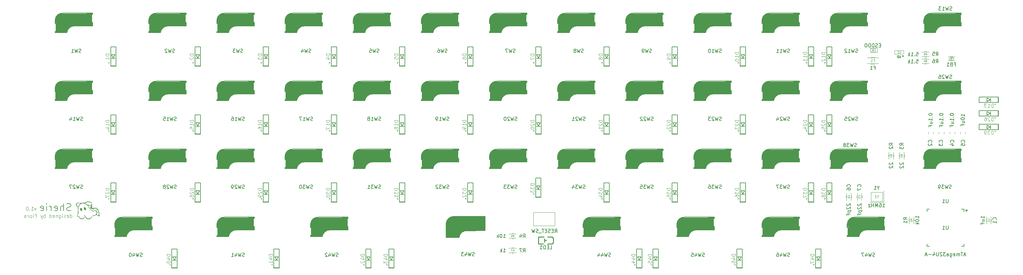
<source format=gbr>
%TF.GenerationSoftware,KiCad,Pcbnew,8.0.3*%
%TF.CreationDate,2024-06-22T11:54:46+09:00*%
%TF.ProjectId,Sherie,53686572-6965-42e6-9b69-6361645f7063,1.0*%
%TF.SameCoordinates,Original*%
%TF.FileFunction,Legend,Bot*%
%TF.FilePolarity,Positive*%
%FSLAX46Y46*%
G04 Gerber Fmt 4.6, Leading zero omitted, Abs format (unit mm)*
G04 Created by KiCad (PCBNEW 8.0.3) date 2024-06-22 11:54:46*
%MOMM*%
%LPD*%
G01*
G04 APERTURE LIST*
%ADD10C,0.200000*%
%ADD11C,0.100000*%
%ADD12C,0.150000*%
%ADD13C,0.125000*%
%ADD14C,0.080000*%
%ADD15C,0.105000*%
%ADD16C,0.120000*%
%ADD17C,0.300000*%
%ADD18C,0.500000*%
%ADD19C,0.800000*%
%ADD20C,3.000000*%
%ADD21C,3.500000*%
%ADD22C,1.000000*%
%ADD23C,0.400000*%
%ADD24C,0.000000*%
%ADD25C,0.254000*%
G04 APERTURE END LIST*
D10*
X95987469Y-156149600D02*
X95701755Y-156244838D01*
X95701755Y-156244838D02*
X95225564Y-156244838D01*
X95225564Y-156244838D02*
X95035088Y-156149600D01*
X95035088Y-156149600D02*
X94939850Y-156054361D01*
X94939850Y-156054361D02*
X94844612Y-155863885D01*
X94844612Y-155863885D02*
X94844612Y-155673409D01*
X94844612Y-155673409D02*
X94939850Y-155482933D01*
X94939850Y-155482933D02*
X95035088Y-155387695D01*
X95035088Y-155387695D02*
X95225564Y-155292457D01*
X95225564Y-155292457D02*
X95606517Y-155197219D01*
X95606517Y-155197219D02*
X95796993Y-155101980D01*
X95796993Y-155101980D02*
X95892231Y-155006742D01*
X95892231Y-155006742D02*
X95987469Y-154816266D01*
X95987469Y-154816266D02*
X95987469Y-154625790D01*
X95987469Y-154625790D02*
X95892231Y-154435314D01*
X95892231Y-154435314D02*
X95796993Y-154340076D01*
X95796993Y-154340076D02*
X95606517Y-154244838D01*
X95606517Y-154244838D02*
X95130326Y-154244838D01*
X95130326Y-154244838D02*
X94844612Y-154340076D01*
X93987469Y-156244838D02*
X93987469Y-154244838D01*
X93130326Y-156244838D02*
X93130326Y-155197219D01*
X93130326Y-155197219D02*
X93225564Y-155006742D01*
X93225564Y-155006742D02*
X93416040Y-154911504D01*
X93416040Y-154911504D02*
X93701755Y-154911504D01*
X93701755Y-154911504D02*
X93892231Y-155006742D01*
X93892231Y-155006742D02*
X93987469Y-155101980D01*
X91416040Y-156149600D02*
X91606516Y-156244838D01*
X91606516Y-156244838D02*
X91987469Y-156244838D01*
X91987469Y-156244838D02*
X92177945Y-156149600D01*
X92177945Y-156149600D02*
X92273183Y-155959123D01*
X92273183Y-155959123D02*
X92273183Y-155197219D01*
X92273183Y-155197219D02*
X92177945Y-155006742D01*
X92177945Y-155006742D02*
X91987469Y-154911504D01*
X91987469Y-154911504D02*
X91606516Y-154911504D01*
X91606516Y-154911504D02*
X91416040Y-155006742D01*
X91416040Y-155006742D02*
X91320802Y-155197219D01*
X91320802Y-155197219D02*
X91320802Y-155387695D01*
X91320802Y-155387695D02*
X92273183Y-155578171D01*
X90463659Y-156244838D02*
X90463659Y-154911504D01*
X90463659Y-155292457D02*
X90368421Y-155101980D01*
X90368421Y-155101980D02*
X90273183Y-155006742D01*
X90273183Y-155006742D02*
X90082707Y-154911504D01*
X90082707Y-154911504D02*
X89892230Y-154911504D01*
X89225564Y-156244838D02*
X89225564Y-154911504D01*
X89225564Y-154244838D02*
X89320802Y-154340076D01*
X89320802Y-154340076D02*
X89225564Y-154435314D01*
X89225564Y-154435314D02*
X89130326Y-154340076D01*
X89130326Y-154340076D02*
X89225564Y-154244838D01*
X89225564Y-154244838D02*
X89225564Y-154435314D01*
X87511278Y-156149600D02*
X87701754Y-156244838D01*
X87701754Y-156244838D02*
X88082707Y-156244838D01*
X88082707Y-156244838D02*
X88273183Y-156149600D01*
X88273183Y-156149600D02*
X88368421Y-155959123D01*
X88368421Y-155959123D02*
X88368421Y-155197219D01*
X88368421Y-155197219D02*
X88273183Y-155006742D01*
X88273183Y-155006742D02*
X88082707Y-154911504D01*
X88082707Y-154911504D02*
X87701754Y-154911504D01*
X87701754Y-154911504D02*
X87511278Y-155006742D01*
X87511278Y-155006742D02*
X87416040Y-155197219D01*
X87416040Y-155197219D02*
X87416040Y-155387695D01*
X87416040Y-155387695D02*
X88368421Y-155578171D01*
D11*
X86291353Y-155455752D02*
X86053258Y-156122419D01*
X86053258Y-156122419D02*
X85815163Y-155455752D01*
X84910401Y-156122419D02*
X85481829Y-156122419D01*
X85196115Y-156122419D02*
X85196115Y-155122419D01*
X85196115Y-155122419D02*
X85291353Y-155265276D01*
X85291353Y-155265276D02*
X85386591Y-155360514D01*
X85386591Y-155360514D02*
X85481829Y-155408133D01*
X84481829Y-156027180D02*
X84434210Y-156074800D01*
X84434210Y-156074800D02*
X84481829Y-156122419D01*
X84481829Y-156122419D02*
X84529448Y-156074800D01*
X84529448Y-156074800D02*
X84481829Y-156027180D01*
X84481829Y-156027180D02*
X84481829Y-156122419D01*
X83815163Y-155122419D02*
X83719925Y-155122419D01*
X83719925Y-155122419D02*
X83624687Y-155170038D01*
X83624687Y-155170038D02*
X83577068Y-155217657D01*
X83577068Y-155217657D02*
X83529449Y-155312895D01*
X83529449Y-155312895D02*
X83481830Y-155503371D01*
X83481830Y-155503371D02*
X83481830Y-155741466D01*
X83481830Y-155741466D02*
X83529449Y-155931942D01*
X83529449Y-155931942D02*
X83577068Y-156027180D01*
X83577068Y-156027180D02*
X83624687Y-156074800D01*
X83624687Y-156074800D02*
X83719925Y-156122419D01*
X83719925Y-156122419D02*
X83815163Y-156122419D01*
X83815163Y-156122419D02*
X83910401Y-156074800D01*
X83910401Y-156074800D02*
X83958020Y-156027180D01*
X83958020Y-156027180D02*
X84005639Y-155931942D01*
X84005639Y-155931942D02*
X84053258Y-155741466D01*
X84053258Y-155741466D02*
X84053258Y-155503371D01*
X84053258Y-155503371D02*
X84005639Y-155312895D01*
X84005639Y-155312895D02*
X83958020Y-155217657D01*
X83958020Y-155217657D02*
X83910401Y-155170038D01*
X83910401Y-155170038D02*
X83815163Y-155122419D01*
X95767544Y-158122419D02*
X95767544Y-157122419D01*
X95767544Y-158074800D02*
X95862782Y-158122419D01*
X95862782Y-158122419D02*
X96053258Y-158122419D01*
X96053258Y-158122419D02*
X96148496Y-158074800D01*
X96148496Y-158074800D02*
X96196115Y-158027180D01*
X96196115Y-158027180D02*
X96243734Y-157931942D01*
X96243734Y-157931942D02*
X96243734Y-157646228D01*
X96243734Y-157646228D02*
X96196115Y-157550990D01*
X96196115Y-157550990D02*
X96148496Y-157503371D01*
X96148496Y-157503371D02*
X96053258Y-157455752D01*
X96053258Y-157455752D02*
X95862782Y-157455752D01*
X95862782Y-157455752D02*
X95767544Y-157503371D01*
X94910401Y-158074800D02*
X95005639Y-158122419D01*
X95005639Y-158122419D02*
X95196115Y-158122419D01*
X95196115Y-158122419D02*
X95291353Y-158074800D01*
X95291353Y-158074800D02*
X95338972Y-157979561D01*
X95338972Y-157979561D02*
X95338972Y-157598609D01*
X95338972Y-157598609D02*
X95291353Y-157503371D01*
X95291353Y-157503371D02*
X95196115Y-157455752D01*
X95196115Y-157455752D02*
X95005639Y-157455752D01*
X95005639Y-157455752D02*
X94910401Y-157503371D01*
X94910401Y-157503371D02*
X94862782Y-157598609D01*
X94862782Y-157598609D02*
X94862782Y-157693847D01*
X94862782Y-157693847D02*
X95338972Y-157789085D01*
X94481829Y-158074800D02*
X94386591Y-158122419D01*
X94386591Y-158122419D02*
X94196115Y-158122419D01*
X94196115Y-158122419D02*
X94100877Y-158074800D01*
X94100877Y-158074800D02*
X94053258Y-157979561D01*
X94053258Y-157979561D02*
X94053258Y-157931942D01*
X94053258Y-157931942D02*
X94100877Y-157836704D01*
X94100877Y-157836704D02*
X94196115Y-157789085D01*
X94196115Y-157789085D02*
X94338972Y-157789085D01*
X94338972Y-157789085D02*
X94434210Y-157741466D01*
X94434210Y-157741466D02*
X94481829Y-157646228D01*
X94481829Y-157646228D02*
X94481829Y-157598609D01*
X94481829Y-157598609D02*
X94434210Y-157503371D01*
X94434210Y-157503371D02*
X94338972Y-157455752D01*
X94338972Y-157455752D02*
X94196115Y-157455752D01*
X94196115Y-157455752D02*
X94100877Y-157503371D01*
X93624686Y-158122419D02*
X93624686Y-157455752D01*
X93624686Y-157122419D02*
X93672305Y-157170038D01*
X93672305Y-157170038D02*
X93624686Y-157217657D01*
X93624686Y-157217657D02*
X93577067Y-157170038D01*
X93577067Y-157170038D02*
X93624686Y-157122419D01*
X93624686Y-157122419D02*
X93624686Y-157217657D01*
X92719925Y-157455752D02*
X92719925Y-158265276D01*
X92719925Y-158265276D02*
X92767544Y-158360514D01*
X92767544Y-158360514D02*
X92815163Y-158408133D01*
X92815163Y-158408133D02*
X92910401Y-158455752D01*
X92910401Y-158455752D02*
X93053258Y-158455752D01*
X93053258Y-158455752D02*
X93148496Y-158408133D01*
X92719925Y-158074800D02*
X92815163Y-158122419D01*
X92815163Y-158122419D02*
X93005639Y-158122419D01*
X93005639Y-158122419D02*
X93100877Y-158074800D01*
X93100877Y-158074800D02*
X93148496Y-158027180D01*
X93148496Y-158027180D02*
X93196115Y-157931942D01*
X93196115Y-157931942D02*
X93196115Y-157646228D01*
X93196115Y-157646228D02*
X93148496Y-157550990D01*
X93148496Y-157550990D02*
X93100877Y-157503371D01*
X93100877Y-157503371D02*
X93005639Y-157455752D01*
X93005639Y-157455752D02*
X92815163Y-157455752D01*
X92815163Y-157455752D02*
X92719925Y-157503371D01*
X92243734Y-157455752D02*
X92243734Y-158122419D01*
X92243734Y-157550990D02*
X92196115Y-157503371D01*
X92196115Y-157503371D02*
X92100877Y-157455752D01*
X92100877Y-157455752D02*
X91958020Y-157455752D01*
X91958020Y-157455752D02*
X91862782Y-157503371D01*
X91862782Y-157503371D02*
X91815163Y-157598609D01*
X91815163Y-157598609D02*
X91815163Y-158122419D01*
X90958020Y-158074800D02*
X91053258Y-158122419D01*
X91053258Y-158122419D02*
X91243734Y-158122419D01*
X91243734Y-158122419D02*
X91338972Y-158074800D01*
X91338972Y-158074800D02*
X91386591Y-157979561D01*
X91386591Y-157979561D02*
X91386591Y-157598609D01*
X91386591Y-157598609D02*
X91338972Y-157503371D01*
X91338972Y-157503371D02*
X91243734Y-157455752D01*
X91243734Y-157455752D02*
X91053258Y-157455752D01*
X91053258Y-157455752D02*
X90958020Y-157503371D01*
X90958020Y-157503371D02*
X90910401Y-157598609D01*
X90910401Y-157598609D02*
X90910401Y-157693847D01*
X90910401Y-157693847D02*
X91386591Y-157789085D01*
X90053258Y-158122419D02*
X90053258Y-157122419D01*
X90053258Y-158074800D02*
X90148496Y-158122419D01*
X90148496Y-158122419D02*
X90338972Y-158122419D01*
X90338972Y-158122419D02*
X90434210Y-158074800D01*
X90434210Y-158074800D02*
X90481829Y-158027180D01*
X90481829Y-158027180D02*
X90529448Y-157931942D01*
X90529448Y-157931942D02*
X90529448Y-157646228D01*
X90529448Y-157646228D02*
X90481829Y-157550990D01*
X90481829Y-157550990D02*
X90434210Y-157503371D01*
X90434210Y-157503371D02*
X90338972Y-157455752D01*
X90338972Y-157455752D02*
X90148496Y-157455752D01*
X90148496Y-157455752D02*
X90053258Y-157503371D01*
X88815162Y-158122419D02*
X88815162Y-157122419D01*
X88815162Y-157503371D02*
X88719924Y-157455752D01*
X88719924Y-157455752D02*
X88529448Y-157455752D01*
X88529448Y-157455752D02*
X88434210Y-157503371D01*
X88434210Y-157503371D02*
X88386591Y-157550990D01*
X88386591Y-157550990D02*
X88338972Y-157646228D01*
X88338972Y-157646228D02*
X88338972Y-157931942D01*
X88338972Y-157931942D02*
X88386591Y-158027180D01*
X88386591Y-158027180D02*
X88434210Y-158074800D01*
X88434210Y-158074800D02*
X88529448Y-158122419D01*
X88529448Y-158122419D02*
X88719924Y-158122419D01*
X88719924Y-158122419D02*
X88815162Y-158074800D01*
X88005638Y-157455752D02*
X87767543Y-158122419D01*
X87529448Y-157455752D02*
X87767543Y-158122419D01*
X87767543Y-158122419D02*
X87862781Y-158360514D01*
X87862781Y-158360514D02*
X87910400Y-158408133D01*
X87910400Y-158408133D02*
X88005638Y-158455752D01*
X86053257Y-157598609D02*
X86386590Y-157598609D01*
X86386590Y-158122419D02*
X86386590Y-157122419D01*
X86386590Y-157122419D02*
X85910400Y-157122419D01*
X85386590Y-158122419D02*
X85481828Y-158074800D01*
X85481828Y-158074800D02*
X85529447Y-157979561D01*
X85529447Y-157979561D02*
X85529447Y-157122419D01*
X84862780Y-158122419D02*
X84958018Y-158074800D01*
X84958018Y-158074800D02*
X85005637Y-158027180D01*
X85005637Y-158027180D02*
X85053256Y-157931942D01*
X85053256Y-157931942D02*
X85053256Y-157646228D01*
X85053256Y-157646228D02*
X85005637Y-157550990D01*
X85005637Y-157550990D02*
X84958018Y-157503371D01*
X84958018Y-157503371D02*
X84862780Y-157455752D01*
X84862780Y-157455752D02*
X84719923Y-157455752D01*
X84719923Y-157455752D02*
X84624685Y-157503371D01*
X84624685Y-157503371D02*
X84577066Y-157550990D01*
X84577066Y-157550990D02*
X84529447Y-157646228D01*
X84529447Y-157646228D02*
X84529447Y-157931942D01*
X84529447Y-157931942D02*
X84577066Y-158027180D01*
X84577066Y-158027180D02*
X84624685Y-158074800D01*
X84624685Y-158074800D02*
X84719923Y-158122419D01*
X84719923Y-158122419D02*
X84862780Y-158122419D01*
X84100875Y-158122419D02*
X84100875Y-157455752D01*
X84100875Y-157646228D02*
X84053256Y-157550990D01*
X84053256Y-157550990D02*
X84005637Y-157503371D01*
X84005637Y-157503371D02*
X83910399Y-157455752D01*
X83910399Y-157455752D02*
X83815161Y-157455752D01*
X83053256Y-158122419D02*
X83053256Y-157598609D01*
X83053256Y-157598609D02*
X83100875Y-157503371D01*
X83100875Y-157503371D02*
X83196113Y-157455752D01*
X83196113Y-157455752D02*
X83386589Y-157455752D01*
X83386589Y-157455752D02*
X83481827Y-157503371D01*
X83053256Y-158074800D02*
X83148494Y-158122419D01*
X83148494Y-158122419D02*
X83386589Y-158122419D01*
X83386589Y-158122419D02*
X83481827Y-158074800D01*
X83481827Y-158074800D02*
X83529446Y-157979561D01*
X83529446Y-157979561D02*
X83529446Y-157884323D01*
X83529446Y-157884323D02*
X83481827Y-157789085D01*
X83481827Y-157789085D02*
X83386589Y-157741466D01*
X83386589Y-157741466D02*
X83148494Y-157741466D01*
X83148494Y-157741466D02*
X83053256Y-157693847D01*
D12*
X170719523Y-169030950D02*
X170576666Y-169078569D01*
X170576666Y-169078569D02*
X170338571Y-169078569D01*
X170338571Y-169078569D02*
X170243333Y-169030950D01*
X170243333Y-169030950D02*
X170195714Y-168983330D01*
X170195714Y-168983330D02*
X170148095Y-168888092D01*
X170148095Y-168888092D02*
X170148095Y-168792854D01*
X170148095Y-168792854D02*
X170195714Y-168697616D01*
X170195714Y-168697616D02*
X170243333Y-168649997D01*
X170243333Y-168649997D02*
X170338571Y-168602378D01*
X170338571Y-168602378D02*
X170529047Y-168554759D01*
X170529047Y-168554759D02*
X170624285Y-168507140D01*
X170624285Y-168507140D02*
X170671904Y-168459521D01*
X170671904Y-168459521D02*
X170719523Y-168364283D01*
X170719523Y-168364283D02*
X170719523Y-168269045D01*
X170719523Y-168269045D02*
X170671904Y-168173807D01*
X170671904Y-168173807D02*
X170624285Y-168126188D01*
X170624285Y-168126188D02*
X170529047Y-168078569D01*
X170529047Y-168078569D02*
X170290952Y-168078569D01*
X170290952Y-168078569D02*
X170148095Y-168126188D01*
X169814761Y-168078569D02*
X169576666Y-169078569D01*
X169576666Y-169078569D02*
X169386190Y-168364283D01*
X169386190Y-168364283D02*
X169195714Y-169078569D01*
X169195714Y-169078569D02*
X168957619Y-168078569D01*
X168148095Y-168411902D02*
X168148095Y-169078569D01*
X168386190Y-168030950D02*
X168624285Y-168745235D01*
X168624285Y-168745235D02*
X168005238Y-168745235D01*
X167671904Y-168173807D02*
X167624285Y-168126188D01*
X167624285Y-168126188D02*
X167529047Y-168078569D01*
X167529047Y-168078569D02*
X167290952Y-168078569D01*
X167290952Y-168078569D02*
X167195714Y-168126188D01*
X167195714Y-168126188D02*
X167148095Y-168173807D01*
X167148095Y-168173807D02*
X167100476Y-168269045D01*
X167100476Y-168269045D02*
X167100476Y-168364283D01*
X167100476Y-168364283D02*
X167148095Y-168507140D01*
X167148095Y-168507140D02*
X167719523Y-169078569D01*
X167719523Y-169078569D02*
X167100476Y-169078569D01*
X258349582Y-111880950D02*
X258206725Y-111928569D01*
X258206725Y-111928569D02*
X257968630Y-111928569D01*
X257968630Y-111928569D02*
X257873392Y-111880950D01*
X257873392Y-111880950D02*
X257825773Y-111833330D01*
X257825773Y-111833330D02*
X257778154Y-111738092D01*
X257778154Y-111738092D02*
X257778154Y-111642854D01*
X257778154Y-111642854D02*
X257825773Y-111547616D01*
X257825773Y-111547616D02*
X257873392Y-111499997D01*
X257873392Y-111499997D02*
X257968630Y-111452378D01*
X257968630Y-111452378D02*
X258159106Y-111404759D01*
X258159106Y-111404759D02*
X258254344Y-111357140D01*
X258254344Y-111357140D02*
X258301963Y-111309521D01*
X258301963Y-111309521D02*
X258349582Y-111214283D01*
X258349582Y-111214283D02*
X258349582Y-111119045D01*
X258349582Y-111119045D02*
X258301963Y-111023807D01*
X258301963Y-111023807D02*
X258254344Y-110976188D01*
X258254344Y-110976188D02*
X258159106Y-110928569D01*
X258159106Y-110928569D02*
X257921011Y-110928569D01*
X257921011Y-110928569D02*
X257778154Y-110976188D01*
X257444820Y-110928569D02*
X257206725Y-111928569D01*
X257206725Y-111928569D02*
X257016249Y-111214283D01*
X257016249Y-111214283D02*
X256825773Y-111928569D01*
X256825773Y-111928569D02*
X256587678Y-110928569D01*
X256159106Y-111928569D02*
X255968630Y-111928569D01*
X255968630Y-111928569D02*
X255873392Y-111880950D01*
X255873392Y-111880950D02*
X255825773Y-111833330D01*
X255825773Y-111833330D02*
X255730535Y-111690473D01*
X255730535Y-111690473D02*
X255682916Y-111499997D01*
X255682916Y-111499997D02*
X255682916Y-111119045D01*
X255682916Y-111119045D02*
X255730535Y-111023807D01*
X255730535Y-111023807D02*
X255778154Y-110976188D01*
X255778154Y-110976188D02*
X255873392Y-110928569D01*
X255873392Y-110928569D02*
X256063868Y-110928569D01*
X256063868Y-110928569D02*
X256159106Y-110976188D01*
X256159106Y-110976188D02*
X256206725Y-111023807D01*
X256206725Y-111023807D02*
X256254344Y-111119045D01*
X256254344Y-111119045D02*
X256254344Y-111357140D01*
X256254344Y-111357140D02*
X256206725Y-111452378D01*
X256206725Y-111452378D02*
X256159106Y-111499997D01*
X256159106Y-111499997D02*
X256063868Y-111547616D01*
X256063868Y-111547616D02*
X255873392Y-111547616D01*
X255873392Y-111547616D02*
X255778154Y-111499997D01*
X255778154Y-111499997D02*
X255730535Y-111452378D01*
X255730535Y-111452378D02*
X255682916Y-111357140D01*
X201199582Y-111880950D02*
X201056725Y-111928569D01*
X201056725Y-111928569D02*
X200818630Y-111928569D01*
X200818630Y-111928569D02*
X200723392Y-111880950D01*
X200723392Y-111880950D02*
X200675773Y-111833330D01*
X200675773Y-111833330D02*
X200628154Y-111738092D01*
X200628154Y-111738092D02*
X200628154Y-111642854D01*
X200628154Y-111642854D02*
X200675773Y-111547616D01*
X200675773Y-111547616D02*
X200723392Y-111499997D01*
X200723392Y-111499997D02*
X200818630Y-111452378D01*
X200818630Y-111452378D02*
X201009106Y-111404759D01*
X201009106Y-111404759D02*
X201104344Y-111357140D01*
X201104344Y-111357140D02*
X201151963Y-111309521D01*
X201151963Y-111309521D02*
X201199582Y-111214283D01*
X201199582Y-111214283D02*
X201199582Y-111119045D01*
X201199582Y-111119045D02*
X201151963Y-111023807D01*
X201151963Y-111023807D02*
X201104344Y-110976188D01*
X201104344Y-110976188D02*
X201009106Y-110928569D01*
X201009106Y-110928569D02*
X200771011Y-110928569D01*
X200771011Y-110928569D02*
X200628154Y-110976188D01*
X200294820Y-110928569D02*
X200056725Y-111928569D01*
X200056725Y-111928569D02*
X199866249Y-111214283D01*
X199866249Y-111214283D02*
X199675773Y-111928569D01*
X199675773Y-111928569D02*
X199437678Y-110928569D01*
X198628154Y-110928569D02*
X198818630Y-110928569D01*
X198818630Y-110928569D02*
X198913868Y-110976188D01*
X198913868Y-110976188D02*
X198961487Y-111023807D01*
X198961487Y-111023807D02*
X199056725Y-111166664D01*
X199056725Y-111166664D02*
X199104344Y-111357140D01*
X199104344Y-111357140D02*
X199104344Y-111738092D01*
X199104344Y-111738092D02*
X199056725Y-111833330D01*
X199056725Y-111833330D02*
X199009106Y-111880950D01*
X199009106Y-111880950D02*
X198913868Y-111928569D01*
X198913868Y-111928569D02*
X198723392Y-111928569D01*
X198723392Y-111928569D02*
X198628154Y-111880950D01*
X198628154Y-111880950D02*
X198580535Y-111833330D01*
X198580535Y-111833330D02*
X198532916Y-111738092D01*
X198532916Y-111738092D02*
X198532916Y-111499997D01*
X198532916Y-111499997D02*
X198580535Y-111404759D01*
X198580535Y-111404759D02*
X198628154Y-111357140D01*
X198628154Y-111357140D02*
X198723392Y-111309521D01*
X198723392Y-111309521D02*
X198913868Y-111309521D01*
X198913868Y-111309521D02*
X199009106Y-111357140D01*
X199009106Y-111357140D02*
X199056725Y-111404759D01*
X199056725Y-111404759D02*
X199104344Y-111499997D01*
X144525773Y-149980950D02*
X144382916Y-150028569D01*
X144382916Y-150028569D02*
X144144821Y-150028569D01*
X144144821Y-150028569D02*
X144049583Y-149980950D01*
X144049583Y-149980950D02*
X144001964Y-149933330D01*
X144001964Y-149933330D02*
X143954345Y-149838092D01*
X143954345Y-149838092D02*
X143954345Y-149742854D01*
X143954345Y-149742854D02*
X144001964Y-149647616D01*
X144001964Y-149647616D02*
X144049583Y-149599997D01*
X144049583Y-149599997D02*
X144144821Y-149552378D01*
X144144821Y-149552378D02*
X144335297Y-149504759D01*
X144335297Y-149504759D02*
X144430535Y-149457140D01*
X144430535Y-149457140D02*
X144478154Y-149409521D01*
X144478154Y-149409521D02*
X144525773Y-149314283D01*
X144525773Y-149314283D02*
X144525773Y-149219045D01*
X144525773Y-149219045D02*
X144478154Y-149123807D01*
X144478154Y-149123807D02*
X144430535Y-149076188D01*
X144430535Y-149076188D02*
X144335297Y-149028569D01*
X144335297Y-149028569D02*
X144097202Y-149028569D01*
X144097202Y-149028569D02*
X143954345Y-149076188D01*
X143621011Y-149028569D02*
X143382916Y-150028569D01*
X143382916Y-150028569D02*
X143192440Y-149314283D01*
X143192440Y-149314283D02*
X143001964Y-150028569D01*
X143001964Y-150028569D02*
X142763869Y-149028569D01*
X142430535Y-149123807D02*
X142382916Y-149076188D01*
X142382916Y-149076188D02*
X142287678Y-149028569D01*
X142287678Y-149028569D02*
X142049583Y-149028569D01*
X142049583Y-149028569D02*
X141954345Y-149076188D01*
X141954345Y-149076188D02*
X141906726Y-149123807D01*
X141906726Y-149123807D02*
X141859107Y-149219045D01*
X141859107Y-149219045D02*
X141859107Y-149314283D01*
X141859107Y-149314283D02*
X141906726Y-149457140D01*
X141906726Y-149457140D02*
X142478154Y-150028569D01*
X142478154Y-150028569D02*
X141859107Y-150028569D01*
X141382916Y-150028569D02*
X141192440Y-150028569D01*
X141192440Y-150028569D02*
X141097202Y-149980950D01*
X141097202Y-149980950D02*
X141049583Y-149933330D01*
X141049583Y-149933330D02*
X140954345Y-149790473D01*
X140954345Y-149790473D02*
X140906726Y-149599997D01*
X140906726Y-149599997D02*
X140906726Y-149219045D01*
X140906726Y-149219045D02*
X140954345Y-149123807D01*
X140954345Y-149123807D02*
X141001964Y-149076188D01*
X141001964Y-149076188D02*
X141097202Y-149028569D01*
X141097202Y-149028569D02*
X141287678Y-149028569D01*
X141287678Y-149028569D02*
X141382916Y-149076188D01*
X141382916Y-149076188D02*
X141430535Y-149123807D01*
X141430535Y-149123807D02*
X141478154Y-149219045D01*
X141478154Y-149219045D02*
X141478154Y-149457140D01*
X141478154Y-149457140D02*
X141430535Y-149552378D01*
X141430535Y-149552378D02*
X141382916Y-149599997D01*
X141382916Y-149599997D02*
X141287678Y-149647616D01*
X141287678Y-149647616D02*
X141097202Y-149647616D01*
X141097202Y-149647616D02*
X141001964Y-149599997D01*
X141001964Y-149599997D02*
X140954345Y-149552378D01*
X140954345Y-149552378D02*
X140906726Y-149457140D01*
X208819523Y-168840950D02*
X208676666Y-168888569D01*
X208676666Y-168888569D02*
X208438571Y-168888569D01*
X208438571Y-168888569D02*
X208343333Y-168840950D01*
X208343333Y-168840950D02*
X208295714Y-168793330D01*
X208295714Y-168793330D02*
X208248095Y-168698092D01*
X208248095Y-168698092D02*
X208248095Y-168602854D01*
X208248095Y-168602854D02*
X208295714Y-168507616D01*
X208295714Y-168507616D02*
X208343333Y-168459997D01*
X208343333Y-168459997D02*
X208438571Y-168412378D01*
X208438571Y-168412378D02*
X208629047Y-168364759D01*
X208629047Y-168364759D02*
X208724285Y-168317140D01*
X208724285Y-168317140D02*
X208771904Y-168269521D01*
X208771904Y-168269521D02*
X208819523Y-168174283D01*
X208819523Y-168174283D02*
X208819523Y-168079045D01*
X208819523Y-168079045D02*
X208771904Y-167983807D01*
X208771904Y-167983807D02*
X208724285Y-167936188D01*
X208724285Y-167936188D02*
X208629047Y-167888569D01*
X208629047Y-167888569D02*
X208390952Y-167888569D01*
X208390952Y-167888569D02*
X208248095Y-167936188D01*
X207914761Y-167888569D02*
X207676666Y-168888569D01*
X207676666Y-168888569D02*
X207486190Y-168174283D01*
X207486190Y-168174283D02*
X207295714Y-168888569D01*
X207295714Y-168888569D02*
X207057619Y-167888569D01*
X206248095Y-168221902D02*
X206248095Y-168888569D01*
X206486190Y-167840950D02*
X206724285Y-168555235D01*
X206724285Y-168555235D02*
X206105238Y-168555235D01*
X205819523Y-167888569D02*
X205200476Y-167888569D01*
X205200476Y-167888569D02*
X205533809Y-168269521D01*
X205533809Y-168269521D02*
X205390952Y-168269521D01*
X205390952Y-168269521D02*
X205295714Y-168317140D01*
X205295714Y-168317140D02*
X205248095Y-168364759D01*
X205248095Y-168364759D02*
X205200476Y-168459997D01*
X205200476Y-168459997D02*
X205200476Y-168698092D01*
X205200476Y-168698092D02*
X205248095Y-168793330D01*
X205248095Y-168793330D02*
X205295714Y-168840950D01*
X205295714Y-168840950D02*
X205390952Y-168888569D01*
X205390952Y-168888569D02*
X205676666Y-168888569D01*
X205676666Y-168888569D02*
X205771904Y-168840950D01*
X205771904Y-168840950D02*
X205819523Y-168793330D01*
X258825773Y-130930950D02*
X258682916Y-130978569D01*
X258682916Y-130978569D02*
X258444821Y-130978569D01*
X258444821Y-130978569D02*
X258349583Y-130930950D01*
X258349583Y-130930950D02*
X258301964Y-130883330D01*
X258301964Y-130883330D02*
X258254345Y-130788092D01*
X258254345Y-130788092D02*
X258254345Y-130692854D01*
X258254345Y-130692854D02*
X258301964Y-130597616D01*
X258301964Y-130597616D02*
X258349583Y-130549997D01*
X258349583Y-130549997D02*
X258444821Y-130502378D01*
X258444821Y-130502378D02*
X258635297Y-130454759D01*
X258635297Y-130454759D02*
X258730535Y-130407140D01*
X258730535Y-130407140D02*
X258778154Y-130359521D01*
X258778154Y-130359521D02*
X258825773Y-130264283D01*
X258825773Y-130264283D02*
X258825773Y-130169045D01*
X258825773Y-130169045D02*
X258778154Y-130073807D01*
X258778154Y-130073807D02*
X258730535Y-130026188D01*
X258730535Y-130026188D02*
X258635297Y-129978569D01*
X258635297Y-129978569D02*
X258397202Y-129978569D01*
X258397202Y-129978569D02*
X258254345Y-130026188D01*
X257921011Y-129978569D02*
X257682916Y-130978569D01*
X257682916Y-130978569D02*
X257492440Y-130264283D01*
X257492440Y-130264283D02*
X257301964Y-130978569D01*
X257301964Y-130978569D02*
X257063869Y-129978569D01*
X256730535Y-130073807D02*
X256682916Y-130026188D01*
X256682916Y-130026188D02*
X256587678Y-129978569D01*
X256587678Y-129978569D02*
X256349583Y-129978569D01*
X256349583Y-129978569D02*
X256254345Y-130026188D01*
X256254345Y-130026188D02*
X256206726Y-130073807D01*
X256206726Y-130073807D02*
X256159107Y-130169045D01*
X256159107Y-130169045D02*
X256159107Y-130264283D01*
X256159107Y-130264283D02*
X256206726Y-130407140D01*
X256206726Y-130407140D02*
X256778154Y-130978569D01*
X256778154Y-130978569D02*
X256159107Y-130978569D01*
X255778154Y-130073807D02*
X255730535Y-130026188D01*
X255730535Y-130026188D02*
X255635297Y-129978569D01*
X255635297Y-129978569D02*
X255397202Y-129978569D01*
X255397202Y-129978569D02*
X255301964Y-130026188D01*
X255301964Y-130026188D02*
X255254345Y-130073807D01*
X255254345Y-130073807D02*
X255206726Y-130169045D01*
X255206726Y-130169045D02*
X255206726Y-130264283D01*
X255206726Y-130264283D02*
X255254345Y-130407140D01*
X255254345Y-130407140D02*
X255825773Y-130978569D01*
X255825773Y-130978569D02*
X255206726Y-130978569D01*
X125475773Y-130930950D02*
X125332916Y-130978569D01*
X125332916Y-130978569D02*
X125094821Y-130978569D01*
X125094821Y-130978569D02*
X124999583Y-130930950D01*
X124999583Y-130930950D02*
X124951964Y-130883330D01*
X124951964Y-130883330D02*
X124904345Y-130788092D01*
X124904345Y-130788092D02*
X124904345Y-130692854D01*
X124904345Y-130692854D02*
X124951964Y-130597616D01*
X124951964Y-130597616D02*
X124999583Y-130549997D01*
X124999583Y-130549997D02*
X125094821Y-130502378D01*
X125094821Y-130502378D02*
X125285297Y-130454759D01*
X125285297Y-130454759D02*
X125380535Y-130407140D01*
X125380535Y-130407140D02*
X125428154Y-130359521D01*
X125428154Y-130359521D02*
X125475773Y-130264283D01*
X125475773Y-130264283D02*
X125475773Y-130169045D01*
X125475773Y-130169045D02*
X125428154Y-130073807D01*
X125428154Y-130073807D02*
X125380535Y-130026188D01*
X125380535Y-130026188D02*
X125285297Y-129978569D01*
X125285297Y-129978569D02*
X125047202Y-129978569D01*
X125047202Y-129978569D02*
X124904345Y-130026188D01*
X124571011Y-129978569D02*
X124332916Y-130978569D01*
X124332916Y-130978569D02*
X124142440Y-130264283D01*
X124142440Y-130264283D02*
X123951964Y-130978569D01*
X123951964Y-130978569D02*
X123713869Y-129978569D01*
X122809107Y-130978569D02*
X123380535Y-130978569D01*
X123094821Y-130978569D02*
X123094821Y-129978569D01*
X123094821Y-129978569D02*
X123190059Y-130121426D01*
X123190059Y-130121426D02*
X123285297Y-130216664D01*
X123285297Y-130216664D02*
X123380535Y-130264283D01*
X121904345Y-129978569D02*
X122380535Y-129978569D01*
X122380535Y-129978569D02*
X122428154Y-130454759D01*
X122428154Y-130454759D02*
X122380535Y-130407140D01*
X122380535Y-130407140D02*
X122285297Y-130359521D01*
X122285297Y-130359521D02*
X122047202Y-130359521D01*
X122047202Y-130359521D02*
X121951964Y-130407140D01*
X121951964Y-130407140D02*
X121904345Y-130454759D01*
X121904345Y-130454759D02*
X121856726Y-130549997D01*
X121856726Y-130549997D02*
X121856726Y-130788092D01*
X121856726Y-130788092D02*
X121904345Y-130883330D01*
X121904345Y-130883330D02*
X121951964Y-130930950D01*
X121951964Y-130930950D02*
X122047202Y-130978569D01*
X122047202Y-130978569D02*
X122285297Y-130978569D01*
X122285297Y-130978569D02*
X122380535Y-130930950D01*
X122380535Y-130930950D02*
X122428154Y-130883330D01*
X296925773Y-130930950D02*
X296782916Y-130978569D01*
X296782916Y-130978569D02*
X296544821Y-130978569D01*
X296544821Y-130978569D02*
X296449583Y-130930950D01*
X296449583Y-130930950D02*
X296401964Y-130883330D01*
X296401964Y-130883330D02*
X296354345Y-130788092D01*
X296354345Y-130788092D02*
X296354345Y-130692854D01*
X296354345Y-130692854D02*
X296401964Y-130597616D01*
X296401964Y-130597616D02*
X296449583Y-130549997D01*
X296449583Y-130549997D02*
X296544821Y-130502378D01*
X296544821Y-130502378D02*
X296735297Y-130454759D01*
X296735297Y-130454759D02*
X296830535Y-130407140D01*
X296830535Y-130407140D02*
X296878154Y-130359521D01*
X296878154Y-130359521D02*
X296925773Y-130264283D01*
X296925773Y-130264283D02*
X296925773Y-130169045D01*
X296925773Y-130169045D02*
X296878154Y-130073807D01*
X296878154Y-130073807D02*
X296830535Y-130026188D01*
X296830535Y-130026188D02*
X296735297Y-129978569D01*
X296735297Y-129978569D02*
X296497202Y-129978569D01*
X296497202Y-129978569D02*
X296354345Y-130026188D01*
X296021011Y-129978569D02*
X295782916Y-130978569D01*
X295782916Y-130978569D02*
X295592440Y-130264283D01*
X295592440Y-130264283D02*
X295401964Y-130978569D01*
X295401964Y-130978569D02*
X295163869Y-129978569D01*
X294830535Y-130073807D02*
X294782916Y-130026188D01*
X294782916Y-130026188D02*
X294687678Y-129978569D01*
X294687678Y-129978569D02*
X294449583Y-129978569D01*
X294449583Y-129978569D02*
X294354345Y-130026188D01*
X294354345Y-130026188D02*
X294306726Y-130073807D01*
X294306726Y-130073807D02*
X294259107Y-130169045D01*
X294259107Y-130169045D02*
X294259107Y-130264283D01*
X294259107Y-130264283D02*
X294306726Y-130407140D01*
X294306726Y-130407140D02*
X294878154Y-130978569D01*
X294878154Y-130978569D02*
X294259107Y-130978569D01*
X293401964Y-130311902D02*
X293401964Y-130978569D01*
X293640059Y-129930950D02*
X293878154Y-130645235D01*
X293878154Y-130645235D02*
X293259107Y-130645235D01*
X315975773Y-130930950D02*
X315832916Y-130978569D01*
X315832916Y-130978569D02*
X315594821Y-130978569D01*
X315594821Y-130978569D02*
X315499583Y-130930950D01*
X315499583Y-130930950D02*
X315451964Y-130883330D01*
X315451964Y-130883330D02*
X315404345Y-130788092D01*
X315404345Y-130788092D02*
X315404345Y-130692854D01*
X315404345Y-130692854D02*
X315451964Y-130597616D01*
X315451964Y-130597616D02*
X315499583Y-130549997D01*
X315499583Y-130549997D02*
X315594821Y-130502378D01*
X315594821Y-130502378D02*
X315785297Y-130454759D01*
X315785297Y-130454759D02*
X315880535Y-130407140D01*
X315880535Y-130407140D02*
X315928154Y-130359521D01*
X315928154Y-130359521D02*
X315975773Y-130264283D01*
X315975773Y-130264283D02*
X315975773Y-130169045D01*
X315975773Y-130169045D02*
X315928154Y-130073807D01*
X315928154Y-130073807D02*
X315880535Y-130026188D01*
X315880535Y-130026188D02*
X315785297Y-129978569D01*
X315785297Y-129978569D02*
X315547202Y-129978569D01*
X315547202Y-129978569D02*
X315404345Y-130026188D01*
X315071011Y-129978569D02*
X314832916Y-130978569D01*
X314832916Y-130978569D02*
X314642440Y-130264283D01*
X314642440Y-130264283D02*
X314451964Y-130978569D01*
X314451964Y-130978569D02*
X314213869Y-129978569D01*
X313880535Y-130073807D02*
X313832916Y-130026188D01*
X313832916Y-130026188D02*
X313737678Y-129978569D01*
X313737678Y-129978569D02*
X313499583Y-129978569D01*
X313499583Y-129978569D02*
X313404345Y-130026188D01*
X313404345Y-130026188D02*
X313356726Y-130073807D01*
X313356726Y-130073807D02*
X313309107Y-130169045D01*
X313309107Y-130169045D02*
X313309107Y-130264283D01*
X313309107Y-130264283D02*
X313356726Y-130407140D01*
X313356726Y-130407140D02*
X313928154Y-130978569D01*
X313928154Y-130978569D02*
X313309107Y-130978569D01*
X312404345Y-129978569D02*
X312880535Y-129978569D01*
X312880535Y-129978569D02*
X312928154Y-130454759D01*
X312928154Y-130454759D02*
X312880535Y-130407140D01*
X312880535Y-130407140D02*
X312785297Y-130359521D01*
X312785297Y-130359521D02*
X312547202Y-130359521D01*
X312547202Y-130359521D02*
X312451964Y-130407140D01*
X312451964Y-130407140D02*
X312404345Y-130454759D01*
X312404345Y-130454759D02*
X312356726Y-130549997D01*
X312356726Y-130549997D02*
X312356726Y-130788092D01*
X312356726Y-130788092D02*
X312404345Y-130883330D01*
X312404345Y-130883330D02*
X312451964Y-130930950D01*
X312451964Y-130930950D02*
X312547202Y-130978569D01*
X312547202Y-130978569D02*
X312785297Y-130978569D01*
X312785297Y-130978569D02*
X312880535Y-130930950D01*
X312880535Y-130930950D02*
X312928154Y-130883330D01*
D13*
X206476119Y-130875714D02*
X205476119Y-130875714D01*
X205476119Y-130875714D02*
X205476119Y-131113809D01*
X205476119Y-131113809D02*
X205523738Y-131256666D01*
X205523738Y-131256666D02*
X205618976Y-131351904D01*
X205618976Y-131351904D02*
X205714214Y-131399523D01*
X205714214Y-131399523D02*
X205904690Y-131447142D01*
X205904690Y-131447142D02*
X206047547Y-131447142D01*
X206047547Y-131447142D02*
X206238023Y-131399523D01*
X206238023Y-131399523D02*
X206333261Y-131351904D01*
X206333261Y-131351904D02*
X206428500Y-131256666D01*
X206428500Y-131256666D02*
X206476119Y-131113809D01*
X206476119Y-131113809D02*
X206476119Y-130875714D01*
X206476119Y-132399523D02*
X206476119Y-131828095D01*
X206476119Y-132113809D02*
X205476119Y-132113809D01*
X205476119Y-132113809D02*
X205618976Y-132018571D01*
X205618976Y-132018571D02*
X205714214Y-131923333D01*
X205714214Y-131923333D02*
X205761833Y-131828095D01*
X206476119Y-132875714D02*
X206476119Y-133066190D01*
X206476119Y-133066190D02*
X206428500Y-133161428D01*
X206428500Y-133161428D02*
X206380880Y-133209047D01*
X206380880Y-133209047D02*
X206238023Y-133304285D01*
X206238023Y-133304285D02*
X206047547Y-133351904D01*
X206047547Y-133351904D02*
X205666595Y-133351904D01*
X205666595Y-133351904D02*
X205571357Y-133304285D01*
X205571357Y-133304285D02*
X205523738Y-133256666D01*
X205523738Y-133256666D02*
X205476119Y-133161428D01*
X205476119Y-133161428D02*
X205476119Y-132970952D01*
X205476119Y-132970952D02*
X205523738Y-132875714D01*
X205523738Y-132875714D02*
X205571357Y-132828095D01*
X205571357Y-132828095D02*
X205666595Y-132780476D01*
X205666595Y-132780476D02*
X205904690Y-132780476D01*
X205904690Y-132780476D02*
X205999928Y-132828095D01*
X205999928Y-132828095D02*
X206047547Y-132875714D01*
X206047547Y-132875714D02*
X206095166Y-132970952D01*
X206095166Y-132970952D02*
X206095166Y-133161428D01*
X206095166Y-133161428D02*
X206047547Y-133256666D01*
X206047547Y-133256666D02*
X205999928Y-133304285D01*
X205999928Y-133304285D02*
X205904690Y-133351904D01*
D12*
X273113273Y-169030950D02*
X272970416Y-169078569D01*
X272970416Y-169078569D02*
X272732321Y-169078569D01*
X272732321Y-169078569D02*
X272637083Y-169030950D01*
X272637083Y-169030950D02*
X272589464Y-168983330D01*
X272589464Y-168983330D02*
X272541845Y-168888092D01*
X272541845Y-168888092D02*
X272541845Y-168792854D01*
X272541845Y-168792854D02*
X272589464Y-168697616D01*
X272589464Y-168697616D02*
X272637083Y-168649997D01*
X272637083Y-168649997D02*
X272732321Y-168602378D01*
X272732321Y-168602378D02*
X272922797Y-168554759D01*
X272922797Y-168554759D02*
X273018035Y-168507140D01*
X273018035Y-168507140D02*
X273065654Y-168459521D01*
X273065654Y-168459521D02*
X273113273Y-168364283D01*
X273113273Y-168364283D02*
X273113273Y-168269045D01*
X273113273Y-168269045D02*
X273065654Y-168173807D01*
X273065654Y-168173807D02*
X273018035Y-168126188D01*
X273018035Y-168126188D02*
X272922797Y-168078569D01*
X272922797Y-168078569D02*
X272684702Y-168078569D01*
X272684702Y-168078569D02*
X272541845Y-168126188D01*
X272208511Y-168078569D02*
X271970416Y-169078569D01*
X271970416Y-169078569D02*
X271779940Y-168364283D01*
X271779940Y-168364283D02*
X271589464Y-169078569D01*
X271589464Y-169078569D02*
X271351369Y-168078569D01*
X270541845Y-168411902D02*
X270541845Y-169078569D01*
X270779940Y-168030950D02*
X271018035Y-168745235D01*
X271018035Y-168745235D02*
X270398988Y-168745235D01*
X269541845Y-168078569D02*
X270018035Y-168078569D01*
X270018035Y-168078569D02*
X270065654Y-168554759D01*
X270065654Y-168554759D02*
X270018035Y-168507140D01*
X270018035Y-168507140D02*
X269922797Y-168459521D01*
X269922797Y-168459521D02*
X269684702Y-168459521D01*
X269684702Y-168459521D02*
X269589464Y-168507140D01*
X269589464Y-168507140D02*
X269541845Y-168554759D01*
X269541845Y-168554759D02*
X269494226Y-168649997D01*
X269494226Y-168649997D02*
X269494226Y-168888092D01*
X269494226Y-168888092D02*
X269541845Y-168983330D01*
X269541845Y-168983330D02*
X269589464Y-169030950D01*
X269589464Y-169030950D02*
X269684702Y-169078569D01*
X269684702Y-169078569D02*
X269922797Y-169078569D01*
X269922797Y-169078569D02*
X270018035Y-169030950D01*
X270018035Y-169030950D02*
X270065654Y-168983330D01*
X220249582Y-111880950D02*
X220106725Y-111928569D01*
X220106725Y-111928569D02*
X219868630Y-111928569D01*
X219868630Y-111928569D02*
X219773392Y-111880950D01*
X219773392Y-111880950D02*
X219725773Y-111833330D01*
X219725773Y-111833330D02*
X219678154Y-111738092D01*
X219678154Y-111738092D02*
X219678154Y-111642854D01*
X219678154Y-111642854D02*
X219725773Y-111547616D01*
X219725773Y-111547616D02*
X219773392Y-111499997D01*
X219773392Y-111499997D02*
X219868630Y-111452378D01*
X219868630Y-111452378D02*
X220059106Y-111404759D01*
X220059106Y-111404759D02*
X220154344Y-111357140D01*
X220154344Y-111357140D02*
X220201963Y-111309521D01*
X220201963Y-111309521D02*
X220249582Y-111214283D01*
X220249582Y-111214283D02*
X220249582Y-111119045D01*
X220249582Y-111119045D02*
X220201963Y-111023807D01*
X220201963Y-111023807D02*
X220154344Y-110976188D01*
X220154344Y-110976188D02*
X220059106Y-110928569D01*
X220059106Y-110928569D02*
X219821011Y-110928569D01*
X219821011Y-110928569D02*
X219678154Y-110976188D01*
X219344820Y-110928569D02*
X219106725Y-111928569D01*
X219106725Y-111928569D02*
X218916249Y-111214283D01*
X218916249Y-111214283D02*
X218725773Y-111928569D01*
X218725773Y-111928569D02*
X218487678Y-110928569D01*
X218201963Y-110928569D02*
X217535297Y-110928569D01*
X217535297Y-110928569D02*
X217963868Y-111928569D01*
D13*
X353854285Y-127246119D02*
X353854285Y-126246119D01*
X353854285Y-126246119D02*
X353616190Y-126246119D01*
X353616190Y-126246119D02*
X353473333Y-126293738D01*
X353473333Y-126293738D02*
X353378095Y-126388976D01*
X353378095Y-126388976D02*
X353330476Y-126484214D01*
X353330476Y-126484214D02*
X353282857Y-126674690D01*
X353282857Y-126674690D02*
X353282857Y-126817547D01*
X353282857Y-126817547D02*
X353330476Y-127008023D01*
X353330476Y-127008023D02*
X353378095Y-127103261D01*
X353378095Y-127103261D02*
X353473333Y-127198500D01*
X353473333Y-127198500D02*
X353616190Y-127246119D01*
X353616190Y-127246119D02*
X353854285Y-127246119D01*
X352330476Y-127246119D02*
X352901904Y-127246119D01*
X352616190Y-127246119D02*
X352616190Y-126246119D01*
X352616190Y-126246119D02*
X352711428Y-126388976D01*
X352711428Y-126388976D02*
X352806666Y-126484214D01*
X352806666Y-126484214D02*
X352901904Y-126531833D01*
X351997142Y-126246119D02*
X351378095Y-126246119D01*
X351378095Y-126246119D02*
X351711428Y-126627071D01*
X351711428Y-126627071D02*
X351568571Y-126627071D01*
X351568571Y-126627071D02*
X351473333Y-126674690D01*
X351473333Y-126674690D02*
X351425714Y-126722309D01*
X351425714Y-126722309D02*
X351378095Y-126817547D01*
X351378095Y-126817547D02*
X351378095Y-127055642D01*
X351378095Y-127055642D02*
X351425714Y-127150880D01*
X351425714Y-127150880D02*
X351473333Y-127198500D01*
X351473333Y-127198500D02*
X351568571Y-127246119D01*
X351568571Y-127246119D02*
X351854285Y-127246119D01*
X351854285Y-127246119D02*
X351949523Y-127198500D01*
X351949523Y-127198500D02*
X351997142Y-127150880D01*
D12*
X277875773Y-111880950D02*
X277732916Y-111928569D01*
X277732916Y-111928569D02*
X277494821Y-111928569D01*
X277494821Y-111928569D02*
X277399583Y-111880950D01*
X277399583Y-111880950D02*
X277351964Y-111833330D01*
X277351964Y-111833330D02*
X277304345Y-111738092D01*
X277304345Y-111738092D02*
X277304345Y-111642854D01*
X277304345Y-111642854D02*
X277351964Y-111547616D01*
X277351964Y-111547616D02*
X277399583Y-111499997D01*
X277399583Y-111499997D02*
X277494821Y-111452378D01*
X277494821Y-111452378D02*
X277685297Y-111404759D01*
X277685297Y-111404759D02*
X277780535Y-111357140D01*
X277780535Y-111357140D02*
X277828154Y-111309521D01*
X277828154Y-111309521D02*
X277875773Y-111214283D01*
X277875773Y-111214283D02*
X277875773Y-111119045D01*
X277875773Y-111119045D02*
X277828154Y-111023807D01*
X277828154Y-111023807D02*
X277780535Y-110976188D01*
X277780535Y-110976188D02*
X277685297Y-110928569D01*
X277685297Y-110928569D02*
X277447202Y-110928569D01*
X277447202Y-110928569D02*
X277304345Y-110976188D01*
X276971011Y-110928569D02*
X276732916Y-111928569D01*
X276732916Y-111928569D02*
X276542440Y-111214283D01*
X276542440Y-111214283D02*
X276351964Y-111928569D01*
X276351964Y-111928569D02*
X276113869Y-110928569D01*
X275209107Y-111928569D02*
X275780535Y-111928569D01*
X275494821Y-111928569D02*
X275494821Y-110928569D01*
X275494821Y-110928569D02*
X275590059Y-111071426D01*
X275590059Y-111071426D02*
X275685297Y-111166664D01*
X275685297Y-111166664D02*
X275780535Y-111214283D01*
X274590059Y-110928569D02*
X274494821Y-110928569D01*
X274494821Y-110928569D02*
X274399583Y-110976188D01*
X274399583Y-110976188D02*
X274351964Y-111023807D01*
X274351964Y-111023807D02*
X274304345Y-111119045D01*
X274304345Y-111119045D02*
X274256726Y-111309521D01*
X274256726Y-111309521D02*
X274256726Y-111547616D01*
X274256726Y-111547616D02*
X274304345Y-111738092D01*
X274304345Y-111738092D02*
X274351964Y-111833330D01*
X274351964Y-111833330D02*
X274399583Y-111880950D01*
X274399583Y-111880950D02*
X274494821Y-111928569D01*
X274494821Y-111928569D02*
X274590059Y-111928569D01*
X274590059Y-111928569D02*
X274685297Y-111880950D01*
X274685297Y-111880950D02*
X274732916Y-111833330D01*
X274732916Y-111833330D02*
X274780535Y-111738092D01*
X274780535Y-111738092D02*
X274828154Y-111547616D01*
X274828154Y-111547616D02*
X274828154Y-111309521D01*
X274828154Y-111309521D02*
X274780535Y-111119045D01*
X274780535Y-111119045D02*
X274732916Y-111023807D01*
X274732916Y-111023807D02*
X274685297Y-110976188D01*
X274685297Y-110976188D02*
X274590059Y-110928569D01*
D13*
X149326119Y-112301905D02*
X148326119Y-112301905D01*
X148326119Y-112301905D02*
X148326119Y-112540000D01*
X148326119Y-112540000D02*
X148373738Y-112682857D01*
X148373738Y-112682857D02*
X148468976Y-112778095D01*
X148468976Y-112778095D02*
X148564214Y-112825714D01*
X148564214Y-112825714D02*
X148754690Y-112873333D01*
X148754690Y-112873333D02*
X148897547Y-112873333D01*
X148897547Y-112873333D02*
X149088023Y-112825714D01*
X149088023Y-112825714D02*
X149183261Y-112778095D01*
X149183261Y-112778095D02*
X149278500Y-112682857D01*
X149278500Y-112682857D02*
X149326119Y-112540000D01*
X149326119Y-112540000D02*
X149326119Y-112301905D01*
X148326119Y-113206667D02*
X148326119Y-113825714D01*
X148326119Y-113825714D02*
X148707071Y-113492381D01*
X148707071Y-113492381D02*
X148707071Y-113635238D01*
X148707071Y-113635238D02*
X148754690Y-113730476D01*
X148754690Y-113730476D02*
X148802309Y-113778095D01*
X148802309Y-113778095D02*
X148897547Y-113825714D01*
X148897547Y-113825714D02*
X149135642Y-113825714D01*
X149135642Y-113825714D02*
X149230880Y-113778095D01*
X149230880Y-113778095D02*
X149278500Y-113730476D01*
X149278500Y-113730476D02*
X149326119Y-113635238D01*
X149326119Y-113635238D02*
X149326119Y-113349524D01*
X149326119Y-113349524D02*
X149278500Y-113254286D01*
X149278500Y-113254286D02*
X149230880Y-113206667D01*
D12*
X201675773Y-130930950D02*
X201532916Y-130978569D01*
X201532916Y-130978569D02*
X201294821Y-130978569D01*
X201294821Y-130978569D02*
X201199583Y-130930950D01*
X201199583Y-130930950D02*
X201151964Y-130883330D01*
X201151964Y-130883330D02*
X201104345Y-130788092D01*
X201104345Y-130788092D02*
X201104345Y-130692854D01*
X201104345Y-130692854D02*
X201151964Y-130597616D01*
X201151964Y-130597616D02*
X201199583Y-130549997D01*
X201199583Y-130549997D02*
X201294821Y-130502378D01*
X201294821Y-130502378D02*
X201485297Y-130454759D01*
X201485297Y-130454759D02*
X201580535Y-130407140D01*
X201580535Y-130407140D02*
X201628154Y-130359521D01*
X201628154Y-130359521D02*
X201675773Y-130264283D01*
X201675773Y-130264283D02*
X201675773Y-130169045D01*
X201675773Y-130169045D02*
X201628154Y-130073807D01*
X201628154Y-130073807D02*
X201580535Y-130026188D01*
X201580535Y-130026188D02*
X201485297Y-129978569D01*
X201485297Y-129978569D02*
X201247202Y-129978569D01*
X201247202Y-129978569D02*
X201104345Y-130026188D01*
X200771011Y-129978569D02*
X200532916Y-130978569D01*
X200532916Y-130978569D02*
X200342440Y-130264283D01*
X200342440Y-130264283D02*
X200151964Y-130978569D01*
X200151964Y-130978569D02*
X199913869Y-129978569D01*
X199009107Y-130978569D02*
X199580535Y-130978569D01*
X199294821Y-130978569D02*
X199294821Y-129978569D01*
X199294821Y-129978569D02*
X199390059Y-130121426D01*
X199390059Y-130121426D02*
X199485297Y-130216664D01*
X199485297Y-130216664D02*
X199580535Y-130264283D01*
X198532916Y-130978569D02*
X198342440Y-130978569D01*
X198342440Y-130978569D02*
X198247202Y-130930950D01*
X198247202Y-130930950D02*
X198199583Y-130883330D01*
X198199583Y-130883330D02*
X198104345Y-130740473D01*
X198104345Y-130740473D02*
X198056726Y-130549997D01*
X198056726Y-130549997D02*
X198056726Y-130169045D01*
X198056726Y-130169045D02*
X198104345Y-130073807D01*
X198104345Y-130073807D02*
X198151964Y-130026188D01*
X198151964Y-130026188D02*
X198247202Y-129978569D01*
X198247202Y-129978569D02*
X198437678Y-129978569D01*
X198437678Y-129978569D02*
X198532916Y-130026188D01*
X198532916Y-130026188D02*
X198580535Y-130073807D01*
X198580535Y-130073807D02*
X198628154Y-130169045D01*
X198628154Y-130169045D02*
X198628154Y-130407140D01*
X198628154Y-130407140D02*
X198580535Y-130502378D01*
X198580535Y-130502378D02*
X198532916Y-130549997D01*
X198532916Y-130549997D02*
X198437678Y-130597616D01*
X198437678Y-130597616D02*
X198247202Y-130597616D01*
X198247202Y-130597616D02*
X198151964Y-130549997D01*
X198151964Y-130549997D02*
X198104345Y-130502378D01*
X198104345Y-130502378D02*
X198056726Y-130407140D01*
X99282023Y-130930950D02*
X99139166Y-130978569D01*
X99139166Y-130978569D02*
X98901071Y-130978569D01*
X98901071Y-130978569D02*
X98805833Y-130930950D01*
X98805833Y-130930950D02*
X98758214Y-130883330D01*
X98758214Y-130883330D02*
X98710595Y-130788092D01*
X98710595Y-130788092D02*
X98710595Y-130692854D01*
X98710595Y-130692854D02*
X98758214Y-130597616D01*
X98758214Y-130597616D02*
X98805833Y-130549997D01*
X98805833Y-130549997D02*
X98901071Y-130502378D01*
X98901071Y-130502378D02*
X99091547Y-130454759D01*
X99091547Y-130454759D02*
X99186785Y-130407140D01*
X99186785Y-130407140D02*
X99234404Y-130359521D01*
X99234404Y-130359521D02*
X99282023Y-130264283D01*
X99282023Y-130264283D02*
X99282023Y-130169045D01*
X99282023Y-130169045D02*
X99234404Y-130073807D01*
X99234404Y-130073807D02*
X99186785Y-130026188D01*
X99186785Y-130026188D02*
X99091547Y-129978569D01*
X99091547Y-129978569D02*
X98853452Y-129978569D01*
X98853452Y-129978569D02*
X98710595Y-130026188D01*
X98377261Y-129978569D02*
X98139166Y-130978569D01*
X98139166Y-130978569D02*
X97948690Y-130264283D01*
X97948690Y-130264283D02*
X97758214Y-130978569D01*
X97758214Y-130978569D02*
X97520119Y-129978569D01*
X96615357Y-130978569D02*
X97186785Y-130978569D01*
X96901071Y-130978569D02*
X96901071Y-129978569D01*
X96901071Y-129978569D02*
X96996309Y-130121426D01*
X96996309Y-130121426D02*
X97091547Y-130216664D01*
X97091547Y-130216664D02*
X97186785Y-130264283D01*
X95758214Y-130311902D02*
X95758214Y-130978569D01*
X95996309Y-129930950D02*
X96234404Y-130645235D01*
X96234404Y-130645235D02*
X95615357Y-130645235D01*
X163575773Y-149980950D02*
X163432916Y-150028569D01*
X163432916Y-150028569D02*
X163194821Y-150028569D01*
X163194821Y-150028569D02*
X163099583Y-149980950D01*
X163099583Y-149980950D02*
X163051964Y-149933330D01*
X163051964Y-149933330D02*
X163004345Y-149838092D01*
X163004345Y-149838092D02*
X163004345Y-149742854D01*
X163004345Y-149742854D02*
X163051964Y-149647616D01*
X163051964Y-149647616D02*
X163099583Y-149599997D01*
X163099583Y-149599997D02*
X163194821Y-149552378D01*
X163194821Y-149552378D02*
X163385297Y-149504759D01*
X163385297Y-149504759D02*
X163480535Y-149457140D01*
X163480535Y-149457140D02*
X163528154Y-149409521D01*
X163528154Y-149409521D02*
X163575773Y-149314283D01*
X163575773Y-149314283D02*
X163575773Y-149219045D01*
X163575773Y-149219045D02*
X163528154Y-149123807D01*
X163528154Y-149123807D02*
X163480535Y-149076188D01*
X163480535Y-149076188D02*
X163385297Y-149028569D01*
X163385297Y-149028569D02*
X163147202Y-149028569D01*
X163147202Y-149028569D02*
X163004345Y-149076188D01*
X162671011Y-149028569D02*
X162432916Y-150028569D01*
X162432916Y-150028569D02*
X162242440Y-149314283D01*
X162242440Y-149314283D02*
X162051964Y-150028569D01*
X162051964Y-150028569D02*
X161813869Y-149028569D01*
X161528154Y-149028569D02*
X160909107Y-149028569D01*
X160909107Y-149028569D02*
X161242440Y-149409521D01*
X161242440Y-149409521D02*
X161099583Y-149409521D01*
X161099583Y-149409521D02*
X161004345Y-149457140D01*
X161004345Y-149457140D02*
X160956726Y-149504759D01*
X160956726Y-149504759D02*
X160909107Y-149599997D01*
X160909107Y-149599997D02*
X160909107Y-149838092D01*
X160909107Y-149838092D02*
X160956726Y-149933330D01*
X160956726Y-149933330D02*
X161004345Y-149980950D01*
X161004345Y-149980950D02*
X161099583Y-150028569D01*
X161099583Y-150028569D02*
X161385297Y-150028569D01*
X161385297Y-150028569D02*
X161480535Y-149980950D01*
X161480535Y-149980950D02*
X161528154Y-149933330D01*
X160290059Y-149028569D02*
X160194821Y-149028569D01*
X160194821Y-149028569D02*
X160099583Y-149076188D01*
X160099583Y-149076188D02*
X160051964Y-149123807D01*
X160051964Y-149123807D02*
X160004345Y-149219045D01*
X160004345Y-149219045D02*
X159956726Y-149409521D01*
X159956726Y-149409521D02*
X159956726Y-149647616D01*
X159956726Y-149647616D02*
X160004345Y-149838092D01*
X160004345Y-149838092D02*
X160051964Y-149933330D01*
X160051964Y-149933330D02*
X160099583Y-149980950D01*
X160099583Y-149980950D02*
X160194821Y-150028569D01*
X160194821Y-150028569D02*
X160290059Y-150028569D01*
X160290059Y-150028569D02*
X160385297Y-149980950D01*
X160385297Y-149980950D02*
X160432916Y-149933330D01*
X160432916Y-149933330D02*
X160480535Y-149838092D01*
X160480535Y-149838092D02*
X160528154Y-149647616D01*
X160528154Y-149647616D02*
X160528154Y-149409521D01*
X160528154Y-149409521D02*
X160480535Y-149219045D01*
X160480535Y-149219045D02*
X160432916Y-149123807D01*
X160432916Y-149123807D02*
X160385297Y-149076188D01*
X160385297Y-149076188D02*
X160290059Y-149028569D01*
D13*
X168376119Y-149925714D02*
X167376119Y-149925714D01*
X167376119Y-149925714D02*
X167376119Y-150163809D01*
X167376119Y-150163809D02*
X167423738Y-150306666D01*
X167423738Y-150306666D02*
X167518976Y-150401904D01*
X167518976Y-150401904D02*
X167614214Y-150449523D01*
X167614214Y-150449523D02*
X167804690Y-150497142D01*
X167804690Y-150497142D02*
X167947547Y-150497142D01*
X167947547Y-150497142D02*
X168138023Y-150449523D01*
X168138023Y-150449523D02*
X168233261Y-150401904D01*
X168233261Y-150401904D02*
X168328500Y-150306666D01*
X168328500Y-150306666D02*
X168376119Y-150163809D01*
X168376119Y-150163809D02*
X168376119Y-149925714D01*
X167376119Y-150830476D02*
X167376119Y-151449523D01*
X167376119Y-151449523D02*
X167757071Y-151116190D01*
X167757071Y-151116190D02*
X167757071Y-151259047D01*
X167757071Y-151259047D02*
X167804690Y-151354285D01*
X167804690Y-151354285D02*
X167852309Y-151401904D01*
X167852309Y-151401904D02*
X167947547Y-151449523D01*
X167947547Y-151449523D02*
X168185642Y-151449523D01*
X168185642Y-151449523D02*
X168280880Y-151401904D01*
X168280880Y-151401904D02*
X168328500Y-151354285D01*
X168328500Y-151354285D02*
X168376119Y-151259047D01*
X168376119Y-151259047D02*
X168376119Y-150973333D01*
X168376119Y-150973333D02*
X168328500Y-150878095D01*
X168328500Y-150878095D02*
X168280880Y-150830476D01*
X167376119Y-152068571D02*
X167376119Y-152163809D01*
X167376119Y-152163809D02*
X167423738Y-152259047D01*
X167423738Y-152259047D02*
X167471357Y-152306666D01*
X167471357Y-152306666D02*
X167566595Y-152354285D01*
X167566595Y-152354285D02*
X167757071Y-152401904D01*
X167757071Y-152401904D02*
X167995166Y-152401904D01*
X167995166Y-152401904D02*
X168185642Y-152354285D01*
X168185642Y-152354285D02*
X168280880Y-152306666D01*
X168280880Y-152306666D02*
X168328500Y-152259047D01*
X168328500Y-152259047D02*
X168376119Y-152163809D01*
X168376119Y-152163809D02*
X168376119Y-152068571D01*
X168376119Y-152068571D02*
X168328500Y-151973333D01*
X168328500Y-151973333D02*
X168280880Y-151925714D01*
X168280880Y-151925714D02*
X168185642Y-151878095D01*
X168185642Y-151878095D02*
X167995166Y-151830476D01*
X167995166Y-151830476D02*
X167757071Y-151830476D01*
X167757071Y-151830476D02*
X167566595Y-151878095D01*
X167566595Y-151878095D02*
X167471357Y-151925714D01*
X167471357Y-151925714D02*
X167423738Y-151973333D01*
X167423738Y-151973333D02*
X167376119Y-152068571D01*
X244576119Y-130875714D02*
X243576119Y-130875714D01*
X243576119Y-130875714D02*
X243576119Y-131113809D01*
X243576119Y-131113809D02*
X243623738Y-131256666D01*
X243623738Y-131256666D02*
X243718976Y-131351904D01*
X243718976Y-131351904D02*
X243814214Y-131399523D01*
X243814214Y-131399523D02*
X244004690Y-131447142D01*
X244004690Y-131447142D02*
X244147547Y-131447142D01*
X244147547Y-131447142D02*
X244338023Y-131399523D01*
X244338023Y-131399523D02*
X244433261Y-131351904D01*
X244433261Y-131351904D02*
X244528500Y-131256666D01*
X244528500Y-131256666D02*
X244576119Y-131113809D01*
X244576119Y-131113809D02*
X244576119Y-130875714D01*
X243671357Y-131828095D02*
X243623738Y-131875714D01*
X243623738Y-131875714D02*
X243576119Y-131970952D01*
X243576119Y-131970952D02*
X243576119Y-132209047D01*
X243576119Y-132209047D02*
X243623738Y-132304285D01*
X243623738Y-132304285D02*
X243671357Y-132351904D01*
X243671357Y-132351904D02*
X243766595Y-132399523D01*
X243766595Y-132399523D02*
X243861833Y-132399523D01*
X243861833Y-132399523D02*
X244004690Y-132351904D01*
X244004690Y-132351904D02*
X244576119Y-131780476D01*
X244576119Y-131780476D02*
X244576119Y-132399523D01*
X244576119Y-133351904D02*
X244576119Y-132780476D01*
X244576119Y-133066190D02*
X243576119Y-133066190D01*
X243576119Y-133066190D02*
X243718976Y-132970952D01*
X243718976Y-132970952D02*
X243814214Y-132875714D01*
X243814214Y-132875714D02*
X243861833Y-132780476D01*
D12*
X342169523Y-149980950D02*
X342026666Y-150028569D01*
X342026666Y-150028569D02*
X341788571Y-150028569D01*
X341788571Y-150028569D02*
X341693333Y-149980950D01*
X341693333Y-149980950D02*
X341645714Y-149933330D01*
X341645714Y-149933330D02*
X341598095Y-149838092D01*
X341598095Y-149838092D02*
X341598095Y-149742854D01*
X341598095Y-149742854D02*
X341645714Y-149647616D01*
X341645714Y-149647616D02*
X341693333Y-149599997D01*
X341693333Y-149599997D02*
X341788571Y-149552378D01*
X341788571Y-149552378D02*
X341979047Y-149504759D01*
X341979047Y-149504759D02*
X342074285Y-149457140D01*
X342074285Y-149457140D02*
X342121904Y-149409521D01*
X342121904Y-149409521D02*
X342169523Y-149314283D01*
X342169523Y-149314283D02*
X342169523Y-149219045D01*
X342169523Y-149219045D02*
X342121904Y-149123807D01*
X342121904Y-149123807D02*
X342074285Y-149076188D01*
X342074285Y-149076188D02*
X341979047Y-149028569D01*
X341979047Y-149028569D02*
X341740952Y-149028569D01*
X341740952Y-149028569D02*
X341598095Y-149076188D01*
X341264761Y-149028569D02*
X341026666Y-150028569D01*
X341026666Y-150028569D02*
X340836190Y-149314283D01*
X340836190Y-149314283D02*
X340645714Y-150028569D01*
X340645714Y-150028569D02*
X340407619Y-149028569D01*
X340121904Y-149028569D02*
X339502857Y-149028569D01*
X339502857Y-149028569D02*
X339836190Y-149409521D01*
X339836190Y-149409521D02*
X339693333Y-149409521D01*
X339693333Y-149409521D02*
X339598095Y-149457140D01*
X339598095Y-149457140D02*
X339550476Y-149504759D01*
X339550476Y-149504759D02*
X339502857Y-149599997D01*
X339502857Y-149599997D02*
X339502857Y-149838092D01*
X339502857Y-149838092D02*
X339550476Y-149933330D01*
X339550476Y-149933330D02*
X339598095Y-149980950D01*
X339598095Y-149980950D02*
X339693333Y-150028569D01*
X339693333Y-150028569D02*
X339979047Y-150028569D01*
X339979047Y-150028569D02*
X340074285Y-149980950D01*
X340074285Y-149980950D02*
X340121904Y-149933330D01*
X339026666Y-150028569D02*
X338836190Y-150028569D01*
X338836190Y-150028569D02*
X338740952Y-149980950D01*
X338740952Y-149980950D02*
X338693333Y-149933330D01*
X338693333Y-149933330D02*
X338598095Y-149790473D01*
X338598095Y-149790473D02*
X338550476Y-149599997D01*
X338550476Y-149599997D02*
X338550476Y-149219045D01*
X338550476Y-149219045D02*
X338598095Y-149123807D01*
X338598095Y-149123807D02*
X338645714Y-149076188D01*
X338645714Y-149076188D02*
X338740952Y-149028569D01*
X338740952Y-149028569D02*
X338931428Y-149028569D01*
X338931428Y-149028569D02*
X339026666Y-149076188D01*
X339026666Y-149076188D02*
X339074285Y-149123807D01*
X339074285Y-149123807D02*
X339121904Y-149219045D01*
X339121904Y-149219045D02*
X339121904Y-149457140D01*
X339121904Y-149457140D02*
X339074285Y-149552378D01*
X339074285Y-149552378D02*
X339026666Y-149599997D01*
X339026666Y-149599997D02*
X338931428Y-149647616D01*
X338931428Y-149647616D02*
X338740952Y-149647616D01*
X338740952Y-149647616D02*
X338645714Y-149599997D01*
X338645714Y-149599997D02*
X338598095Y-149552378D01*
X338598095Y-149552378D02*
X338550476Y-149457140D01*
D13*
X282676119Y-130875714D02*
X281676119Y-130875714D01*
X281676119Y-130875714D02*
X281676119Y-131113809D01*
X281676119Y-131113809D02*
X281723738Y-131256666D01*
X281723738Y-131256666D02*
X281818976Y-131351904D01*
X281818976Y-131351904D02*
X281914214Y-131399523D01*
X281914214Y-131399523D02*
X282104690Y-131447142D01*
X282104690Y-131447142D02*
X282247547Y-131447142D01*
X282247547Y-131447142D02*
X282438023Y-131399523D01*
X282438023Y-131399523D02*
X282533261Y-131351904D01*
X282533261Y-131351904D02*
X282628500Y-131256666D01*
X282628500Y-131256666D02*
X282676119Y-131113809D01*
X282676119Y-131113809D02*
X282676119Y-130875714D01*
X281771357Y-131828095D02*
X281723738Y-131875714D01*
X281723738Y-131875714D02*
X281676119Y-131970952D01*
X281676119Y-131970952D02*
X281676119Y-132209047D01*
X281676119Y-132209047D02*
X281723738Y-132304285D01*
X281723738Y-132304285D02*
X281771357Y-132351904D01*
X281771357Y-132351904D02*
X281866595Y-132399523D01*
X281866595Y-132399523D02*
X281961833Y-132399523D01*
X281961833Y-132399523D02*
X282104690Y-132351904D01*
X282104690Y-132351904D02*
X282676119Y-131780476D01*
X282676119Y-131780476D02*
X282676119Y-132399523D01*
X281676119Y-132732857D02*
X281676119Y-133351904D01*
X281676119Y-133351904D02*
X282057071Y-133018571D01*
X282057071Y-133018571D02*
X282057071Y-133161428D01*
X282057071Y-133161428D02*
X282104690Y-133256666D01*
X282104690Y-133256666D02*
X282152309Y-133304285D01*
X282152309Y-133304285D02*
X282247547Y-133351904D01*
X282247547Y-133351904D02*
X282485642Y-133351904D01*
X282485642Y-133351904D02*
X282580880Y-133304285D01*
X282580880Y-133304285D02*
X282628500Y-133256666D01*
X282628500Y-133256666D02*
X282676119Y-133161428D01*
X282676119Y-133161428D02*
X282676119Y-132875714D01*
X282676119Y-132875714D02*
X282628500Y-132780476D01*
X282628500Y-132780476D02*
X282580880Y-132732857D01*
D12*
X296925773Y-169030950D02*
X296782916Y-169078569D01*
X296782916Y-169078569D02*
X296544821Y-169078569D01*
X296544821Y-169078569D02*
X296449583Y-169030950D01*
X296449583Y-169030950D02*
X296401964Y-168983330D01*
X296401964Y-168983330D02*
X296354345Y-168888092D01*
X296354345Y-168888092D02*
X296354345Y-168792854D01*
X296354345Y-168792854D02*
X296401964Y-168697616D01*
X296401964Y-168697616D02*
X296449583Y-168649997D01*
X296449583Y-168649997D02*
X296544821Y-168602378D01*
X296544821Y-168602378D02*
X296735297Y-168554759D01*
X296735297Y-168554759D02*
X296830535Y-168507140D01*
X296830535Y-168507140D02*
X296878154Y-168459521D01*
X296878154Y-168459521D02*
X296925773Y-168364283D01*
X296925773Y-168364283D02*
X296925773Y-168269045D01*
X296925773Y-168269045D02*
X296878154Y-168173807D01*
X296878154Y-168173807D02*
X296830535Y-168126188D01*
X296830535Y-168126188D02*
X296735297Y-168078569D01*
X296735297Y-168078569D02*
X296497202Y-168078569D01*
X296497202Y-168078569D02*
X296354345Y-168126188D01*
X296021011Y-168078569D02*
X295782916Y-169078569D01*
X295782916Y-169078569D02*
X295592440Y-168364283D01*
X295592440Y-168364283D02*
X295401964Y-169078569D01*
X295401964Y-169078569D02*
X295163869Y-168078569D01*
X294354345Y-168411902D02*
X294354345Y-169078569D01*
X294592440Y-168030950D02*
X294830535Y-168745235D01*
X294830535Y-168745235D02*
X294211488Y-168745235D01*
X293401964Y-168078569D02*
X293592440Y-168078569D01*
X293592440Y-168078569D02*
X293687678Y-168126188D01*
X293687678Y-168126188D02*
X293735297Y-168173807D01*
X293735297Y-168173807D02*
X293830535Y-168316664D01*
X293830535Y-168316664D02*
X293878154Y-168507140D01*
X293878154Y-168507140D02*
X293878154Y-168888092D01*
X293878154Y-168888092D02*
X293830535Y-168983330D01*
X293830535Y-168983330D02*
X293782916Y-169030950D01*
X293782916Y-169030950D02*
X293687678Y-169078569D01*
X293687678Y-169078569D02*
X293497202Y-169078569D01*
X293497202Y-169078569D02*
X293401964Y-169030950D01*
X293401964Y-169030950D02*
X293354345Y-168983330D01*
X293354345Y-168983330D02*
X293306726Y-168888092D01*
X293306726Y-168888092D02*
X293306726Y-168649997D01*
X293306726Y-168649997D02*
X293354345Y-168554759D01*
X293354345Y-168554759D02*
X293401964Y-168507140D01*
X293401964Y-168507140D02*
X293497202Y-168459521D01*
X293497202Y-168459521D02*
X293687678Y-168459521D01*
X293687678Y-168459521D02*
X293782916Y-168507140D01*
X293782916Y-168507140D02*
X293830535Y-168554759D01*
X293830535Y-168554759D02*
X293878154Y-168649997D01*
D13*
X263626119Y-130875714D02*
X262626119Y-130875714D01*
X262626119Y-130875714D02*
X262626119Y-131113809D01*
X262626119Y-131113809D02*
X262673738Y-131256666D01*
X262673738Y-131256666D02*
X262768976Y-131351904D01*
X262768976Y-131351904D02*
X262864214Y-131399523D01*
X262864214Y-131399523D02*
X263054690Y-131447142D01*
X263054690Y-131447142D02*
X263197547Y-131447142D01*
X263197547Y-131447142D02*
X263388023Y-131399523D01*
X263388023Y-131399523D02*
X263483261Y-131351904D01*
X263483261Y-131351904D02*
X263578500Y-131256666D01*
X263578500Y-131256666D02*
X263626119Y-131113809D01*
X263626119Y-131113809D02*
X263626119Y-130875714D01*
X262721357Y-131828095D02*
X262673738Y-131875714D01*
X262673738Y-131875714D02*
X262626119Y-131970952D01*
X262626119Y-131970952D02*
X262626119Y-132209047D01*
X262626119Y-132209047D02*
X262673738Y-132304285D01*
X262673738Y-132304285D02*
X262721357Y-132351904D01*
X262721357Y-132351904D02*
X262816595Y-132399523D01*
X262816595Y-132399523D02*
X262911833Y-132399523D01*
X262911833Y-132399523D02*
X263054690Y-132351904D01*
X263054690Y-132351904D02*
X263626119Y-131780476D01*
X263626119Y-131780476D02*
X263626119Y-132399523D01*
X262721357Y-132780476D02*
X262673738Y-132828095D01*
X262673738Y-132828095D02*
X262626119Y-132923333D01*
X262626119Y-132923333D02*
X262626119Y-133161428D01*
X262626119Y-133161428D02*
X262673738Y-133256666D01*
X262673738Y-133256666D02*
X262721357Y-133304285D01*
X262721357Y-133304285D02*
X262816595Y-133351904D01*
X262816595Y-133351904D02*
X262911833Y-133351904D01*
X262911833Y-133351904D02*
X263054690Y-133304285D01*
X263054690Y-133304285D02*
X263626119Y-132732857D01*
X263626119Y-132732857D02*
X263626119Y-133351904D01*
X306884330Y-130875714D02*
X305884330Y-130875714D01*
X305884330Y-130875714D02*
X305884330Y-131113809D01*
X305884330Y-131113809D02*
X305931949Y-131256666D01*
X305931949Y-131256666D02*
X306027187Y-131351904D01*
X306027187Y-131351904D02*
X306122425Y-131399523D01*
X306122425Y-131399523D02*
X306312901Y-131447142D01*
X306312901Y-131447142D02*
X306455758Y-131447142D01*
X306455758Y-131447142D02*
X306646234Y-131399523D01*
X306646234Y-131399523D02*
X306741472Y-131351904D01*
X306741472Y-131351904D02*
X306836711Y-131256666D01*
X306836711Y-131256666D02*
X306884330Y-131113809D01*
X306884330Y-131113809D02*
X306884330Y-130875714D01*
X305979568Y-131828095D02*
X305931949Y-131875714D01*
X305931949Y-131875714D02*
X305884330Y-131970952D01*
X305884330Y-131970952D02*
X305884330Y-132209047D01*
X305884330Y-132209047D02*
X305931949Y-132304285D01*
X305931949Y-132304285D02*
X305979568Y-132351904D01*
X305979568Y-132351904D02*
X306074806Y-132399523D01*
X306074806Y-132399523D02*
X306170044Y-132399523D01*
X306170044Y-132399523D02*
X306312901Y-132351904D01*
X306312901Y-132351904D02*
X306884330Y-131780476D01*
X306884330Y-131780476D02*
X306884330Y-132399523D01*
X305884330Y-133304285D02*
X305884330Y-132828095D01*
X305884330Y-132828095D02*
X306360520Y-132780476D01*
X306360520Y-132780476D02*
X306312901Y-132828095D01*
X306312901Y-132828095D02*
X306265282Y-132923333D01*
X306265282Y-132923333D02*
X306265282Y-133161428D01*
X306265282Y-133161428D02*
X306312901Y-133256666D01*
X306312901Y-133256666D02*
X306360520Y-133304285D01*
X306360520Y-133304285D02*
X306455758Y-133351904D01*
X306455758Y-133351904D02*
X306693853Y-133351904D01*
X306693853Y-133351904D02*
X306789091Y-133304285D01*
X306789091Y-133304285D02*
X306836711Y-133256666D01*
X306836711Y-133256666D02*
X306884330Y-133161428D01*
X306884330Y-133161428D02*
X306884330Y-132923333D01*
X306884330Y-132923333D02*
X306836711Y-132828095D01*
X306836711Y-132828095D02*
X306789091Y-132780476D01*
X149326119Y-130875714D02*
X148326119Y-130875714D01*
X148326119Y-130875714D02*
X148326119Y-131113809D01*
X148326119Y-131113809D02*
X148373738Y-131256666D01*
X148373738Y-131256666D02*
X148468976Y-131351904D01*
X148468976Y-131351904D02*
X148564214Y-131399523D01*
X148564214Y-131399523D02*
X148754690Y-131447142D01*
X148754690Y-131447142D02*
X148897547Y-131447142D01*
X148897547Y-131447142D02*
X149088023Y-131399523D01*
X149088023Y-131399523D02*
X149183261Y-131351904D01*
X149183261Y-131351904D02*
X149278500Y-131256666D01*
X149278500Y-131256666D02*
X149326119Y-131113809D01*
X149326119Y-131113809D02*
X149326119Y-130875714D01*
X149326119Y-132399523D02*
X149326119Y-131828095D01*
X149326119Y-132113809D02*
X148326119Y-132113809D01*
X148326119Y-132113809D02*
X148468976Y-132018571D01*
X148468976Y-132018571D02*
X148564214Y-131923333D01*
X148564214Y-131923333D02*
X148611833Y-131828095D01*
X148326119Y-133256666D02*
X148326119Y-133066190D01*
X148326119Y-133066190D02*
X148373738Y-132970952D01*
X148373738Y-132970952D02*
X148421357Y-132923333D01*
X148421357Y-132923333D02*
X148564214Y-132828095D01*
X148564214Y-132828095D02*
X148754690Y-132780476D01*
X148754690Y-132780476D02*
X149135642Y-132780476D01*
X149135642Y-132780476D02*
X149230880Y-132828095D01*
X149230880Y-132828095D02*
X149278500Y-132875714D01*
X149278500Y-132875714D02*
X149326119Y-132970952D01*
X149326119Y-132970952D02*
X149326119Y-133161428D01*
X149326119Y-133161428D02*
X149278500Y-133256666D01*
X149278500Y-133256666D02*
X149230880Y-133304285D01*
X149230880Y-133304285D02*
X149135642Y-133351904D01*
X149135642Y-133351904D02*
X148897547Y-133351904D01*
X148897547Y-133351904D02*
X148802309Y-133304285D01*
X148802309Y-133304285D02*
X148754690Y-133256666D01*
X148754690Y-133256666D02*
X148707071Y-133161428D01*
X148707071Y-133161428D02*
X148707071Y-132970952D01*
X148707071Y-132970952D02*
X148754690Y-132875714D01*
X148754690Y-132875714D02*
X148802309Y-132828095D01*
X148802309Y-132828095D02*
X148897547Y-132780476D01*
X301726119Y-111825714D02*
X300726119Y-111825714D01*
X300726119Y-111825714D02*
X300726119Y-112063809D01*
X300726119Y-112063809D02*
X300773738Y-112206666D01*
X300773738Y-112206666D02*
X300868976Y-112301904D01*
X300868976Y-112301904D02*
X300964214Y-112349523D01*
X300964214Y-112349523D02*
X301154690Y-112397142D01*
X301154690Y-112397142D02*
X301297547Y-112397142D01*
X301297547Y-112397142D02*
X301488023Y-112349523D01*
X301488023Y-112349523D02*
X301583261Y-112301904D01*
X301583261Y-112301904D02*
X301678500Y-112206666D01*
X301678500Y-112206666D02*
X301726119Y-112063809D01*
X301726119Y-112063809D02*
X301726119Y-111825714D01*
X301726119Y-113349523D02*
X301726119Y-112778095D01*
X301726119Y-113063809D02*
X300726119Y-113063809D01*
X300726119Y-113063809D02*
X300868976Y-112968571D01*
X300868976Y-112968571D02*
X300964214Y-112873333D01*
X300964214Y-112873333D02*
X301011833Y-112778095D01*
X301726119Y-114301904D02*
X301726119Y-113730476D01*
X301726119Y-114016190D02*
X300726119Y-114016190D01*
X300726119Y-114016190D02*
X300868976Y-113920952D01*
X300868976Y-113920952D02*
X300964214Y-113825714D01*
X300964214Y-113825714D02*
X301011833Y-113730476D01*
D12*
X125475773Y-149980950D02*
X125332916Y-150028569D01*
X125332916Y-150028569D02*
X125094821Y-150028569D01*
X125094821Y-150028569D02*
X124999583Y-149980950D01*
X124999583Y-149980950D02*
X124951964Y-149933330D01*
X124951964Y-149933330D02*
X124904345Y-149838092D01*
X124904345Y-149838092D02*
X124904345Y-149742854D01*
X124904345Y-149742854D02*
X124951964Y-149647616D01*
X124951964Y-149647616D02*
X124999583Y-149599997D01*
X124999583Y-149599997D02*
X125094821Y-149552378D01*
X125094821Y-149552378D02*
X125285297Y-149504759D01*
X125285297Y-149504759D02*
X125380535Y-149457140D01*
X125380535Y-149457140D02*
X125428154Y-149409521D01*
X125428154Y-149409521D02*
X125475773Y-149314283D01*
X125475773Y-149314283D02*
X125475773Y-149219045D01*
X125475773Y-149219045D02*
X125428154Y-149123807D01*
X125428154Y-149123807D02*
X125380535Y-149076188D01*
X125380535Y-149076188D02*
X125285297Y-149028569D01*
X125285297Y-149028569D02*
X125047202Y-149028569D01*
X125047202Y-149028569D02*
X124904345Y-149076188D01*
X124571011Y-149028569D02*
X124332916Y-150028569D01*
X124332916Y-150028569D02*
X124142440Y-149314283D01*
X124142440Y-149314283D02*
X123951964Y-150028569D01*
X123951964Y-150028569D02*
X123713869Y-149028569D01*
X123380535Y-149123807D02*
X123332916Y-149076188D01*
X123332916Y-149076188D02*
X123237678Y-149028569D01*
X123237678Y-149028569D02*
X122999583Y-149028569D01*
X122999583Y-149028569D02*
X122904345Y-149076188D01*
X122904345Y-149076188D02*
X122856726Y-149123807D01*
X122856726Y-149123807D02*
X122809107Y-149219045D01*
X122809107Y-149219045D02*
X122809107Y-149314283D01*
X122809107Y-149314283D02*
X122856726Y-149457140D01*
X122856726Y-149457140D02*
X123428154Y-150028569D01*
X123428154Y-150028569D02*
X122809107Y-150028569D01*
X122237678Y-149457140D02*
X122332916Y-149409521D01*
X122332916Y-149409521D02*
X122380535Y-149361902D01*
X122380535Y-149361902D02*
X122428154Y-149266664D01*
X122428154Y-149266664D02*
X122428154Y-149219045D01*
X122428154Y-149219045D02*
X122380535Y-149123807D01*
X122380535Y-149123807D02*
X122332916Y-149076188D01*
X122332916Y-149076188D02*
X122237678Y-149028569D01*
X122237678Y-149028569D02*
X122047202Y-149028569D01*
X122047202Y-149028569D02*
X121951964Y-149076188D01*
X121951964Y-149076188D02*
X121904345Y-149123807D01*
X121904345Y-149123807D02*
X121856726Y-149219045D01*
X121856726Y-149219045D02*
X121856726Y-149266664D01*
X121856726Y-149266664D02*
X121904345Y-149361902D01*
X121904345Y-149361902D02*
X121951964Y-149409521D01*
X121951964Y-149409521D02*
X122047202Y-149457140D01*
X122047202Y-149457140D02*
X122237678Y-149457140D01*
X122237678Y-149457140D02*
X122332916Y-149504759D01*
X122332916Y-149504759D02*
X122380535Y-149552378D01*
X122380535Y-149552378D02*
X122428154Y-149647616D01*
X122428154Y-149647616D02*
X122428154Y-149838092D01*
X122428154Y-149838092D02*
X122380535Y-149933330D01*
X122380535Y-149933330D02*
X122332916Y-149980950D01*
X122332916Y-149980950D02*
X122237678Y-150028569D01*
X122237678Y-150028569D02*
X122047202Y-150028569D01*
X122047202Y-150028569D02*
X121951964Y-149980950D01*
X121951964Y-149980950D02*
X121904345Y-149933330D01*
X121904345Y-149933330D02*
X121856726Y-149838092D01*
X121856726Y-149838092D02*
X121856726Y-149647616D01*
X121856726Y-149647616D02*
X121904345Y-149552378D01*
X121904345Y-149552378D02*
X121951964Y-149504759D01*
X121951964Y-149504759D02*
X122047202Y-149457140D01*
X115950773Y-169030950D02*
X115807916Y-169078569D01*
X115807916Y-169078569D02*
X115569821Y-169078569D01*
X115569821Y-169078569D02*
X115474583Y-169030950D01*
X115474583Y-169030950D02*
X115426964Y-168983330D01*
X115426964Y-168983330D02*
X115379345Y-168888092D01*
X115379345Y-168888092D02*
X115379345Y-168792854D01*
X115379345Y-168792854D02*
X115426964Y-168697616D01*
X115426964Y-168697616D02*
X115474583Y-168649997D01*
X115474583Y-168649997D02*
X115569821Y-168602378D01*
X115569821Y-168602378D02*
X115760297Y-168554759D01*
X115760297Y-168554759D02*
X115855535Y-168507140D01*
X115855535Y-168507140D02*
X115903154Y-168459521D01*
X115903154Y-168459521D02*
X115950773Y-168364283D01*
X115950773Y-168364283D02*
X115950773Y-168269045D01*
X115950773Y-168269045D02*
X115903154Y-168173807D01*
X115903154Y-168173807D02*
X115855535Y-168126188D01*
X115855535Y-168126188D02*
X115760297Y-168078569D01*
X115760297Y-168078569D02*
X115522202Y-168078569D01*
X115522202Y-168078569D02*
X115379345Y-168126188D01*
X115046011Y-168078569D02*
X114807916Y-169078569D01*
X114807916Y-169078569D02*
X114617440Y-168364283D01*
X114617440Y-168364283D02*
X114426964Y-169078569D01*
X114426964Y-169078569D02*
X114188869Y-168078569D01*
X113379345Y-168411902D02*
X113379345Y-169078569D01*
X113617440Y-168030950D02*
X113855535Y-168745235D01*
X113855535Y-168745235D02*
X113236488Y-168745235D01*
X112665059Y-168078569D02*
X112569821Y-168078569D01*
X112569821Y-168078569D02*
X112474583Y-168126188D01*
X112474583Y-168126188D02*
X112426964Y-168173807D01*
X112426964Y-168173807D02*
X112379345Y-168269045D01*
X112379345Y-168269045D02*
X112331726Y-168459521D01*
X112331726Y-168459521D02*
X112331726Y-168697616D01*
X112331726Y-168697616D02*
X112379345Y-168888092D01*
X112379345Y-168888092D02*
X112426964Y-168983330D01*
X112426964Y-168983330D02*
X112474583Y-169030950D01*
X112474583Y-169030950D02*
X112569821Y-169078569D01*
X112569821Y-169078569D02*
X112665059Y-169078569D01*
X112665059Y-169078569D02*
X112760297Y-169030950D01*
X112760297Y-169030950D02*
X112807916Y-168983330D01*
X112807916Y-168983330D02*
X112855535Y-168888092D01*
X112855535Y-168888092D02*
X112903154Y-168697616D01*
X112903154Y-168697616D02*
X112903154Y-168459521D01*
X112903154Y-168459521D02*
X112855535Y-168269045D01*
X112855535Y-168269045D02*
X112807916Y-168173807D01*
X112807916Y-168173807D02*
X112760297Y-168126188D01*
X112760297Y-168126188D02*
X112665059Y-168078569D01*
X182625773Y-149980950D02*
X182482916Y-150028569D01*
X182482916Y-150028569D02*
X182244821Y-150028569D01*
X182244821Y-150028569D02*
X182149583Y-149980950D01*
X182149583Y-149980950D02*
X182101964Y-149933330D01*
X182101964Y-149933330D02*
X182054345Y-149838092D01*
X182054345Y-149838092D02*
X182054345Y-149742854D01*
X182054345Y-149742854D02*
X182101964Y-149647616D01*
X182101964Y-149647616D02*
X182149583Y-149599997D01*
X182149583Y-149599997D02*
X182244821Y-149552378D01*
X182244821Y-149552378D02*
X182435297Y-149504759D01*
X182435297Y-149504759D02*
X182530535Y-149457140D01*
X182530535Y-149457140D02*
X182578154Y-149409521D01*
X182578154Y-149409521D02*
X182625773Y-149314283D01*
X182625773Y-149314283D02*
X182625773Y-149219045D01*
X182625773Y-149219045D02*
X182578154Y-149123807D01*
X182578154Y-149123807D02*
X182530535Y-149076188D01*
X182530535Y-149076188D02*
X182435297Y-149028569D01*
X182435297Y-149028569D02*
X182197202Y-149028569D01*
X182197202Y-149028569D02*
X182054345Y-149076188D01*
X181721011Y-149028569D02*
X181482916Y-150028569D01*
X181482916Y-150028569D02*
X181292440Y-149314283D01*
X181292440Y-149314283D02*
X181101964Y-150028569D01*
X181101964Y-150028569D02*
X180863869Y-149028569D01*
X180578154Y-149028569D02*
X179959107Y-149028569D01*
X179959107Y-149028569D02*
X180292440Y-149409521D01*
X180292440Y-149409521D02*
X180149583Y-149409521D01*
X180149583Y-149409521D02*
X180054345Y-149457140D01*
X180054345Y-149457140D02*
X180006726Y-149504759D01*
X180006726Y-149504759D02*
X179959107Y-149599997D01*
X179959107Y-149599997D02*
X179959107Y-149838092D01*
X179959107Y-149838092D02*
X180006726Y-149933330D01*
X180006726Y-149933330D02*
X180054345Y-149980950D01*
X180054345Y-149980950D02*
X180149583Y-150028569D01*
X180149583Y-150028569D02*
X180435297Y-150028569D01*
X180435297Y-150028569D02*
X180530535Y-149980950D01*
X180530535Y-149980950D02*
X180578154Y-149933330D01*
X179006726Y-150028569D02*
X179578154Y-150028569D01*
X179292440Y-150028569D02*
X179292440Y-149028569D01*
X179292440Y-149028569D02*
X179387678Y-149171426D01*
X179387678Y-149171426D02*
X179482916Y-149266664D01*
X179482916Y-149266664D02*
X179578154Y-149314283D01*
D13*
X244576119Y-112301905D02*
X243576119Y-112301905D01*
X243576119Y-112301905D02*
X243576119Y-112540000D01*
X243576119Y-112540000D02*
X243623738Y-112682857D01*
X243623738Y-112682857D02*
X243718976Y-112778095D01*
X243718976Y-112778095D02*
X243814214Y-112825714D01*
X243814214Y-112825714D02*
X244004690Y-112873333D01*
X244004690Y-112873333D02*
X244147547Y-112873333D01*
X244147547Y-112873333D02*
X244338023Y-112825714D01*
X244338023Y-112825714D02*
X244433261Y-112778095D01*
X244433261Y-112778095D02*
X244528500Y-112682857D01*
X244528500Y-112682857D02*
X244576119Y-112540000D01*
X244576119Y-112540000D02*
X244576119Y-112301905D01*
X244004690Y-113444762D02*
X243957071Y-113349524D01*
X243957071Y-113349524D02*
X243909452Y-113301905D01*
X243909452Y-113301905D02*
X243814214Y-113254286D01*
X243814214Y-113254286D02*
X243766595Y-113254286D01*
X243766595Y-113254286D02*
X243671357Y-113301905D01*
X243671357Y-113301905D02*
X243623738Y-113349524D01*
X243623738Y-113349524D02*
X243576119Y-113444762D01*
X243576119Y-113444762D02*
X243576119Y-113635238D01*
X243576119Y-113635238D02*
X243623738Y-113730476D01*
X243623738Y-113730476D02*
X243671357Y-113778095D01*
X243671357Y-113778095D02*
X243766595Y-113825714D01*
X243766595Y-113825714D02*
X243814214Y-113825714D01*
X243814214Y-113825714D02*
X243909452Y-113778095D01*
X243909452Y-113778095D02*
X243957071Y-113730476D01*
X243957071Y-113730476D02*
X244004690Y-113635238D01*
X244004690Y-113635238D02*
X244004690Y-113444762D01*
X244004690Y-113444762D02*
X244052309Y-113349524D01*
X244052309Y-113349524D02*
X244099928Y-113301905D01*
X244099928Y-113301905D02*
X244195166Y-113254286D01*
X244195166Y-113254286D02*
X244385642Y-113254286D01*
X244385642Y-113254286D02*
X244480880Y-113301905D01*
X244480880Y-113301905D02*
X244528500Y-113349524D01*
X244528500Y-113349524D02*
X244576119Y-113444762D01*
X244576119Y-113444762D02*
X244576119Y-113635238D01*
X244576119Y-113635238D02*
X244528500Y-113730476D01*
X244528500Y-113730476D02*
X244480880Y-113778095D01*
X244480880Y-113778095D02*
X244385642Y-113825714D01*
X244385642Y-113825714D02*
X244195166Y-113825714D01*
X244195166Y-113825714D02*
X244099928Y-113778095D01*
X244099928Y-113778095D02*
X244052309Y-113730476D01*
X244052309Y-113730476D02*
X244004690Y-113635238D01*
X152336119Y-168415714D02*
X151336119Y-168415714D01*
X151336119Y-168415714D02*
X151336119Y-168653809D01*
X151336119Y-168653809D02*
X151383738Y-168796666D01*
X151383738Y-168796666D02*
X151478976Y-168891904D01*
X151478976Y-168891904D02*
X151574214Y-168939523D01*
X151574214Y-168939523D02*
X151764690Y-168987142D01*
X151764690Y-168987142D02*
X151907547Y-168987142D01*
X151907547Y-168987142D02*
X152098023Y-168939523D01*
X152098023Y-168939523D02*
X152193261Y-168891904D01*
X152193261Y-168891904D02*
X152288500Y-168796666D01*
X152288500Y-168796666D02*
X152336119Y-168653809D01*
X152336119Y-168653809D02*
X152336119Y-168415714D01*
X151669452Y-169844285D02*
X152336119Y-169844285D01*
X151288500Y-169606190D02*
X152002785Y-169368095D01*
X152002785Y-169368095D02*
X152002785Y-169987142D01*
X152336119Y-170891904D02*
X152336119Y-170320476D01*
X152336119Y-170606190D02*
X151336119Y-170606190D01*
X151336119Y-170606190D02*
X151478976Y-170510952D01*
X151478976Y-170510952D02*
X151574214Y-170415714D01*
X151574214Y-170415714D02*
X151621833Y-170320476D01*
X306884330Y-149925714D02*
X305884330Y-149925714D01*
X305884330Y-149925714D02*
X305884330Y-150163809D01*
X305884330Y-150163809D02*
X305931949Y-150306666D01*
X305931949Y-150306666D02*
X306027187Y-150401904D01*
X306027187Y-150401904D02*
X306122425Y-150449523D01*
X306122425Y-150449523D02*
X306312901Y-150497142D01*
X306312901Y-150497142D02*
X306455758Y-150497142D01*
X306455758Y-150497142D02*
X306646234Y-150449523D01*
X306646234Y-150449523D02*
X306741472Y-150401904D01*
X306741472Y-150401904D02*
X306836711Y-150306666D01*
X306836711Y-150306666D02*
X306884330Y-150163809D01*
X306884330Y-150163809D02*
X306884330Y-149925714D01*
X305884330Y-150830476D02*
X305884330Y-151449523D01*
X305884330Y-151449523D02*
X306265282Y-151116190D01*
X306265282Y-151116190D02*
X306265282Y-151259047D01*
X306265282Y-151259047D02*
X306312901Y-151354285D01*
X306312901Y-151354285D02*
X306360520Y-151401904D01*
X306360520Y-151401904D02*
X306455758Y-151449523D01*
X306455758Y-151449523D02*
X306693853Y-151449523D01*
X306693853Y-151449523D02*
X306789091Y-151401904D01*
X306789091Y-151401904D02*
X306836711Y-151354285D01*
X306836711Y-151354285D02*
X306884330Y-151259047D01*
X306884330Y-151259047D02*
X306884330Y-150973333D01*
X306884330Y-150973333D02*
X306836711Y-150878095D01*
X306836711Y-150878095D02*
X306789091Y-150830476D01*
X306312901Y-152020952D02*
X306265282Y-151925714D01*
X306265282Y-151925714D02*
X306217663Y-151878095D01*
X306217663Y-151878095D02*
X306122425Y-151830476D01*
X306122425Y-151830476D02*
X306074806Y-151830476D01*
X306074806Y-151830476D02*
X305979568Y-151878095D01*
X305979568Y-151878095D02*
X305931949Y-151925714D01*
X305931949Y-151925714D02*
X305884330Y-152020952D01*
X305884330Y-152020952D02*
X305884330Y-152211428D01*
X305884330Y-152211428D02*
X305931949Y-152306666D01*
X305931949Y-152306666D02*
X305979568Y-152354285D01*
X305979568Y-152354285D02*
X306074806Y-152401904D01*
X306074806Y-152401904D02*
X306122425Y-152401904D01*
X306122425Y-152401904D02*
X306217663Y-152354285D01*
X306217663Y-152354285D02*
X306265282Y-152306666D01*
X306265282Y-152306666D02*
X306312901Y-152211428D01*
X306312901Y-152211428D02*
X306312901Y-152020952D01*
X306312901Y-152020952D02*
X306360520Y-151925714D01*
X306360520Y-151925714D02*
X306408139Y-151878095D01*
X306408139Y-151878095D02*
X306503377Y-151830476D01*
X306503377Y-151830476D02*
X306693853Y-151830476D01*
X306693853Y-151830476D02*
X306789091Y-151878095D01*
X306789091Y-151878095D02*
X306836711Y-151925714D01*
X306836711Y-151925714D02*
X306884330Y-152020952D01*
X306884330Y-152020952D02*
X306884330Y-152211428D01*
X306884330Y-152211428D02*
X306836711Y-152306666D01*
X306836711Y-152306666D02*
X306789091Y-152354285D01*
X306789091Y-152354285D02*
X306693853Y-152401904D01*
X306693853Y-152401904D02*
X306503377Y-152401904D01*
X306503377Y-152401904D02*
X306408139Y-152354285D01*
X306408139Y-152354285D02*
X306360520Y-152306666D01*
X306360520Y-152306666D02*
X306312901Y-152211428D01*
X253736119Y-168415714D02*
X252736119Y-168415714D01*
X252736119Y-168415714D02*
X252736119Y-168653809D01*
X252736119Y-168653809D02*
X252783738Y-168796666D01*
X252783738Y-168796666D02*
X252878976Y-168891904D01*
X252878976Y-168891904D02*
X252974214Y-168939523D01*
X252974214Y-168939523D02*
X253164690Y-168987142D01*
X253164690Y-168987142D02*
X253307547Y-168987142D01*
X253307547Y-168987142D02*
X253498023Y-168939523D01*
X253498023Y-168939523D02*
X253593261Y-168891904D01*
X253593261Y-168891904D02*
X253688500Y-168796666D01*
X253688500Y-168796666D02*
X253736119Y-168653809D01*
X253736119Y-168653809D02*
X253736119Y-168415714D01*
X253069452Y-169844285D02*
X253736119Y-169844285D01*
X252688500Y-169606190D02*
X253402785Y-169368095D01*
X253402785Y-169368095D02*
X253402785Y-169987142D01*
X253069452Y-170796666D02*
X253736119Y-170796666D01*
X252688500Y-170558571D02*
X253402785Y-170320476D01*
X253402785Y-170320476D02*
X253402785Y-170939523D01*
X168376119Y-112301905D02*
X167376119Y-112301905D01*
X167376119Y-112301905D02*
X167376119Y-112540000D01*
X167376119Y-112540000D02*
X167423738Y-112682857D01*
X167423738Y-112682857D02*
X167518976Y-112778095D01*
X167518976Y-112778095D02*
X167614214Y-112825714D01*
X167614214Y-112825714D02*
X167804690Y-112873333D01*
X167804690Y-112873333D02*
X167947547Y-112873333D01*
X167947547Y-112873333D02*
X168138023Y-112825714D01*
X168138023Y-112825714D02*
X168233261Y-112778095D01*
X168233261Y-112778095D02*
X168328500Y-112682857D01*
X168328500Y-112682857D02*
X168376119Y-112540000D01*
X168376119Y-112540000D02*
X168376119Y-112301905D01*
X167709452Y-113730476D02*
X168376119Y-113730476D01*
X167328500Y-113492381D02*
X168042785Y-113254286D01*
X168042785Y-113254286D02*
X168042785Y-113873333D01*
D12*
X315659523Y-138282200D02*
X315516666Y-138329819D01*
X315516666Y-138329819D02*
X315278571Y-138329819D01*
X315278571Y-138329819D02*
X315183333Y-138282200D01*
X315183333Y-138282200D02*
X315135714Y-138234580D01*
X315135714Y-138234580D02*
X315088095Y-138139342D01*
X315088095Y-138139342D02*
X315088095Y-138044104D01*
X315088095Y-138044104D02*
X315135714Y-137948866D01*
X315135714Y-137948866D02*
X315183333Y-137901247D01*
X315183333Y-137901247D02*
X315278571Y-137853628D01*
X315278571Y-137853628D02*
X315469047Y-137806009D01*
X315469047Y-137806009D02*
X315564285Y-137758390D01*
X315564285Y-137758390D02*
X315611904Y-137710771D01*
X315611904Y-137710771D02*
X315659523Y-137615533D01*
X315659523Y-137615533D02*
X315659523Y-137520295D01*
X315659523Y-137520295D02*
X315611904Y-137425057D01*
X315611904Y-137425057D02*
X315564285Y-137377438D01*
X315564285Y-137377438D02*
X315469047Y-137329819D01*
X315469047Y-137329819D02*
X315230952Y-137329819D01*
X315230952Y-137329819D02*
X315088095Y-137377438D01*
X314754761Y-137329819D02*
X314516666Y-138329819D01*
X314516666Y-138329819D02*
X314326190Y-137615533D01*
X314326190Y-137615533D02*
X314135714Y-138329819D01*
X314135714Y-138329819D02*
X313897619Y-137329819D01*
X313611904Y-137329819D02*
X312992857Y-137329819D01*
X312992857Y-137329819D02*
X313326190Y-137710771D01*
X313326190Y-137710771D02*
X313183333Y-137710771D01*
X313183333Y-137710771D02*
X313088095Y-137758390D01*
X313088095Y-137758390D02*
X313040476Y-137806009D01*
X313040476Y-137806009D02*
X312992857Y-137901247D01*
X312992857Y-137901247D02*
X312992857Y-138139342D01*
X312992857Y-138139342D02*
X313040476Y-138234580D01*
X313040476Y-138234580D02*
X313088095Y-138282200D01*
X313088095Y-138282200D02*
X313183333Y-138329819D01*
X313183333Y-138329819D02*
X313469047Y-138329819D01*
X313469047Y-138329819D02*
X313564285Y-138282200D01*
X313564285Y-138282200D02*
X313611904Y-138234580D01*
X312421428Y-137758390D02*
X312516666Y-137710771D01*
X312516666Y-137710771D02*
X312564285Y-137663152D01*
X312564285Y-137663152D02*
X312611904Y-137567914D01*
X312611904Y-137567914D02*
X312611904Y-137520295D01*
X312611904Y-137520295D02*
X312564285Y-137425057D01*
X312564285Y-137425057D02*
X312516666Y-137377438D01*
X312516666Y-137377438D02*
X312421428Y-137329819D01*
X312421428Y-137329819D02*
X312230952Y-137329819D01*
X312230952Y-137329819D02*
X312135714Y-137377438D01*
X312135714Y-137377438D02*
X312088095Y-137425057D01*
X312088095Y-137425057D02*
X312040476Y-137520295D01*
X312040476Y-137520295D02*
X312040476Y-137567914D01*
X312040476Y-137567914D02*
X312088095Y-137663152D01*
X312088095Y-137663152D02*
X312135714Y-137710771D01*
X312135714Y-137710771D02*
X312230952Y-137758390D01*
X312230952Y-137758390D02*
X312421428Y-137758390D01*
X312421428Y-137758390D02*
X312516666Y-137806009D01*
X312516666Y-137806009D02*
X312564285Y-137853628D01*
X312564285Y-137853628D02*
X312611904Y-137948866D01*
X312611904Y-137948866D02*
X312611904Y-138139342D01*
X312611904Y-138139342D02*
X312564285Y-138234580D01*
X312564285Y-138234580D02*
X312516666Y-138282200D01*
X312516666Y-138282200D02*
X312421428Y-138329819D01*
X312421428Y-138329819D02*
X312230952Y-138329819D01*
X312230952Y-138329819D02*
X312135714Y-138282200D01*
X312135714Y-138282200D02*
X312088095Y-138234580D01*
X312088095Y-138234580D02*
X312040476Y-138139342D01*
X312040476Y-138139342D02*
X312040476Y-137948866D01*
X312040476Y-137948866D02*
X312088095Y-137853628D01*
X312088095Y-137853628D02*
X312135714Y-137806009D01*
X312135714Y-137806009D02*
X312230952Y-137758390D01*
X342259523Y-119132200D02*
X342116666Y-119179819D01*
X342116666Y-119179819D02*
X341878571Y-119179819D01*
X341878571Y-119179819D02*
X341783333Y-119132200D01*
X341783333Y-119132200D02*
X341735714Y-119084580D01*
X341735714Y-119084580D02*
X341688095Y-118989342D01*
X341688095Y-118989342D02*
X341688095Y-118894104D01*
X341688095Y-118894104D02*
X341735714Y-118798866D01*
X341735714Y-118798866D02*
X341783333Y-118751247D01*
X341783333Y-118751247D02*
X341878571Y-118703628D01*
X341878571Y-118703628D02*
X342069047Y-118656009D01*
X342069047Y-118656009D02*
X342164285Y-118608390D01*
X342164285Y-118608390D02*
X342211904Y-118560771D01*
X342211904Y-118560771D02*
X342259523Y-118465533D01*
X342259523Y-118465533D02*
X342259523Y-118370295D01*
X342259523Y-118370295D02*
X342211904Y-118275057D01*
X342211904Y-118275057D02*
X342164285Y-118227438D01*
X342164285Y-118227438D02*
X342069047Y-118179819D01*
X342069047Y-118179819D02*
X341830952Y-118179819D01*
X341830952Y-118179819D02*
X341688095Y-118227438D01*
X341354761Y-118179819D02*
X341116666Y-119179819D01*
X341116666Y-119179819D02*
X340926190Y-118465533D01*
X340926190Y-118465533D02*
X340735714Y-119179819D01*
X340735714Y-119179819D02*
X340497619Y-118179819D01*
X340164285Y-118275057D02*
X340116666Y-118227438D01*
X340116666Y-118227438D02*
X340021428Y-118179819D01*
X340021428Y-118179819D02*
X339783333Y-118179819D01*
X339783333Y-118179819D02*
X339688095Y-118227438D01*
X339688095Y-118227438D02*
X339640476Y-118275057D01*
X339640476Y-118275057D02*
X339592857Y-118370295D01*
X339592857Y-118370295D02*
X339592857Y-118465533D01*
X339592857Y-118465533D02*
X339640476Y-118608390D01*
X339640476Y-118608390D02*
X340211904Y-119179819D01*
X340211904Y-119179819D02*
X339592857Y-119179819D01*
X338735714Y-118179819D02*
X338926190Y-118179819D01*
X338926190Y-118179819D02*
X339021428Y-118227438D01*
X339021428Y-118227438D02*
X339069047Y-118275057D01*
X339069047Y-118275057D02*
X339164285Y-118417914D01*
X339164285Y-118417914D02*
X339211904Y-118608390D01*
X339211904Y-118608390D02*
X339211904Y-118989342D01*
X339211904Y-118989342D02*
X339164285Y-119084580D01*
X339164285Y-119084580D02*
X339116666Y-119132200D01*
X339116666Y-119132200D02*
X339021428Y-119179819D01*
X339021428Y-119179819D02*
X338830952Y-119179819D01*
X338830952Y-119179819D02*
X338735714Y-119132200D01*
X338735714Y-119132200D02*
X338688095Y-119084580D01*
X338688095Y-119084580D02*
X338640476Y-118989342D01*
X338640476Y-118989342D02*
X338640476Y-118751247D01*
X338640476Y-118751247D02*
X338688095Y-118656009D01*
X338688095Y-118656009D02*
X338735714Y-118608390D01*
X338735714Y-118608390D02*
X338830952Y-118560771D01*
X338830952Y-118560771D02*
X339021428Y-118560771D01*
X339021428Y-118560771D02*
X339116666Y-118608390D01*
X339116666Y-118608390D02*
X339164285Y-118656009D01*
X339164285Y-118656009D02*
X339211904Y-118751247D01*
D13*
X282676119Y-111825714D02*
X281676119Y-111825714D01*
X281676119Y-111825714D02*
X281676119Y-112063809D01*
X281676119Y-112063809D02*
X281723738Y-112206666D01*
X281723738Y-112206666D02*
X281818976Y-112301904D01*
X281818976Y-112301904D02*
X281914214Y-112349523D01*
X281914214Y-112349523D02*
X282104690Y-112397142D01*
X282104690Y-112397142D02*
X282247547Y-112397142D01*
X282247547Y-112397142D02*
X282438023Y-112349523D01*
X282438023Y-112349523D02*
X282533261Y-112301904D01*
X282533261Y-112301904D02*
X282628500Y-112206666D01*
X282628500Y-112206666D02*
X282676119Y-112063809D01*
X282676119Y-112063809D02*
X282676119Y-111825714D01*
X282676119Y-113349523D02*
X282676119Y-112778095D01*
X282676119Y-113063809D02*
X281676119Y-113063809D01*
X281676119Y-113063809D02*
X281818976Y-112968571D01*
X281818976Y-112968571D02*
X281914214Y-112873333D01*
X281914214Y-112873333D02*
X281961833Y-112778095D01*
X281676119Y-113968571D02*
X281676119Y-114063809D01*
X281676119Y-114063809D02*
X281723738Y-114159047D01*
X281723738Y-114159047D02*
X281771357Y-114206666D01*
X281771357Y-114206666D02*
X281866595Y-114254285D01*
X281866595Y-114254285D02*
X282057071Y-114301904D01*
X282057071Y-114301904D02*
X282295166Y-114301904D01*
X282295166Y-114301904D02*
X282485642Y-114254285D01*
X282485642Y-114254285D02*
X282580880Y-114206666D01*
X282580880Y-114206666D02*
X282628500Y-114159047D01*
X282628500Y-114159047D02*
X282676119Y-114063809D01*
X282676119Y-114063809D02*
X282676119Y-113968571D01*
X282676119Y-113968571D02*
X282628500Y-113873333D01*
X282628500Y-113873333D02*
X282580880Y-113825714D01*
X282580880Y-113825714D02*
X282485642Y-113778095D01*
X282485642Y-113778095D02*
X282295166Y-113730476D01*
X282295166Y-113730476D02*
X282057071Y-113730476D01*
X282057071Y-113730476D02*
X281866595Y-113778095D01*
X281866595Y-113778095D02*
X281771357Y-113825714D01*
X281771357Y-113825714D02*
X281723738Y-113873333D01*
X281723738Y-113873333D02*
X281676119Y-113968571D01*
X303774330Y-168415714D02*
X302774330Y-168415714D01*
X302774330Y-168415714D02*
X302774330Y-168653809D01*
X302774330Y-168653809D02*
X302821949Y-168796666D01*
X302821949Y-168796666D02*
X302917187Y-168891904D01*
X302917187Y-168891904D02*
X303012425Y-168939523D01*
X303012425Y-168939523D02*
X303202901Y-168987142D01*
X303202901Y-168987142D02*
X303345758Y-168987142D01*
X303345758Y-168987142D02*
X303536234Y-168939523D01*
X303536234Y-168939523D02*
X303631472Y-168891904D01*
X303631472Y-168891904D02*
X303726711Y-168796666D01*
X303726711Y-168796666D02*
X303774330Y-168653809D01*
X303774330Y-168653809D02*
X303774330Y-168415714D01*
X303107663Y-169844285D02*
X303774330Y-169844285D01*
X302726711Y-169606190D02*
X303440996Y-169368095D01*
X303440996Y-169368095D02*
X303440996Y-169987142D01*
X302774330Y-170272857D02*
X302774330Y-170939523D01*
X302774330Y-170939523D02*
X303774330Y-170510952D01*
D12*
X99282023Y-149980950D02*
X99139166Y-150028569D01*
X99139166Y-150028569D02*
X98901071Y-150028569D01*
X98901071Y-150028569D02*
X98805833Y-149980950D01*
X98805833Y-149980950D02*
X98758214Y-149933330D01*
X98758214Y-149933330D02*
X98710595Y-149838092D01*
X98710595Y-149838092D02*
X98710595Y-149742854D01*
X98710595Y-149742854D02*
X98758214Y-149647616D01*
X98758214Y-149647616D02*
X98805833Y-149599997D01*
X98805833Y-149599997D02*
X98901071Y-149552378D01*
X98901071Y-149552378D02*
X99091547Y-149504759D01*
X99091547Y-149504759D02*
X99186785Y-149457140D01*
X99186785Y-149457140D02*
X99234404Y-149409521D01*
X99234404Y-149409521D02*
X99282023Y-149314283D01*
X99282023Y-149314283D02*
X99282023Y-149219045D01*
X99282023Y-149219045D02*
X99234404Y-149123807D01*
X99234404Y-149123807D02*
X99186785Y-149076188D01*
X99186785Y-149076188D02*
X99091547Y-149028569D01*
X99091547Y-149028569D02*
X98853452Y-149028569D01*
X98853452Y-149028569D02*
X98710595Y-149076188D01*
X98377261Y-149028569D02*
X98139166Y-150028569D01*
X98139166Y-150028569D02*
X97948690Y-149314283D01*
X97948690Y-149314283D02*
X97758214Y-150028569D01*
X97758214Y-150028569D02*
X97520119Y-149028569D01*
X97186785Y-149123807D02*
X97139166Y-149076188D01*
X97139166Y-149076188D02*
X97043928Y-149028569D01*
X97043928Y-149028569D02*
X96805833Y-149028569D01*
X96805833Y-149028569D02*
X96710595Y-149076188D01*
X96710595Y-149076188D02*
X96662976Y-149123807D01*
X96662976Y-149123807D02*
X96615357Y-149219045D01*
X96615357Y-149219045D02*
X96615357Y-149314283D01*
X96615357Y-149314283D02*
X96662976Y-149457140D01*
X96662976Y-149457140D02*
X97234404Y-150028569D01*
X97234404Y-150028569D02*
X96615357Y-150028569D01*
X96282023Y-149028569D02*
X95615357Y-149028569D01*
X95615357Y-149028569D02*
X96043928Y-150028569D01*
X277875773Y-130930950D02*
X277732916Y-130978569D01*
X277732916Y-130978569D02*
X277494821Y-130978569D01*
X277494821Y-130978569D02*
X277399583Y-130930950D01*
X277399583Y-130930950D02*
X277351964Y-130883330D01*
X277351964Y-130883330D02*
X277304345Y-130788092D01*
X277304345Y-130788092D02*
X277304345Y-130692854D01*
X277304345Y-130692854D02*
X277351964Y-130597616D01*
X277351964Y-130597616D02*
X277399583Y-130549997D01*
X277399583Y-130549997D02*
X277494821Y-130502378D01*
X277494821Y-130502378D02*
X277685297Y-130454759D01*
X277685297Y-130454759D02*
X277780535Y-130407140D01*
X277780535Y-130407140D02*
X277828154Y-130359521D01*
X277828154Y-130359521D02*
X277875773Y-130264283D01*
X277875773Y-130264283D02*
X277875773Y-130169045D01*
X277875773Y-130169045D02*
X277828154Y-130073807D01*
X277828154Y-130073807D02*
X277780535Y-130026188D01*
X277780535Y-130026188D02*
X277685297Y-129978569D01*
X277685297Y-129978569D02*
X277447202Y-129978569D01*
X277447202Y-129978569D02*
X277304345Y-130026188D01*
X276971011Y-129978569D02*
X276732916Y-130978569D01*
X276732916Y-130978569D02*
X276542440Y-130264283D01*
X276542440Y-130264283D02*
X276351964Y-130978569D01*
X276351964Y-130978569D02*
X276113869Y-129978569D01*
X275780535Y-130073807D02*
X275732916Y-130026188D01*
X275732916Y-130026188D02*
X275637678Y-129978569D01*
X275637678Y-129978569D02*
X275399583Y-129978569D01*
X275399583Y-129978569D02*
X275304345Y-130026188D01*
X275304345Y-130026188D02*
X275256726Y-130073807D01*
X275256726Y-130073807D02*
X275209107Y-130169045D01*
X275209107Y-130169045D02*
X275209107Y-130264283D01*
X275209107Y-130264283D02*
X275256726Y-130407140D01*
X275256726Y-130407140D02*
X275828154Y-130978569D01*
X275828154Y-130978569D02*
X275209107Y-130978569D01*
X274875773Y-129978569D02*
X274256726Y-129978569D01*
X274256726Y-129978569D02*
X274590059Y-130359521D01*
X274590059Y-130359521D02*
X274447202Y-130359521D01*
X274447202Y-130359521D02*
X274351964Y-130407140D01*
X274351964Y-130407140D02*
X274304345Y-130454759D01*
X274304345Y-130454759D02*
X274256726Y-130549997D01*
X274256726Y-130549997D02*
X274256726Y-130788092D01*
X274256726Y-130788092D02*
X274304345Y-130883330D01*
X274304345Y-130883330D02*
X274351964Y-130930950D01*
X274351964Y-130930950D02*
X274447202Y-130978569D01*
X274447202Y-130978569D02*
X274732916Y-130978569D01*
X274732916Y-130978569D02*
X274828154Y-130930950D01*
X274828154Y-130930950D02*
X274875773Y-130883330D01*
X296925773Y-149980950D02*
X296782916Y-150028569D01*
X296782916Y-150028569D02*
X296544821Y-150028569D01*
X296544821Y-150028569D02*
X296449583Y-149980950D01*
X296449583Y-149980950D02*
X296401964Y-149933330D01*
X296401964Y-149933330D02*
X296354345Y-149838092D01*
X296354345Y-149838092D02*
X296354345Y-149742854D01*
X296354345Y-149742854D02*
X296401964Y-149647616D01*
X296401964Y-149647616D02*
X296449583Y-149599997D01*
X296449583Y-149599997D02*
X296544821Y-149552378D01*
X296544821Y-149552378D02*
X296735297Y-149504759D01*
X296735297Y-149504759D02*
X296830535Y-149457140D01*
X296830535Y-149457140D02*
X296878154Y-149409521D01*
X296878154Y-149409521D02*
X296925773Y-149314283D01*
X296925773Y-149314283D02*
X296925773Y-149219045D01*
X296925773Y-149219045D02*
X296878154Y-149123807D01*
X296878154Y-149123807D02*
X296830535Y-149076188D01*
X296830535Y-149076188D02*
X296735297Y-149028569D01*
X296735297Y-149028569D02*
X296497202Y-149028569D01*
X296497202Y-149028569D02*
X296354345Y-149076188D01*
X296021011Y-149028569D02*
X295782916Y-150028569D01*
X295782916Y-150028569D02*
X295592440Y-149314283D01*
X295592440Y-149314283D02*
X295401964Y-150028569D01*
X295401964Y-150028569D02*
X295163869Y-149028569D01*
X294878154Y-149028569D02*
X294259107Y-149028569D01*
X294259107Y-149028569D02*
X294592440Y-149409521D01*
X294592440Y-149409521D02*
X294449583Y-149409521D01*
X294449583Y-149409521D02*
X294354345Y-149457140D01*
X294354345Y-149457140D02*
X294306726Y-149504759D01*
X294306726Y-149504759D02*
X294259107Y-149599997D01*
X294259107Y-149599997D02*
X294259107Y-149838092D01*
X294259107Y-149838092D02*
X294306726Y-149933330D01*
X294306726Y-149933330D02*
X294354345Y-149980950D01*
X294354345Y-149980950D02*
X294449583Y-150028569D01*
X294449583Y-150028569D02*
X294735297Y-150028569D01*
X294735297Y-150028569D02*
X294830535Y-149980950D01*
X294830535Y-149980950D02*
X294878154Y-149933330D01*
X293925773Y-149028569D02*
X293259107Y-149028569D01*
X293259107Y-149028569D02*
X293687678Y-150028569D01*
D13*
X106714330Y-112301905D02*
X105714330Y-112301905D01*
X105714330Y-112301905D02*
X105714330Y-112540000D01*
X105714330Y-112540000D02*
X105761949Y-112682857D01*
X105761949Y-112682857D02*
X105857187Y-112778095D01*
X105857187Y-112778095D02*
X105952425Y-112825714D01*
X105952425Y-112825714D02*
X106142901Y-112873333D01*
X106142901Y-112873333D02*
X106285758Y-112873333D01*
X106285758Y-112873333D02*
X106476234Y-112825714D01*
X106476234Y-112825714D02*
X106571472Y-112778095D01*
X106571472Y-112778095D02*
X106666711Y-112682857D01*
X106666711Y-112682857D02*
X106714330Y-112540000D01*
X106714330Y-112540000D02*
X106714330Y-112301905D01*
X106714330Y-113825714D02*
X106714330Y-113254286D01*
X106714330Y-113540000D02*
X105714330Y-113540000D01*
X105714330Y-113540000D02*
X105857187Y-113444762D01*
X105857187Y-113444762D02*
X105952425Y-113349524D01*
X105952425Y-113349524D02*
X106000044Y-113254286D01*
D12*
X220725773Y-130930950D02*
X220582916Y-130978569D01*
X220582916Y-130978569D02*
X220344821Y-130978569D01*
X220344821Y-130978569D02*
X220249583Y-130930950D01*
X220249583Y-130930950D02*
X220201964Y-130883330D01*
X220201964Y-130883330D02*
X220154345Y-130788092D01*
X220154345Y-130788092D02*
X220154345Y-130692854D01*
X220154345Y-130692854D02*
X220201964Y-130597616D01*
X220201964Y-130597616D02*
X220249583Y-130549997D01*
X220249583Y-130549997D02*
X220344821Y-130502378D01*
X220344821Y-130502378D02*
X220535297Y-130454759D01*
X220535297Y-130454759D02*
X220630535Y-130407140D01*
X220630535Y-130407140D02*
X220678154Y-130359521D01*
X220678154Y-130359521D02*
X220725773Y-130264283D01*
X220725773Y-130264283D02*
X220725773Y-130169045D01*
X220725773Y-130169045D02*
X220678154Y-130073807D01*
X220678154Y-130073807D02*
X220630535Y-130026188D01*
X220630535Y-130026188D02*
X220535297Y-129978569D01*
X220535297Y-129978569D02*
X220297202Y-129978569D01*
X220297202Y-129978569D02*
X220154345Y-130026188D01*
X219821011Y-129978569D02*
X219582916Y-130978569D01*
X219582916Y-130978569D02*
X219392440Y-130264283D01*
X219392440Y-130264283D02*
X219201964Y-130978569D01*
X219201964Y-130978569D02*
X218963869Y-129978569D01*
X218630535Y-130073807D02*
X218582916Y-130026188D01*
X218582916Y-130026188D02*
X218487678Y-129978569D01*
X218487678Y-129978569D02*
X218249583Y-129978569D01*
X218249583Y-129978569D02*
X218154345Y-130026188D01*
X218154345Y-130026188D02*
X218106726Y-130073807D01*
X218106726Y-130073807D02*
X218059107Y-130169045D01*
X218059107Y-130169045D02*
X218059107Y-130264283D01*
X218059107Y-130264283D02*
X218106726Y-130407140D01*
X218106726Y-130407140D02*
X218678154Y-130978569D01*
X218678154Y-130978569D02*
X218059107Y-130978569D01*
X217440059Y-129978569D02*
X217344821Y-129978569D01*
X217344821Y-129978569D02*
X217249583Y-130026188D01*
X217249583Y-130026188D02*
X217201964Y-130073807D01*
X217201964Y-130073807D02*
X217154345Y-130169045D01*
X217154345Y-130169045D02*
X217106726Y-130359521D01*
X217106726Y-130359521D02*
X217106726Y-130597616D01*
X217106726Y-130597616D02*
X217154345Y-130788092D01*
X217154345Y-130788092D02*
X217201964Y-130883330D01*
X217201964Y-130883330D02*
X217249583Y-130930950D01*
X217249583Y-130930950D02*
X217344821Y-130978569D01*
X217344821Y-130978569D02*
X217440059Y-130978569D01*
X217440059Y-130978569D02*
X217535297Y-130930950D01*
X217535297Y-130930950D02*
X217582916Y-130883330D01*
X217582916Y-130883330D02*
X217630535Y-130788092D01*
X217630535Y-130788092D02*
X217678154Y-130597616D01*
X217678154Y-130597616D02*
X217678154Y-130359521D01*
X217678154Y-130359521D02*
X217630535Y-130169045D01*
X217630535Y-130169045D02*
X217582916Y-130073807D01*
X217582916Y-130073807D02*
X217535297Y-130026188D01*
X217535297Y-130026188D02*
X217440059Y-129978569D01*
D13*
X353854285Y-134826119D02*
X353854285Y-133826119D01*
X353854285Y-133826119D02*
X353616190Y-133826119D01*
X353616190Y-133826119D02*
X353473333Y-133873738D01*
X353473333Y-133873738D02*
X353378095Y-133968976D01*
X353378095Y-133968976D02*
X353330476Y-134064214D01*
X353330476Y-134064214D02*
X353282857Y-134254690D01*
X353282857Y-134254690D02*
X353282857Y-134397547D01*
X353282857Y-134397547D02*
X353330476Y-134588023D01*
X353330476Y-134588023D02*
X353378095Y-134683261D01*
X353378095Y-134683261D02*
X353473333Y-134778500D01*
X353473333Y-134778500D02*
X353616190Y-134826119D01*
X353616190Y-134826119D02*
X353854285Y-134826119D01*
X352949523Y-133826119D02*
X352330476Y-133826119D01*
X352330476Y-133826119D02*
X352663809Y-134207071D01*
X352663809Y-134207071D02*
X352520952Y-134207071D01*
X352520952Y-134207071D02*
X352425714Y-134254690D01*
X352425714Y-134254690D02*
X352378095Y-134302309D01*
X352378095Y-134302309D02*
X352330476Y-134397547D01*
X352330476Y-134397547D02*
X352330476Y-134635642D01*
X352330476Y-134635642D02*
X352378095Y-134730880D01*
X352378095Y-134730880D02*
X352425714Y-134778500D01*
X352425714Y-134778500D02*
X352520952Y-134826119D01*
X352520952Y-134826119D02*
X352806666Y-134826119D01*
X352806666Y-134826119D02*
X352901904Y-134778500D01*
X352901904Y-134778500D02*
X352949523Y-134730880D01*
X351854285Y-134826119D02*
X351663809Y-134826119D01*
X351663809Y-134826119D02*
X351568571Y-134778500D01*
X351568571Y-134778500D02*
X351520952Y-134730880D01*
X351520952Y-134730880D02*
X351425714Y-134588023D01*
X351425714Y-134588023D02*
X351378095Y-134397547D01*
X351378095Y-134397547D02*
X351378095Y-134016595D01*
X351378095Y-134016595D02*
X351425714Y-133921357D01*
X351425714Y-133921357D02*
X351473333Y-133873738D01*
X351473333Y-133873738D02*
X351568571Y-133826119D01*
X351568571Y-133826119D02*
X351759047Y-133826119D01*
X351759047Y-133826119D02*
X351854285Y-133873738D01*
X351854285Y-133873738D02*
X351901904Y-133921357D01*
X351901904Y-133921357D02*
X351949523Y-134016595D01*
X351949523Y-134016595D02*
X351949523Y-134254690D01*
X351949523Y-134254690D02*
X351901904Y-134349928D01*
X351901904Y-134349928D02*
X351854285Y-134397547D01*
X351854285Y-134397547D02*
X351759047Y-134445166D01*
X351759047Y-134445166D02*
X351568571Y-134445166D01*
X351568571Y-134445166D02*
X351473333Y-134397547D01*
X351473333Y-134397547D02*
X351425714Y-134349928D01*
X351425714Y-134349928D02*
X351378095Y-134254690D01*
X263626119Y-149925714D02*
X262626119Y-149925714D01*
X262626119Y-149925714D02*
X262626119Y-150163809D01*
X262626119Y-150163809D02*
X262673738Y-150306666D01*
X262673738Y-150306666D02*
X262768976Y-150401904D01*
X262768976Y-150401904D02*
X262864214Y-150449523D01*
X262864214Y-150449523D02*
X263054690Y-150497142D01*
X263054690Y-150497142D02*
X263197547Y-150497142D01*
X263197547Y-150497142D02*
X263388023Y-150449523D01*
X263388023Y-150449523D02*
X263483261Y-150401904D01*
X263483261Y-150401904D02*
X263578500Y-150306666D01*
X263578500Y-150306666D02*
X263626119Y-150163809D01*
X263626119Y-150163809D02*
X263626119Y-149925714D01*
X262626119Y-150830476D02*
X262626119Y-151449523D01*
X262626119Y-151449523D02*
X263007071Y-151116190D01*
X263007071Y-151116190D02*
X263007071Y-151259047D01*
X263007071Y-151259047D02*
X263054690Y-151354285D01*
X263054690Y-151354285D02*
X263102309Y-151401904D01*
X263102309Y-151401904D02*
X263197547Y-151449523D01*
X263197547Y-151449523D02*
X263435642Y-151449523D01*
X263435642Y-151449523D02*
X263530880Y-151401904D01*
X263530880Y-151401904D02*
X263578500Y-151354285D01*
X263578500Y-151354285D02*
X263626119Y-151259047D01*
X263626119Y-151259047D02*
X263626119Y-150973333D01*
X263626119Y-150973333D02*
X263578500Y-150878095D01*
X263578500Y-150878095D02*
X263530880Y-150830476D01*
X262626119Y-152354285D02*
X262626119Y-151878095D01*
X262626119Y-151878095D02*
X263102309Y-151830476D01*
X263102309Y-151830476D02*
X263054690Y-151878095D01*
X263054690Y-151878095D02*
X263007071Y-151973333D01*
X263007071Y-151973333D02*
X263007071Y-152211428D01*
X263007071Y-152211428D02*
X263054690Y-152306666D01*
X263054690Y-152306666D02*
X263102309Y-152354285D01*
X263102309Y-152354285D02*
X263197547Y-152401904D01*
X263197547Y-152401904D02*
X263435642Y-152401904D01*
X263435642Y-152401904D02*
X263530880Y-152354285D01*
X263530880Y-152354285D02*
X263578500Y-152306666D01*
X263578500Y-152306666D02*
X263626119Y-152211428D01*
X263626119Y-152211428D02*
X263626119Y-151973333D01*
X263626119Y-151973333D02*
X263578500Y-151878095D01*
X263578500Y-151878095D02*
X263530880Y-151830476D01*
D12*
X163575773Y-130930950D02*
X163432916Y-130978569D01*
X163432916Y-130978569D02*
X163194821Y-130978569D01*
X163194821Y-130978569D02*
X163099583Y-130930950D01*
X163099583Y-130930950D02*
X163051964Y-130883330D01*
X163051964Y-130883330D02*
X163004345Y-130788092D01*
X163004345Y-130788092D02*
X163004345Y-130692854D01*
X163004345Y-130692854D02*
X163051964Y-130597616D01*
X163051964Y-130597616D02*
X163099583Y-130549997D01*
X163099583Y-130549997D02*
X163194821Y-130502378D01*
X163194821Y-130502378D02*
X163385297Y-130454759D01*
X163385297Y-130454759D02*
X163480535Y-130407140D01*
X163480535Y-130407140D02*
X163528154Y-130359521D01*
X163528154Y-130359521D02*
X163575773Y-130264283D01*
X163575773Y-130264283D02*
X163575773Y-130169045D01*
X163575773Y-130169045D02*
X163528154Y-130073807D01*
X163528154Y-130073807D02*
X163480535Y-130026188D01*
X163480535Y-130026188D02*
X163385297Y-129978569D01*
X163385297Y-129978569D02*
X163147202Y-129978569D01*
X163147202Y-129978569D02*
X163004345Y-130026188D01*
X162671011Y-129978569D02*
X162432916Y-130978569D01*
X162432916Y-130978569D02*
X162242440Y-130264283D01*
X162242440Y-130264283D02*
X162051964Y-130978569D01*
X162051964Y-130978569D02*
X161813869Y-129978569D01*
X160909107Y-130978569D02*
X161480535Y-130978569D01*
X161194821Y-130978569D02*
X161194821Y-129978569D01*
X161194821Y-129978569D02*
X161290059Y-130121426D01*
X161290059Y-130121426D02*
X161385297Y-130216664D01*
X161385297Y-130216664D02*
X161480535Y-130264283D01*
X160575773Y-129978569D02*
X159909107Y-129978569D01*
X159909107Y-129978569D02*
X160337678Y-130978569D01*
X124999582Y-111880950D02*
X124856725Y-111928569D01*
X124856725Y-111928569D02*
X124618630Y-111928569D01*
X124618630Y-111928569D02*
X124523392Y-111880950D01*
X124523392Y-111880950D02*
X124475773Y-111833330D01*
X124475773Y-111833330D02*
X124428154Y-111738092D01*
X124428154Y-111738092D02*
X124428154Y-111642854D01*
X124428154Y-111642854D02*
X124475773Y-111547616D01*
X124475773Y-111547616D02*
X124523392Y-111499997D01*
X124523392Y-111499997D02*
X124618630Y-111452378D01*
X124618630Y-111452378D02*
X124809106Y-111404759D01*
X124809106Y-111404759D02*
X124904344Y-111357140D01*
X124904344Y-111357140D02*
X124951963Y-111309521D01*
X124951963Y-111309521D02*
X124999582Y-111214283D01*
X124999582Y-111214283D02*
X124999582Y-111119045D01*
X124999582Y-111119045D02*
X124951963Y-111023807D01*
X124951963Y-111023807D02*
X124904344Y-110976188D01*
X124904344Y-110976188D02*
X124809106Y-110928569D01*
X124809106Y-110928569D02*
X124571011Y-110928569D01*
X124571011Y-110928569D02*
X124428154Y-110976188D01*
X124094820Y-110928569D02*
X123856725Y-111928569D01*
X123856725Y-111928569D02*
X123666249Y-111214283D01*
X123666249Y-111214283D02*
X123475773Y-111928569D01*
X123475773Y-111928569D02*
X123237678Y-110928569D01*
X122904344Y-111023807D02*
X122856725Y-110976188D01*
X122856725Y-110976188D02*
X122761487Y-110928569D01*
X122761487Y-110928569D02*
X122523392Y-110928569D01*
X122523392Y-110928569D02*
X122428154Y-110976188D01*
X122428154Y-110976188D02*
X122380535Y-111023807D01*
X122380535Y-111023807D02*
X122332916Y-111119045D01*
X122332916Y-111119045D02*
X122332916Y-111214283D01*
X122332916Y-111214283D02*
X122380535Y-111357140D01*
X122380535Y-111357140D02*
X122951963Y-111928569D01*
X122951963Y-111928569D02*
X122332916Y-111928569D01*
X258825773Y-149980950D02*
X258682916Y-150028569D01*
X258682916Y-150028569D02*
X258444821Y-150028569D01*
X258444821Y-150028569D02*
X258349583Y-149980950D01*
X258349583Y-149980950D02*
X258301964Y-149933330D01*
X258301964Y-149933330D02*
X258254345Y-149838092D01*
X258254345Y-149838092D02*
X258254345Y-149742854D01*
X258254345Y-149742854D02*
X258301964Y-149647616D01*
X258301964Y-149647616D02*
X258349583Y-149599997D01*
X258349583Y-149599997D02*
X258444821Y-149552378D01*
X258444821Y-149552378D02*
X258635297Y-149504759D01*
X258635297Y-149504759D02*
X258730535Y-149457140D01*
X258730535Y-149457140D02*
X258778154Y-149409521D01*
X258778154Y-149409521D02*
X258825773Y-149314283D01*
X258825773Y-149314283D02*
X258825773Y-149219045D01*
X258825773Y-149219045D02*
X258778154Y-149123807D01*
X258778154Y-149123807D02*
X258730535Y-149076188D01*
X258730535Y-149076188D02*
X258635297Y-149028569D01*
X258635297Y-149028569D02*
X258397202Y-149028569D01*
X258397202Y-149028569D02*
X258254345Y-149076188D01*
X257921011Y-149028569D02*
X257682916Y-150028569D01*
X257682916Y-150028569D02*
X257492440Y-149314283D01*
X257492440Y-149314283D02*
X257301964Y-150028569D01*
X257301964Y-150028569D02*
X257063869Y-149028569D01*
X256778154Y-149028569D02*
X256159107Y-149028569D01*
X256159107Y-149028569D02*
X256492440Y-149409521D01*
X256492440Y-149409521D02*
X256349583Y-149409521D01*
X256349583Y-149409521D02*
X256254345Y-149457140D01*
X256254345Y-149457140D02*
X256206726Y-149504759D01*
X256206726Y-149504759D02*
X256159107Y-149599997D01*
X256159107Y-149599997D02*
X256159107Y-149838092D01*
X256159107Y-149838092D02*
X256206726Y-149933330D01*
X256206726Y-149933330D02*
X256254345Y-149980950D01*
X256254345Y-149980950D02*
X256349583Y-150028569D01*
X256349583Y-150028569D02*
X256635297Y-150028569D01*
X256635297Y-150028569D02*
X256730535Y-149980950D01*
X256730535Y-149980950D02*
X256778154Y-149933330D01*
X255254345Y-149028569D02*
X255730535Y-149028569D01*
X255730535Y-149028569D02*
X255778154Y-149504759D01*
X255778154Y-149504759D02*
X255730535Y-149457140D01*
X255730535Y-149457140D02*
X255635297Y-149409521D01*
X255635297Y-149409521D02*
X255397202Y-149409521D01*
X255397202Y-149409521D02*
X255301964Y-149457140D01*
X255301964Y-149457140D02*
X255254345Y-149504759D01*
X255254345Y-149504759D02*
X255206726Y-149599997D01*
X255206726Y-149599997D02*
X255206726Y-149838092D01*
X255206726Y-149838092D02*
X255254345Y-149933330D01*
X255254345Y-149933330D02*
X255301964Y-149980950D01*
X255301964Y-149980950D02*
X255397202Y-150028569D01*
X255397202Y-150028569D02*
X255635297Y-150028569D01*
X255635297Y-150028569D02*
X255730535Y-149980950D01*
X255730535Y-149980950D02*
X255778154Y-149933330D01*
D13*
X123806119Y-168415714D02*
X122806119Y-168415714D01*
X122806119Y-168415714D02*
X122806119Y-168653809D01*
X122806119Y-168653809D02*
X122853738Y-168796666D01*
X122853738Y-168796666D02*
X122948976Y-168891904D01*
X122948976Y-168891904D02*
X123044214Y-168939523D01*
X123044214Y-168939523D02*
X123234690Y-168987142D01*
X123234690Y-168987142D02*
X123377547Y-168987142D01*
X123377547Y-168987142D02*
X123568023Y-168939523D01*
X123568023Y-168939523D02*
X123663261Y-168891904D01*
X123663261Y-168891904D02*
X123758500Y-168796666D01*
X123758500Y-168796666D02*
X123806119Y-168653809D01*
X123806119Y-168653809D02*
X123806119Y-168415714D01*
X123139452Y-169844285D02*
X123806119Y-169844285D01*
X122758500Y-169606190D02*
X123472785Y-169368095D01*
X123472785Y-169368095D02*
X123472785Y-169987142D01*
X122806119Y-170558571D02*
X122806119Y-170653809D01*
X122806119Y-170653809D02*
X122853738Y-170749047D01*
X122853738Y-170749047D02*
X122901357Y-170796666D01*
X122901357Y-170796666D02*
X122996595Y-170844285D01*
X122996595Y-170844285D02*
X123187071Y-170891904D01*
X123187071Y-170891904D02*
X123425166Y-170891904D01*
X123425166Y-170891904D02*
X123615642Y-170844285D01*
X123615642Y-170844285D02*
X123710880Y-170796666D01*
X123710880Y-170796666D02*
X123758500Y-170749047D01*
X123758500Y-170749047D02*
X123806119Y-170653809D01*
X123806119Y-170653809D02*
X123806119Y-170558571D01*
X123806119Y-170558571D02*
X123758500Y-170463333D01*
X123758500Y-170463333D02*
X123710880Y-170415714D01*
X123710880Y-170415714D02*
X123615642Y-170368095D01*
X123615642Y-170368095D02*
X123425166Y-170320476D01*
X123425166Y-170320476D02*
X123187071Y-170320476D01*
X123187071Y-170320476D02*
X122996595Y-170368095D01*
X122996595Y-170368095D02*
X122901357Y-170415714D01*
X122901357Y-170415714D02*
X122853738Y-170463333D01*
X122853738Y-170463333D02*
X122806119Y-170558571D01*
D12*
X144525773Y-169030950D02*
X144382916Y-169078569D01*
X144382916Y-169078569D02*
X144144821Y-169078569D01*
X144144821Y-169078569D02*
X144049583Y-169030950D01*
X144049583Y-169030950D02*
X144001964Y-168983330D01*
X144001964Y-168983330D02*
X143954345Y-168888092D01*
X143954345Y-168888092D02*
X143954345Y-168792854D01*
X143954345Y-168792854D02*
X144001964Y-168697616D01*
X144001964Y-168697616D02*
X144049583Y-168649997D01*
X144049583Y-168649997D02*
X144144821Y-168602378D01*
X144144821Y-168602378D02*
X144335297Y-168554759D01*
X144335297Y-168554759D02*
X144430535Y-168507140D01*
X144430535Y-168507140D02*
X144478154Y-168459521D01*
X144478154Y-168459521D02*
X144525773Y-168364283D01*
X144525773Y-168364283D02*
X144525773Y-168269045D01*
X144525773Y-168269045D02*
X144478154Y-168173807D01*
X144478154Y-168173807D02*
X144430535Y-168126188D01*
X144430535Y-168126188D02*
X144335297Y-168078569D01*
X144335297Y-168078569D02*
X144097202Y-168078569D01*
X144097202Y-168078569D02*
X143954345Y-168126188D01*
X143621011Y-168078569D02*
X143382916Y-169078569D01*
X143382916Y-169078569D02*
X143192440Y-168364283D01*
X143192440Y-168364283D02*
X143001964Y-169078569D01*
X143001964Y-169078569D02*
X142763869Y-168078569D01*
X141954345Y-168411902D02*
X141954345Y-169078569D01*
X142192440Y-168030950D02*
X142430535Y-168745235D01*
X142430535Y-168745235D02*
X141811488Y-168745235D01*
X140906726Y-169078569D02*
X141478154Y-169078569D01*
X141192440Y-169078569D02*
X141192440Y-168078569D01*
X141192440Y-168078569D02*
X141287678Y-168221426D01*
X141287678Y-168221426D02*
X141382916Y-168316664D01*
X141382916Y-168316664D02*
X141478154Y-168364283D01*
X163099582Y-111880950D02*
X162956725Y-111928569D01*
X162956725Y-111928569D02*
X162718630Y-111928569D01*
X162718630Y-111928569D02*
X162623392Y-111880950D01*
X162623392Y-111880950D02*
X162575773Y-111833330D01*
X162575773Y-111833330D02*
X162528154Y-111738092D01*
X162528154Y-111738092D02*
X162528154Y-111642854D01*
X162528154Y-111642854D02*
X162575773Y-111547616D01*
X162575773Y-111547616D02*
X162623392Y-111499997D01*
X162623392Y-111499997D02*
X162718630Y-111452378D01*
X162718630Y-111452378D02*
X162909106Y-111404759D01*
X162909106Y-111404759D02*
X163004344Y-111357140D01*
X163004344Y-111357140D02*
X163051963Y-111309521D01*
X163051963Y-111309521D02*
X163099582Y-111214283D01*
X163099582Y-111214283D02*
X163099582Y-111119045D01*
X163099582Y-111119045D02*
X163051963Y-111023807D01*
X163051963Y-111023807D02*
X163004344Y-110976188D01*
X163004344Y-110976188D02*
X162909106Y-110928569D01*
X162909106Y-110928569D02*
X162671011Y-110928569D01*
X162671011Y-110928569D02*
X162528154Y-110976188D01*
X162194820Y-110928569D02*
X161956725Y-111928569D01*
X161956725Y-111928569D02*
X161766249Y-111214283D01*
X161766249Y-111214283D02*
X161575773Y-111928569D01*
X161575773Y-111928569D02*
X161337678Y-110928569D01*
X160528154Y-111261902D02*
X160528154Y-111928569D01*
X160766249Y-110880950D02*
X161004344Y-111595235D01*
X161004344Y-111595235D02*
X160385297Y-111595235D01*
X239775773Y-149980950D02*
X239632916Y-150028569D01*
X239632916Y-150028569D02*
X239394821Y-150028569D01*
X239394821Y-150028569D02*
X239299583Y-149980950D01*
X239299583Y-149980950D02*
X239251964Y-149933330D01*
X239251964Y-149933330D02*
X239204345Y-149838092D01*
X239204345Y-149838092D02*
X239204345Y-149742854D01*
X239204345Y-149742854D02*
X239251964Y-149647616D01*
X239251964Y-149647616D02*
X239299583Y-149599997D01*
X239299583Y-149599997D02*
X239394821Y-149552378D01*
X239394821Y-149552378D02*
X239585297Y-149504759D01*
X239585297Y-149504759D02*
X239680535Y-149457140D01*
X239680535Y-149457140D02*
X239728154Y-149409521D01*
X239728154Y-149409521D02*
X239775773Y-149314283D01*
X239775773Y-149314283D02*
X239775773Y-149219045D01*
X239775773Y-149219045D02*
X239728154Y-149123807D01*
X239728154Y-149123807D02*
X239680535Y-149076188D01*
X239680535Y-149076188D02*
X239585297Y-149028569D01*
X239585297Y-149028569D02*
X239347202Y-149028569D01*
X239347202Y-149028569D02*
X239204345Y-149076188D01*
X238871011Y-149028569D02*
X238632916Y-150028569D01*
X238632916Y-150028569D02*
X238442440Y-149314283D01*
X238442440Y-149314283D02*
X238251964Y-150028569D01*
X238251964Y-150028569D02*
X238013869Y-149028569D01*
X237728154Y-149028569D02*
X237109107Y-149028569D01*
X237109107Y-149028569D02*
X237442440Y-149409521D01*
X237442440Y-149409521D02*
X237299583Y-149409521D01*
X237299583Y-149409521D02*
X237204345Y-149457140D01*
X237204345Y-149457140D02*
X237156726Y-149504759D01*
X237156726Y-149504759D02*
X237109107Y-149599997D01*
X237109107Y-149599997D02*
X237109107Y-149838092D01*
X237109107Y-149838092D02*
X237156726Y-149933330D01*
X237156726Y-149933330D02*
X237204345Y-149980950D01*
X237204345Y-149980950D02*
X237299583Y-150028569D01*
X237299583Y-150028569D02*
X237585297Y-150028569D01*
X237585297Y-150028569D02*
X237680535Y-149980950D01*
X237680535Y-149980950D02*
X237728154Y-149933330D01*
X236251964Y-149361902D02*
X236251964Y-150028569D01*
X236490059Y-148980950D02*
X236728154Y-149695235D01*
X236728154Y-149695235D02*
X236109107Y-149695235D01*
D13*
X106714330Y-130875714D02*
X105714330Y-130875714D01*
X105714330Y-130875714D02*
X105714330Y-131113809D01*
X105714330Y-131113809D02*
X105761949Y-131256666D01*
X105761949Y-131256666D02*
X105857187Y-131351904D01*
X105857187Y-131351904D02*
X105952425Y-131399523D01*
X105952425Y-131399523D02*
X106142901Y-131447142D01*
X106142901Y-131447142D02*
X106285758Y-131447142D01*
X106285758Y-131447142D02*
X106476234Y-131399523D01*
X106476234Y-131399523D02*
X106571472Y-131351904D01*
X106571472Y-131351904D02*
X106666711Y-131256666D01*
X106666711Y-131256666D02*
X106714330Y-131113809D01*
X106714330Y-131113809D02*
X106714330Y-130875714D01*
X106714330Y-132399523D02*
X106714330Y-131828095D01*
X106714330Y-132113809D02*
X105714330Y-132113809D01*
X105714330Y-132113809D02*
X105857187Y-132018571D01*
X105857187Y-132018571D02*
X105952425Y-131923333D01*
X105952425Y-131923333D02*
X106000044Y-131828095D01*
X106047663Y-133256666D02*
X106714330Y-133256666D01*
X105666711Y-133018571D02*
X106380996Y-132780476D01*
X106380996Y-132780476D02*
X106380996Y-133399523D01*
D12*
X320738273Y-169030950D02*
X320595416Y-169078569D01*
X320595416Y-169078569D02*
X320357321Y-169078569D01*
X320357321Y-169078569D02*
X320262083Y-169030950D01*
X320262083Y-169030950D02*
X320214464Y-168983330D01*
X320214464Y-168983330D02*
X320166845Y-168888092D01*
X320166845Y-168888092D02*
X320166845Y-168792854D01*
X320166845Y-168792854D02*
X320214464Y-168697616D01*
X320214464Y-168697616D02*
X320262083Y-168649997D01*
X320262083Y-168649997D02*
X320357321Y-168602378D01*
X320357321Y-168602378D02*
X320547797Y-168554759D01*
X320547797Y-168554759D02*
X320643035Y-168507140D01*
X320643035Y-168507140D02*
X320690654Y-168459521D01*
X320690654Y-168459521D02*
X320738273Y-168364283D01*
X320738273Y-168364283D02*
X320738273Y-168269045D01*
X320738273Y-168269045D02*
X320690654Y-168173807D01*
X320690654Y-168173807D02*
X320643035Y-168126188D01*
X320643035Y-168126188D02*
X320547797Y-168078569D01*
X320547797Y-168078569D02*
X320309702Y-168078569D01*
X320309702Y-168078569D02*
X320166845Y-168126188D01*
X319833511Y-168078569D02*
X319595416Y-169078569D01*
X319595416Y-169078569D02*
X319404940Y-168364283D01*
X319404940Y-168364283D02*
X319214464Y-169078569D01*
X319214464Y-169078569D02*
X318976369Y-168078569D01*
X318166845Y-168411902D02*
X318166845Y-169078569D01*
X318404940Y-168030950D02*
X318643035Y-168745235D01*
X318643035Y-168745235D02*
X318023988Y-168745235D01*
X317738273Y-168078569D02*
X317071607Y-168078569D01*
X317071607Y-168078569D02*
X317500178Y-169078569D01*
D13*
X225509330Y-148585714D02*
X224509330Y-148585714D01*
X224509330Y-148585714D02*
X224509330Y-148823809D01*
X224509330Y-148823809D02*
X224556949Y-148966666D01*
X224556949Y-148966666D02*
X224652187Y-149061904D01*
X224652187Y-149061904D02*
X224747425Y-149109523D01*
X224747425Y-149109523D02*
X224937901Y-149157142D01*
X224937901Y-149157142D02*
X225080758Y-149157142D01*
X225080758Y-149157142D02*
X225271234Y-149109523D01*
X225271234Y-149109523D02*
X225366472Y-149061904D01*
X225366472Y-149061904D02*
X225461711Y-148966666D01*
X225461711Y-148966666D02*
X225509330Y-148823809D01*
X225509330Y-148823809D02*
X225509330Y-148585714D01*
X224509330Y-149490476D02*
X224509330Y-150109523D01*
X224509330Y-150109523D02*
X224890282Y-149776190D01*
X224890282Y-149776190D02*
X224890282Y-149919047D01*
X224890282Y-149919047D02*
X224937901Y-150014285D01*
X224937901Y-150014285D02*
X224985520Y-150061904D01*
X224985520Y-150061904D02*
X225080758Y-150109523D01*
X225080758Y-150109523D02*
X225318853Y-150109523D01*
X225318853Y-150109523D02*
X225414091Y-150061904D01*
X225414091Y-150061904D02*
X225461711Y-150014285D01*
X225461711Y-150014285D02*
X225509330Y-149919047D01*
X225509330Y-149919047D02*
X225509330Y-149633333D01*
X225509330Y-149633333D02*
X225461711Y-149538095D01*
X225461711Y-149538095D02*
X225414091Y-149490476D01*
X224509330Y-150442857D02*
X224509330Y-151061904D01*
X224509330Y-151061904D02*
X224890282Y-150728571D01*
X224890282Y-150728571D02*
X224890282Y-150871428D01*
X224890282Y-150871428D02*
X224937901Y-150966666D01*
X224937901Y-150966666D02*
X224985520Y-151014285D01*
X224985520Y-151014285D02*
X225080758Y-151061904D01*
X225080758Y-151061904D02*
X225318853Y-151061904D01*
X225318853Y-151061904D02*
X225414091Y-151014285D01*
X225414091Y-151014285D02*
X225461711Y-150966666D01*
X225461711Y-150966666D02*
X225509330Y-150871428D01*
X225509330Y-150871428D02*
X225509330Y-150585714D01*
X225509330Y-150585714D02*
X225461711Y-150490476D01*
X225461711Y-150490476D02*
X225414091Y-150442857D01*
D12*
X144049582Y-111880950D02*
X143906725Y-111928569D01*
X143906725Y-111928569D02*
X143668630Y-111928569D01*
X143668630Y-111928569D02*
X143573392Y-111880950D01*
X143573392Y-111880950D02*
X143525773Y-111833330D01*
X143525773Y-111833330D02*
X143478154Y-111738092D01*
X143478154Y-111738092D02*
X143478154Y-111642854D01*
X143478154Y-111642854D02*
X143525773Y-111547616D01*
X143525773Y-111547616D02*
X143573392Y-111499997D01*
X143573392Y-111499997D02*
X143668630Y-111452378D01*
X143668630Y-111452378D02*
X143859106Y-111404759D01*
X143859106Y-111404759D02*
X143954344Y-111357140D01*
X143954344Y-111357140D02*
X144001963Y-111309521D01*
X144001963Y-111309521D02*
X144049582Y-111214283D01*
X144049582Y-111214283D02*
X144049582Y-111119045D01*
X144049582Y-111119045D02*
X144001963Y-111023807D01*
X144001963Y-111023807D02*
X143954344Y-110976188D01*
X143954344Y-110976188D02*
X143859106Y-110928569D01*
X143859106Y-110928569D02*
X143621011Y-110928569D01*
X143621011Y-110928569D02*
X143478154Y-110976188D01*
X143144820Y-110928569D02*
X142906725Y-111928569D01*
X142906725Y-111928569D02*
X142716249Y-111214283D01*
X142716249Y-111214283D02*
X142525773Y-111928569D01*
X142525773Y-111928569D02*
X142287678Y-110928569D01*
X142001963Y-110928569D02*
X141382916Y-110928569D01*
X141382916Y-110928569D02*
X141716249Y-111309521D01*
X141716249Y-111309521D02*
X141573392Y-111309521D01*
X141573392Y-111309521D02*
X141478154Y-111357140D01*
X141478154Y-111357140D02*
X141430535Y-111404759D01*
X141430535Y-111404759D02*
X141382916Y-111499997D01*
X141382916Y-111499997D02*
X141382916Y-111738092D01*
X141382916Y-111738092D02*
X141430535Y-111833330D01*
X141430535Y-111833330D02*
X141478154Y-111880950D01*
X141478154Y-111880950D02*
X141573392Y-111928569D01*
X141573392Y-111928569D02*
X141859106Y-111928569D01*
X141859106Y-111928569D02*
X141954344Y-111880950D01*
X141954344Y-111880950D02*
X142001963Y-111833330D01*
X201675773Y-149980950D02*
X201532916Y-150028569D01*
X201532916Y-150028569D02*
X201294821Y-150028569D01*
X201294821Y-150028569D02*
X201199583Y-149980950D01*
X201199583Y-149980950D02*
X201151964Y-149933330D01*
X201151964Y-149933330D02*
X201104345Y-149838092D01*
X201104345Y-149838092D02*
X201104345Y-149742854D01*
X201104345Y-149742854D02*
X201151964Y-149647616D01*
X201151964Y-149647616D02*
X201199583Y-149599997D01*
X201199583Y-149599997D02*
X201294821Y-149552378D01*
X201294821Y-149552378D02*
X201485297Y-149504759D01*
X201485297Y-149504759D02*
X201580535Y-149457140D01*
X201580535Y-149457140D02*
X201628154Y-149409521D01*
X201628154Y-149409521D02*
X201675773Y-149314283D01*
X201675773Y-149314283D02*
X201675773Y-149219045D01*
X201675773Y-149219045D02*
X201628154Y-149123807D01*
X201628154Y-149123807D02*
X201580535Y-149076188D01*
X201580535Y-149076188D02*
X201485297Y-149028569D01*
X201485297Y-149028569D02*
X201247202Y-149028569D01*
X201247202Y-149028569D02*
X201104345Y-149076188D01*
X200771011Y-149028569D02*
X200532916Y-150028569D01*
X200532916Y-150028569D02*
X200342440Y-149314283D01*
X200342440Y-149314283D02*
X200151964Y-150028569D01*
X200151964Y-150028569D02*
X199913869Y-149028569D01*
X199628154Y-149028569D02*
X199009107Y-149028569D01*
X199009107Y-149028569D02*
X199342440Y-149409521D01*
X199342440Y-149409521D02*
X199199583Y-149409521D01*
X199199583Y-149409521D02*
X199104345Y-149457140D01*
X199104345Y-149457140D02*
X199056726Y-149504759D01*
X199056726Y-149504759D02*
X199009107Y-149599997D01*
X199009107Y-149599997D02*
X199009107Y-149838092D01*
X199009107Y-149838092D02*
X199056726Y-149933330D01*
X199056726Y-149933330D02*
X199104345Y-149980950D01*
X199104345Y-149980950D02*
X199199583Y-150028569D01*
X199199583Y-150028569D02*
X199485297Y-150028569D01*
X199485297Y-150028569D02*
X199580535Y-149980950D01*
X199580535Y-149980950D02*
X199628154Y-149933330D01*
X198628154Y-149123807D02*
X198580535Y-149076188D01*
X198580535Y-149076188D02*
X198485297Y-149028569D01*
X198485297Y-149028569D02*
X198247202Y-149028569D01*
X198247202Y-149028569D02*
X198151964Y-149076188D01*
X198151964Y-149076188D02*
X198104345Y-149123807D01*
X198104345Y-149123807D02*
X198056726Y-149219045D01*
X198056726Y-149219045D02*
X198056726Y-149314283D01*
X198056726Y-149314283D02*
X198104345Y-149457140D01*
X198104345Y-149457140D02*
X198675773Y-150028569D01*
X198675773Y-150028569D02*
X198056726Y-150028569D01*
D13*
X187426119Y-112301905D02*
X186426119Y-112301905D01*
X186426119Y-112301905D02*
X186426119Y-112540000D01*
X186426119Y-112540000D02*
X186473738Y-112682857D01*
X186473738Y-112682857D02*
X186568976Y-112778095D01*
X186568976Y-112778095D02*
X186664214Y-112825714D01*
X186664214Y-112825714D02*
X186854690Y-112873333D01*
X186854690Y-112873333D02*
X186997547Y-112873333D01*
X186997547Y-112873333D02*
X187188023Y-112825714D01*
X187188023Y-112825714D02*
X187283261Y-112778095D01*
X187283261Y-112778095D02*
X187378500Y-112682857D01*
X187378500Y-112682857D02*
X187426119Y-112540000D01*
X187426119Y-112540000D02*
X187426119Y-112301905D01*
X186426119Y-113778095D02*
X186426119Y-113301905D01*
X186426119Y-113301905D02*
X186902309Y-113254286D01*
X186902309Y-113254286D02*
X186854690Y-113301905D01*
X186854690Y-113301905D02*
X186807071Y-113397143D01*
X186807071Y-113397143D02*
X186807071Y-113635238D01*
X186807071Y-113635238D02*
X186854690Y-113730476D01*
X186854690Y-113730476D02*
X186902309Y-113778095D01*
X186902309Y-113778095D02*
X186997547Y-113825714D01*
X186997547Y-113825714D02*
X187235642Y-113825714D01*
X187235642Y-113825714D02*
X187330880Y-113778095D01*
X187330880Y-113778095D02*
X187378500Y-113730476D01*
X187378500Y-113730476D02*
X187426119Y-113635238D01*
X187426119Y-113635238D02*
X187426119Y-113397143D01*
X187426119Y-113397143D02*
X187378500Y-113301905D01*
X187378500Y-113301905D02*
X187330880Y-113254286D01*
X130276119Y-112301905D02*
X129276119Y-112301905D01*
X129276119Y-112301905D02*
X129276119Y-112540000D01*
X129276119Y-112540000D02*
X129323738Y-112682857D01*
X129323738Y-112682857D02*
X129418976Y-112778095D01*
X129418976Y-112778095D02*
X129514214Y-112825714D01*
X129514214Y-112825714D02*
X129704690Y-112873333D01*
X129704690Y-112873333D02*
X129847547Y-112873333D01*
X129847547Y-112873333D02*
X130038023Y-112825714D01*
X130038023Y-112825714D02*
X130133261Y-112778095D01*
X130133261Y-112778095D02*
X130228500Y-112682857D01*
X130228500Y-112682857D02*
X130276119Y-112540000D01*
X130276119Y-112540000D02*
X130276119Y-112301905D01*
X129371357Y-113254286D02*
X129323738Y-113301905D01*
X129323738Y-113301905D02*
X129276119Y-113397143D01*
X129276119Y-113397143D02*
X129276119Y-113635238D01*
X129276119Y-113635238D02*
X129323738Y-113730476D01*
X129323738Y-113730476D02*
X129371357Y-113778095D01*
X129371357Y-113778095D02*
X129466595Y-113825714D01*
X129466595Y-113825714D02*
X129561833Y-113825714D01*
X129561833Y-113825714D02*
X129704690Y-113778095D01*
X129704690Y-113778095D02*
X130276119Y-113206667D01*
X130276119Y-113206667D02*
X130276119Y-113825714D01*
X130276119Y-149925714D02*
X129276119Y-149925714D01*
X129276119Y-149925714D02*
X129276119Y-150163809D01*
X129276119Y-150163809D02*
X129323738Y-150306666D01*
X129323738Y-150306666D02*
X129418976Y-150401904D01*
X129418976Y-150401904D02*
X129514214Y-150449523D01*
X129514214Y-150449523D02*
X129704690Y-150497142D01*
X129704690Y-150497142D02*
X129847547Y-150497142D01*
X129847547Y-150497142D02*
X130038023Y-150449523D01*
X130038023Y-150449523D02*
X130133261Y-150401904D01*
X130133261Y-150401904D02*
X130228500Y-150306666D01*
X130228500Y-150306666D02*
X130276119Y-150163809D01*
X130276119Y-150163809D02*
X130276119Y-149925714D01*
X129371357Y-150878095D02*
X129323738Y-150925714D01*
X129323738Y-150925714D02*
X129276119Y-151020952D01*
X129276119Y-151020952D02*
X129276119Y-151259047D01*
X129276119Y-151259047D02*
X129323738Y-151354285D01*
X129323738Y-151354285D02*
X129371357Y-151401904D01*
X129371357Y-151401904D02*
X129466595Y-151449523D01*
X129466595Y-151449523D02*
X129561833Y-151449523D01*
X129561833Y-151449523D02*
X129704690Y-151401904D01*
X129704690Y-151401904D02*
X130276119Y-150830476D01*
X130276119Y-150830476D02*
X130276119Y-151449523D01*
X129704690Y-152020952D02*
X129657071Y-151925714D01*
X129657071Y-151925714D02*
X129609452Y-151878095D01*
X129609452Y-151878095D02*
X129514214Y-151830476D01*
X129514214Y-151830476D02*
X129466595Y-151830476D01*
X129466595Y-151830476D02*
X129371357Y-151878095D01*
X129371357Y-151878095D02*
X129323738Y-151925714D01*
X129323738Y-151925714D02*
X129276119Y-152020952D01*
X129276119Y-152020952D02*
X129276119Y-152211428D01*
X129276119Y-152211428D02*
X129323738Y-152306666D01*
X129323738Y-152306666D02*
X129371357Y-152354285D01*
X129371357Y-152354285D02*
X129466595Y-152401904D01*
X129466595Y-152401904D02*
X129514214Y-152401904D01*
X129514214Y-152401904D02*
X129609452Y-152354285D01*
X129609452Y-152354285D02*
X129657071Y-152306666D01*
X129657071Y-152306666D02*
X129704690Y-152211428D01*
X129704690Y-152211428D02*
X129704690Y-152020952D01*
X129704690Y-152020952D02*
X129752309Y-151925714D01*
X129752309Y-151925714D02*
X129799928Y-151878095D01*
X129799928Y-151878095D02*
X129895166Y-151830476D01*
X129895166Y-151830476D02*
X130085642Y-151830476D01*
X130085642Y-151830476D02*
X130180880Y-151878095D01*
X130180880Y-151878095D02*
X130228500Y-151925714D01*
X130228500Y-151925714D02*
X130276119Y-152020952D01*
X130276119Y-152020952D02*
X130276119Y-152211428D01*
X130276119Y-152211428D02*
X130228500Y-152306666D01*
X130228500Y-152306666D02*
X130180880Y-152354285D01*
X130180880Y-152354285D02*
X130085642Y-152401904D01*
X130085642Y-152401904D02*
X129895166Y-152401904D01*
X129895166Y-152401904D02*
X129799928Y-152354285D01*
X129799928Y-152354285D02*
X129752309Y-152306666D01*
X129752309Y-152306666D02*
X129704690Y-152211428D01*
D12*
X315975773Y-111880950D02*
X315832916Y-111928569D01*
X315832916Y-111928569D02*
X315594821Y-111928569D01*
X315594821Y-111928569D02*
X315499583Y-111880950D01*
X315499583Y-111880950D02*
X315451964Y-111833330D01*
X315451964Y-111833330D02*
X315404345Y-111738092D01*
X315404345Y-111738092D02*
X315404345Y-111642854D01*
X315404345Y-111642854D02*
X315451964Y-111547616D01*
X315451964Y-111547616D02*
X315499583Y-111499997D01*
X315499583Y-111499997D02*
X315594821Y-111452378D01*
X315594821Y-111452378D02*
X315785297Y-111404759D01*
X315785297Y-111404759D02*
X315880535Y-111357140D01*
X315880535Y-111357140D02*
X315928154Y-111309521D01*
X315928154Y-111309521D02*
X315975773Y-111214283D01*
X315975773Y-111214283D02*
X315975773Y-111119045D01*
X315975773Y-111119045D02*
X315928154Y-111023807D01*
X315928154Y-111023807D02*
X315880535Y-110976188D01*
X315880535Y-110976188D02*
X315785297Y-110928569D01*
X315785297Y-110928569D02*
X315547202Y-110928569D01*
X315547202Y-110928569D02*
X315404345Y-110976188D01*
X315071011Y-110928569D02*
X314832916Y-111928569D01*
X314832916Y-111928569D02*
X314642440Y-111214283D01*
X314642440Y-111214283D02*
X314451964Y-111928569D01*
X314451964Y-111928569D02*
X314213869Y-110928569D01*
X313309107Y-111928569D02*
X313880535Y-111928569D01*
X313594821Y-111928569D02*
X313594821Y-110928569D01*
X313594821Y-110928569D02*
X313690059Y-111071426D01*
X313690059Y-111071426D02*
X313785297Y-111166664D01*
X313785297Y-111166664D02*
X313880535Y-111214283D01*
X312928154Y-111023807D02*
X312880535Y-110976188D01*
X312880535Y-110976188D02*
X312785297Y-110928569D01*
X312785297Y-110928569D02*
X312547202Y-110928569D01*
X312547202Y-110928569D02*
X312451964Y-110976188D01*
X312451964Y-110976188D02*
X312404345Y-111023807D01*
X312404345Y-111023807D02*
X312356726Y-111119045D01*
X312356726Y-111119045D02*
X312356726Y-111214283D01*
X312356726Y-111214283D02*
X312404345Y-111357140D01*
X312404345Y-111357140D02*
X312975773Y-111928569D01*
X312975773Y-111928569D02*
X312356726Y-111928569D01*
D13*
X187426119Y-130875714D02*
X186426119Y-130875714D01*
X186426119Y-130875714D02*
X186426119Y-131113809D01*
X186426119Y-131113809D02*
X186473738Y-131256666D01*
X186473738Y-131256666D02*
X186568976Y-131351904D01*
X186568976Y-131351904D02*
X186664214Y-131399523D01*
X186664214Y-131399523D02*
X186854690Y-131447142D01*
X186854690Y-131447142D02*
X186997547Y-131447142D01*
X186997547Y-131447142D02*
X187188023Y-131399523D01*
X187188023Y-131399523D02*
X187283261Y-131351904D01*
X187283261Y-131351904D02*
X187378500Y-131256666D01*
X187378500Y-131256666D02*
X187426119Y-131113809D01*
X187426119Y-131113809D02*
X187426119Y-130875714D01*
X187426119Y-132399523D02*
X187426119Y-131828095D01*
X187426119Y-132113809D02*
X186426119Y-132113809D01*
X186426119Y-132113809D02*
X186568976Y-132018571D01*
X186568976Y-132018571D02*
X186664214Y-131923333D01*
X186664214Y-131923333D02*
X186711833Y-131828095D01*
X186854690Y-132970952D02*
X186807071Y-132875714D01*
X186807071Y-132875714D02*
X186759452Y-132828095D01*
X186759452Y-132828095D02*
X186664214Y-132780476D01*
X186664214Y-132780476D02*
X186616595Y-132780476D01*
X186616595Y-132780476D02*
X186521357Y-132828095D01*
X186521357Y-132828095D02*
X186473738Y-132875714D01*
X186473738Y-132875714D02*
X186426119Y-132970952D01*
X186426119Y-132970952D02*
X186426119Y-133161428D01*
X186426119Y-133161428D02*
X186473738Y-133256666D01*
X186473738Y-133256666D02*
X186521357Y-133304285D01*
X186521357Y-133304285D02*
X186616595Y-133351904D01*
X186616595Y-133351904D02*
X186664214Y-133351904D01*
X186664214Y-133351904D02*
X186759452Y-133304285D01*
X186759452Y-133304285D02*
X186807071Y-133256666D01*
X186807071Y-133256666D02*
X186854690Y-133161428D01*
X186854690Y-133161428D02*
X186854690Y-132970952D01*
X186854690Y-132970952D02*
X186902309Y-132875714D01*
X186902309Y-132875714D02*
X186949928Y-132828095D01*
X186949928Y-132828095D02*
X187045166Y-132780476D01*
X187045166Y-132780476D02*
X187235642Y-132780476D01*
X187235642Y-132780476D02*
X187330880Y-132828095D01*
X187330880Y-132828095D02*
X187378500Y-132875714D01*
X187378500Y-132875714D02*
X187426119Y-132970952D01*
X187426119Y-132970952D02*
X187426119Y-133161428D01*
X187426119Y-133161428D02*
X187378500Y-133256666D01*
X187378500Y-133256666D02*
X187330880Y-133304285D01*
X187330880Y-133304285D02*
X187235642Y-133351904D01*
X187235642Y-133351904D02*
X187045166Y-133351904D01*
X187045166Y-133351904D02*
X186949928Y-133304285D01*
X186949928Y-133304285D02*
X186902309Y-133256666D01*
X186902309Y-133256666D02*
X186854690Y-133161428D01*
X168376119Y-130875714D02*
X167376119Y-130875714D01*
X167376119Y-130875714D02*
X167376119Y-131113809D01*
X167376119Y-131113809D02*
X167423738Y-131256666D01*
X167423738Y-131256666D02*
X167518976Y-131351904D01*
X167518976Y-131351904D02*
X167614214Y-131399523D01*
X167614214Y-131399523D02*
X167804690Y-131447142D01*
X167804690Y-131447142D02*
X167947547Y-131447142D01*
X167947547Y-131447142D02*
X168138023Y-131399523D01*
X168138023Y-131399523D02*
X168233261Y-131351904D01*
X168233261Y-131351904D02*
X168328500Y-131256666D01*
X168328500Y-131256666D02*
X168376119Y-131113809D01*
X168376119Y-131113809D02*
X168376119Y-130875714D01*
X168376119Y-132399523D02*
X168376119Y-131828095D01*
X168376119Y-132113809D02*
X167376119Y-132113809D01*
X167376119Y-132113809D02*
X167518976Y-132018571D01*
X167518976Y-132018571D02*
X167614214Y-131923333D01*
X167614214Y-131923333D02*
X167661833Y-131828095D01*
X167376119Y-132732857D02*
X167376119Y-133399523D01*
X167376119Y-133399523D02*
X168376119Y-132970952D01*
X187426119Y-149925714D02*
X186426119Y-149925714D01*
X186426119Y-149925714D02*
X186426119Y-150163809D01*
X186426119Y-150163809D02*
X186473738Y-150306666D01*
X186473738Y-150306666D02*
X186568976Y-150401904D01*
X186568976Y-150401904D02*
X186664214Y-150449523D01*
X186664214Y-150449523D02*
X186854690Y-150497142D01*
X186854690Y-150497142D02*
X186997547Y-150497142D01*
X186997547Y-150497142D02*
X187188023Y-150449523D01*
X187188023Y-150449523D02*
X187283261Y-150401904D01*
X187283261Y-150401904D02*
X187378500Y-150306666D01*
X187378500Y-150306666D02*
X187426119Y-150163809D01*
X187426119Y-150163809D02*
X187426119Y-149925714D01*
X186426119Y-150830476D02*
X186426119Y-151449523D01*
X186426119Y-151449523D02*
X186807071Y-151116190D01*
X186807071Y-151116190D02*
X186807071Y-151259047D01*
X186807071Y-151259047D02*
X186854690Y-151354285D01*
X186854690Y-151354285D02*
X186902309Y-151401904D01*
X186902309Y-151401904D02*
X186997547Y-151449523D01*
X186997547Y-151449523D02*
X187235642Y-151449523D01*
X187235642Y-151449523D02*
X187330880Y-151401904D01*
X187330880Y-151401904D02*
X187378500Y-151354285D01*
X187378500Y-151354285D02*
X187426119Y-151259047D01*
X187426119Y-151259047D02*
X187426119Y-150973333D01*
X187426119Y-150973333D02*
X187378500Y-150878095D01*
X187378500Y-150878095D02*
X187330880Y-150830476D01*
X187426119Y-152401904D02*
X187426119Y-151830476D01*
X187426119Y-152116190D02*
X186426119Y-152116190D01*
X186426119Y-152116190D02*
X186568976Y-152020952D01*
X186568976Y-152020952D02*
X186664214Y-151925714D01*
X186664214Y-151925714D02*
X186711833Y-151830476D01*
X258346119Y-168415714D02*
X257346119Y-168415714D01*
X257346119Y-168415714D02*
X257346119Y-168653809D01*
X257346119Y-168653809D02*
X257393738Y-168796666D01*
X257393738Y-168796666D02*
X257488976Y-168891904D01*
X257488976Y-168891904D02*
X257584214Y-168939523D01*
X257584214Y-168939523D02*
X257774690Y-168987142D01*
X257774690Y-168987142D02*
X257917547Y-168987142D01*
X257917547Y-168987142D02*
X258108023Y-168939523D01*
X258108023Y-168939523D02*
X258203261Y-168891904D01*
X258203261Y-168891904D02*
X258298500Y-168796666D01*
X258298500Y-168796666D02*
X258346119Y-168653809D01*
X258346119Y-168653809D02*
X258346119Y-168415714D01*
X257679452Y-169844285D02*
X258346119Y-169844285D01*
X257298500Y-169606190D02*
X258012785Y-169368095D01*
X258012785Y-169368095D02*
X258012785Y-169987142D01*
X257346119Y-170844285D02*
X257346119Y-170368095D01*
X257346119Y-170368095D02*
X257822309Y-170320476D01*
X257822309Y-170320476D02*
X257774690Y-170368095D01*
X257774690Y-170368095D02*
X257727071Y-170463333D01*
X257727071Y-170463333D02*
X257727071Y-170701428D01*
X257727071Y-170701428D02*
X257774690Y-170796666D01*
X257774690Y-170796666D02*
X257822309Y-170844285D01*
X257822309Y-170844285D02*
X257917547Y-170891904D01*
X257917547Y-170891904D02*
X258155642Y-170891904D01*
X258155642Y-170891904D02*
X258250880Y-170844285D01*
X258250880Y-170844285D02*
X258298500Y-170796666D01*
X258298500Y-170796666D02*
X258346119Y-170701428D01*
X258346119Y-170701428D02*
X258346119Y-170463333D01*
X258346119Y-170463333D02*
X258298500Y-170368095D01*
X258298500Y-170368095D02*
X258250880Y-170320476D01*
X225526119Y-112301905D02*
X224526119Y-112301905D01*
X224526119Y-112301905D02*
X224526119Y-112540000D01*
X224526119Y-112540000D02*
X224573738Y-112682857D01*
X224573738Y-112682857D02*
X224668976Y-112778095D01*
X224668976Y-112778095D02*
X224764214Y-112825714D01*
X224764214Y-112825714D02*
X224954690Y-112873333D01*
X224954690Y-112873333D02*
X225097547Y-112873333D01*
X225097547Y-112873333D02*
X225288023Y-112825714D01*
X225288023Y-112825714D02*
X225383261Y-112778095D01*
X225383261Y-112778095D02*
X225478500Y-112682857D01*
X225478500Y-112682857D02*
X225526119Y-112540000D01*
X225526119Y-112540000D02*
X225526119Y-112301905D01*
X224526119Y-113206667D02*
X224526119Y-113873333D01*
X224526119Y-113873333D02*
X225526119Y-113444762D01*
X225526119Y-130875714D02*
X224526119Y-130875714D01*
X224526119Y-130875714D02*
X224526119Y-131113809D01*
X224526119Y-131113809D02*
X224573738Y-131256666D01*
X224573738Y-131256666D02*
X224668976Y-131351904D01*
X224668976Y-131351904D02*
X224764214Y-131399523D01*
X224764214Y-131399523D02*
X224954690Y-131447142D01*
X224954690Y-131447142D02*
X225097547Y-131447142D01*
X225097547Y-131447142D02*
X225288023Y-131399523D01*
X225288023Y-131399523D02*
X225383261Y-131351904D01*
X225383261Y-131351904D02*
X225478500Y-131256666D01*
X225478500Y-131256666D02*
X225526119Y-131113809D01*
X225526119Y-131113809D02*
X225526119Y-130875714D01*
X224621357Y-131828095D02*
X224573738Y-131875714D01*
X224573738Y-131875714D02*
X224526119Y-131970952D01*
X224526119Y-131970952D02*
X224526119Y-132209047D01*
X224526119Y-132209047D02*
X224573738Y-132304285D01*
X224573738Y-132304285D02*
X224621357Y-132351904D01*
X224621357Y-132351904D02*
X224716595Y-132399523D01*
X224716595Y-132399523D02*
X224811833Y-132399523D01*
X224811833Y-132399523D02*
X224954690Y-132351904D01*
X224954690Y-132351904D02*
X225526119Y-131780476D01*
X225526119Y-131780476D02*
X225526119Y-132399523D01*
X224526119Y-133018571D02*
X224526119Y-133113809D01*
X224526119Y-133113809D02*
X224573738Y-133209047D01*
X224573738Y-133209047D02*
X224621357Y-133256666D01*
X224621357Y-133256666D02*
X224716595Y-133304285D01*
X224716595Y-133304285D02*
X224907071Y-133351904D01*
X224907071Y-133351904D02*
X225145166Y-133351904D01*
X225145166Y-133351904D02*
X225335642Y-133304285D01*
X225335642Y-133304285D02*
X225430880Y-133256666D01*
X225430880Y-133256666D02*
X225478500Y-133209047D01*
X225478500Y-133209047D02*
X225526119Y-133113809D01*
X225526119Y-133113809D02*
X225526119Y-133018571D01*
X225526119Y-133018571D02*
X225478500Y-132923333D01*
X225478500Y-132923333D02*
X225430880Y-132875714D01*
X225430880Y-132875714D02*
X225335642Y-132828095D01*
X225335642Y-132828095D02*
X225145166Y-132780476D01*
X225145166Y-132780476D02*
X224907071Y-132780476D01*
X224907071Y-132780476D02*
X224716595Y-132828095D01*
X224716595Y-132828095D02*
X224621357Y-132875714D01*
X224621357Y-132875714D02*
X224573738Y-132923333D01*
X224573738Y-132923333D02*
X224526119Y-133018571D01*
X263626119Y-112301905D02*
X262626119Y-112301905D01*
X262626119Y-112301905D02*
X262626119Y-112540000D01*
X262626119Y-112540000D02*
X262673738Y-112682857D01*
X262673738Y-112682857D02*
X262768976Y-112778095D01*
X262768976Y-112778095D02*
X262864214Y-112825714D01*
X262864214Y-112825714D02*
X263054690Y-112873333D01*
X263054690Y-112873333D02*
X263197547Y-112873333D01*
X263197547Y-112873333D02*
X263388023Y-112825714D01*
X263388023Y-112825714D02*
X263483261Y-112778095D01*
X263483261Y-112778095D02*
X263578500Y-112682857D01*
X263578500Y-112682857D02*
X263626119Y-112540000D01*
X263626119Y-112540000D02*
X263626119Y-112301905D01*
X263626119Y-113349524D02*
X263626119Y-113540000D01*
X263626119Y-113540000D02*
X263578500Y-113635238D01*
X263578500Y-113635238D02*
X263530880Y-113682857D01*
X263530880Y-113682857D02*
X263388023Y-113778095D01*
X263388023Y-113778095D02*
X263197547Y-113825714D01*
X263197547Y-113825714D02*
X262816595Y-113825714D01*
X262816595Y-113825714D02*
X262721357Y-113778095D01*
X262721357Y-113778095D02*
X262673738Y-113730476D01*
X262673738Y-113730476D02*
X262626119Y-113635238D01*
X262626119Y-113635238D02*
X262626119Y-113444762D01*
X262626119Y-113444762D02*
X262673738Y-113349524D01*
X262673738Y-113349524D02*
X262721357Y-113301905D01*
X262721357Y-113301905D02*
X262816595Y-113254286D01*
X262816595Y-113254286D02*
X263054690Y-113254286D01*
X263054690Y-113254286D02*
X263149928Y-113301905D01*
X263149928Y-113301905D02*
X263197547Y-113349524D01*
X263197547Y-113349524D02*
X263245166Y-113444762D01*
X263245166Y-113444762D02*
X263245166Y-113635238D01*
X263245166Y-113635238D02*
X263197547Y-113730476D01*
X263197547Y-113730476D02*
X263149928Y-113778095D01*
X263149928Y-113778095D02*
X263054690Y-113825714D01*
X306884330Y-111825714D02*
X305884330Y-111825714D01*
X305884330Y-111825714D02*
X305884330Y-112063809D01*
X305884330Y-112063809D02*
X305931949Y-112206666D01*
X305931949Y-112206666D02*
X306027187Y-112301904D01*
X306027187Y-112301904D02*
X306122425Y-112349523D01*
X306122425Y-112349523D02*
X306312901Y-112397142D01*
X306312901Y-112397142D02*
X306455758Y-112397142D01*
X306455758Y-112397142D02*
X306646234Y-112349523D01*
X306646234Y-112349523D02*
X306741472Y-112301904D01*
X306741472Y-112301904D02*
X306836711Y-112206666D01*
X306836711Y-112206666D02*
X306884330Y-112063809D01*
X306884330Y-112063809D02*
X306884330Y-111825714D01*
X306884330Y-113349523D02*
X306884330Y-112778095D01*
X306884330Y-113063809D02*
X305884330Y-113063809D01*
X305884330Y-113063809D02*
X306027187Y-112968571D01*
X306027187Y-112968571D02*
X306122425Y-112873333D01*
X306122425Y-112873333D02*
X306170044Y-112778095D01*
X305979568Y-113730476D02*
X305931949Y-113778095D01*
X305931949Y-113778095D02*
X305884330Y-113873333D01*
X305884330Y-113873333D02*
X305884330Y-114111428D01*
X305884330Y-114111428D02*
X305931949Y-114206666D01*
X305931949Y-114206666D02*
X305979568Y-114254285D01*
X305979568Y-114254285D02*
X306074806Y-114301904D01*
X306074806Y-114301904D02*
X306170044Y-114301904D01*
X306170044Y-114301904D02*
X306312901Y-114254285D01*
X306312901Y-114254285D02*
X306884330Y-113682857D01*
X306884330Y-113682857D02*
X306884330Y-114301904D01*
X178016119Y-168415714D02*
X177016119Y-168415714D01*
X177016119Y-168415714D02*
X177016119Y-168653809D01*
X177016119Y-168653809D02*
X177063738Y-168796666D01*
X177063738Y-168796666D02*
X177158976Y-168891904D01*
X177158976Y-168891904D02*
X177254214Y-168939523D01*
X177254214Y-168939523D02*
X177444690Y-168987142D01*
X177444690Y-168987142D02*
X177587547Y-168987142D01*
X177587547Y-168987142D02*
X177778023Y-168939523D01*
X177778023Y-168939523D02*
X177873261Y-168891904D01*
X177873261Y-168891904D02*
X177968500Y-168796666D01*
X177968500Y-168796666D02*
X178016119Y-168653809D01*
X178016119Y-168653809D02*
X178016119Y-168415714D01*
X177349452Y-169844285D02*
X178016119Y-169844285D01*
X176968500Y-169606190D02*
X177682785Y-169368095D01*
X177682785Y-169368095D02*
X177682785Y-169987142D01*
X177111357Y-170320476D02*
X177063738Y-170368095D01*
X177063738Y-170368095D02*
X177016119Y-170463333D01*
X177016119Y-170463333D02*
X177016119Y-170701428D01*
X177016119Y-170701428D02*
X177063738Y-170796666D01*
X177063738Y-170796666D02*
X177111357Y-170844285D01*
X177111357Y-170844285D02*
X177206595Y-170891904D01*
X177206595Y-170891904D02*
X177301833Y-170891904D01*
X177301833Y-170891904D02*
X177444690Y-170844285D01*
X177444690Y-170844285D02*
X178016119Y-170272857D01*
X178016119Y-170272857D02*
X178016119Y-170891904D01*
X206476119Y-149925714D02*
X205476119Y-149925714D01*
X205476119Y-149925714D02*
X205476119Y-150163809D01*
X205476119Y-150163809D02*
X205523738Y-150306666D01*
X205523738Y-150306666D02*
X205618976Y-150401904D01*
X205618976Y-150401904D02*
X205714214Y-150449523D01*
X205714214Y-150449523D02*
X205904690Y-150497142D01*
X205904690Y-150497142D02*
X206047547Y-150497142D01*
X206047547Y-150497142D02*
X206238023Y-150449523D01*
X206238023Y-150449523D02*
X206333261Y-150401904D01*
X206333261Y-150401904D02*
X206428500Y-150306666D01*
X206428500Y-150306666D02*
X206476119Y-150163809D01*
X206476119Y-150163809D02*
X206476119Y-149925714D01*
X205476119Y-150830476D02*
X205476119Y-151449523D01*
X205476119Y-151449523D02*
X205857071Y-151116190D01*
X205857071Y-151116190D02*
X205857071Y-151259047D01*
X205857071Y-151259047D02*
X205904690Y-151354285D01*
X205904690Y-151354285D02*
X205952309Y-151401904D01*
X205952309Y-151401904D02*
X206047547Y-151449523D01*
X206047547Y-151449523D02*
X206285642Y-151449523D01*
X206285642Y-151449523D02*
X206380880Y-151401904D01*
X206380880Y-151401904D02*
X206428500Y-151354285D01*
X206428500Y-151354285D02*
X206476119Y-151259047D01*
X206476119Y-151259047D02*
X206476119Y-150973333D01*
X206476119Y-150973333D02*
X206428500Y-150878095D01*
X206428500Y-150878095D02*
X206380880Y-150830476D01*
X205571357Y-151830476D02*
X205523738Y-151878095D01*
X205523738Y-151878095D02*
X205476119Y-151973333D01*
X205476119Y-151973333D02*
X205476119Y-152211428D01*
X205476119Y-152211428D02*
X205523738Y-152306666D01*
X205523738Y-152306666D02*
X205571357Y-152354285D01*
X205571357Y-152354285D02*
X205666595Y-152401904D01*
X205666595Y-152401904D02*
X205761833Y-152401904D01*
X205761833Y-152401904D02*
X205904690Y-152354285D01*
X205904690Y-152354285D02*
X206476119Y-151782857D01*
X206476119Y-151782857D02*
X206476119Y-152401904D01*
D12*
X239299582Y-111880950D02*
X239156725Y-111928569D01*
X239156725Y-111928569D02*
X238918630Y-111928569D01*
X238918630Y-111928569D02*
X238823392Y-111880950D01*
X238823392Y-111880950D02*
X238775773Y-111833330D01*
X238775773Y-111833330D02*
X238728154Y-111738092D01*
X238728154Y-111738092D02*
X238728154Y-111642854D01*
X238728154Y-111642854D02*
X238775773Y-111547616D01*
X238775773Y-111547616D02*
X238823392Y-111499997D01*
X238823392Y-111499997D02*
X238918630Y-111452378D01*
X238918630Y-111452378D02*
X239109106Y-111404759D01*
X239109106Y-111404759D02*
X239204344Y-111357140D01*
X239204344Y-111357140D02*
X239251963Y-111309521D01*
X239251963Y-111309521D02*
X239299582Y-111214283D01*
X239299582Y-111214283D02*
X239299582Y-111119045D01*
X239299582Y-111119045D02*
X239251963Y-111023807D01*
X239251963Y-111023807D02*
X239204344Y-110976188D01*
X239204344Y-110976188D02*
X239109106Y-110928569D01*
X239109106Y-110928569D02*
X238871011Y-110928569D01*
X238871011Y-110928569D02*
X238728154Y-110976188D01*
X238394820Y-110928569D02*
X238156725Y-111928569D01*
X238156725Y-111928569D02*
X237966249Y-111214283D01*
X237966249Y-111214283D02*
X237775773Y-111928569D01*
X237775773Y-111928569D02*
X237537678Y-110928569D01*
X237013868Y-111357140D02*
X237109106Y-111309521D01*
X237109106Y-111309521D02*
X237156725Y-111261902D01*
X237156725Y-111261902D02*
X237204344Y-111166664D01*
X237204344Y-111166664D02*
X237204344Y-111119045D01*
X237204344Y-111119045D02*
X237156725Y-111023807D01*
X237156725Y-111023807D02*
X237109106Y-110976188D01*
X237109106Y-110976188D02*
X237013868Y-110928569D01*
X237013868Y-110928569D02*
X236823392Y-110928569D01*
X236823392Y-110928569D02*
X236728154Y-110976188D01*
X236728154Y-110976188D02*
X236680535Y-111023807D01*
X236680535Y-111023807D02*
X236632916Y-111119045D01*
X236632916Y-111119045D02*
X236632916Y-111166664D01*
X236632916Y-111166664D02*
X236680535Y-111261902D01*
X236680535Y-111261902D02*
X236728154Y-111309521D01*
X236728154Y-111309521D02*
X236823392Y-111357140D01*
X236823392Y-111357140D02*
X237013868Y-111357140D01*
X237013868Y-111357140D02*
X237109106Y-111404759D01*
X237109106Y-111404759D02*
X237156725Y-111452378D01*
X237156725Y-111452378D02*
X237204344Y-111547616D01*
X237204344Y-111547616D02*
X237204344Y-111738092D01*
X237204344Y-111738092D02*
X237156725Y-111833330D01*
X237156725Y-111833330D02*
X237109106Y-111880950D01*
X237109106Y-111880950D02*
X237013868Y-111928569D01*
X237013868Y-111928569D02*
X236823392Y-111928569D01*
X236823392Y-111928569D02*
X236728154Y-111880950D01*
X236728154Y-111880950D02*
X236680535Y-111833330D01*
X236680535Y-111833330D02*
X236632916Y-111738092D01*
X236632916Y-111738092D02*
X236632916Y-111547616D01*
X236632916Y-111547616D02*
X236680535Y-111452378D01*
X236680535Y-111452378D02*
X236728154Y-111404759D01*
X236728154Y-111404759D02*
X236823392Y-111357140D01*
X220725773Y-149980950D02*
X220582916Y-150028569D01*
X220582916Y-150028569D02*
X220344821Y-150028569D01*
X220344821Y-150028569D02*
X220249583Y-149980950D01*
X220249583Y-149980950D02*
X220201964Y-149933330D01*
X220201964Y-149933330D02*
X220154345Y-149838092D01*
X220154345Y-149838092D02*
X220154345Y-149742854D01*
X220154345Y-149742854D02*
X220201964Y-149647616D01*
X220201964Y-149647616D02*
X220249583Y-149599997D01*
X220249583Y-149599997D02*
X220344821Y-149552378D01*
X220344821Y-149552378D02*
X220535297Y-149504759D01*
X220535297Y-149504759D02*
X220630535Y-149457140D01*
X220630535Y-149457140D02*
X220678154Y-149409521D01*
X220678154Y-149409521D02*
X220725773Y-149314283D01*
X220725773Y-149314283D02*
X220725773Y-149219045D01*
X220725773Y-149219045D02*
X220678154Y-149123807D01*
X220678154Y-149123807D02*
X220630535Y-149076188D01*
X220630535Y-149076188D02*
X220535297Y-149028569D01*
X220535297Y-149028569D02*
X220297202Y-149028569D01*
X220297202Y-149028569D02*
X220154345Y-149076188D01*
X219821011Y-149028569D02*
X219582916Y-150028569D01*
X219582916Y-150028569D02*
X219392440Y-149314283D01*
X219392440Y-149314283D02*
X219201964Y-150028569D01*
X219201964Y-150028569D02*
X218963869Y-149028569D01*
X218678154Y-149028569D02*
X218059107Y-149028569D01*
X218059107Y-149028569D02*
X218392440Y-149409521D01*
X218392440Y-149409521D02*
X218249583Y-149409521D01*
X218249583Y-149409521D02*
X218154345Y-149457140D01*
X218154345Y-149457140D02*
X218106726Y-149504759D01*
X218106726Y-149504759D02*
X218059107Y-149599997D01*
X218059107Y-149599997D02*
X218059107Y-149838092D01*
X218059107Y-149838092D02*
X218106726Y-149933330D01*
X218106726Y-149933330D02*
X218154345Y-149980950D01*
X218154345Y-149980950D02*
X218249583Y-150028569D01*
X218249583Y-150028569D02*
X218535297Y-150028569D01*
X218535297Y-150028569D02*
X218630535Y-149980950D01*
X218630535Y-149980950D02*
X218678154Y-149933330D01*
X217725773Y-149028569D02*
X217106726Y-149028569D01*
X217106726Y-149028569D02*
X217440059Y-149409521D01*
X217440059Y-149409521D02*
X217297202Y-149409521D01*
X217297202Y-149409521D02*
X217201964Y-149457140D01*
X217201964Y-149457140D02*
X217154345Y-149504759D01*
X217154345Y-149504759D02*
X217106726Y-149599997D01*
X217106726Y-149599997D02*
X217106726Y-149838092D01*
X217106726Y-149838092D02*
X217154345Y-149933330D01*
X217154345Y-149933330D02*
X217201964Y-149980950D01*
X217201964Y-149980950D02*
X217297202Y-150028569D01*
X217297202Y-150028569D02*
X217582916Y-150028569D01*
X217582916Y-150028569D02*
X217678154Y-149980950D01*
X217678154Y-149980950D02*
X217725773Y-149933330D01*
D13*
X353854285Y-131036119D02*
X353854285Y-130036119D01*
X353854285Y-130036119D02*
X353616190Y-130036119D01*
X353616190Y-130036119D02*
X353473333Y-130083738D01*
X353473333Y-130083738D02*
X353378095Y-130178976D01*
X353378095Y-130178976D02*
X353330476Y-130274214D01*
X353330476Y-130274214D02*
X353282857Y-130464690D01*
X353282857Y-130464690D02*
X353282857Y-130607547D01*
X353282857Y-130607547D02*
X353330476Y-130798023D01*
X353330476Y-130798023D02*
X353378095Y-130893261D01*
X353378095Y-130893261D02*
X353473333Y-130988500D01*
X353473333Y-130988500D02*
X353616190Y-131036119D01*
X353616190Y-131036119D02*
X353854285Y-131036119D01*
X352901904Y-130131357D02*
X352854285Y-130083738D01*
X352854285Y-130083738D02*
X352759047Y-130036119D01*
X352759047Y-130036119D02*
X352520952Y-130036119D01*
X352520952Y-130036119D02*
X352425714Y-130083738D01*
X352425714Y-130083738D02*
X352378095Y-130131357D01*
X352378095Y-130131357D02*
X352330476Y-130226595D01*
X352330476Y-130226595D02*
X352330476Y-130321833D01*
X352330476Y-130321833D02*
X352378095Y-130464690D01*
X352378095Y-130464690D02*
X352949523Y-131036119D01*
X352949523Y-131036119D02*
X352330476Y-131036119D01*
X351473333Y-130036119D02*
X351663809Y-130036119D01*
X351663809Y-130036119D02*
X351759047Y-130083738D01*
X351759047Y-130083738D02*
X351806666Y-130131357D01*
X351806666Y-130131357D02*
X351901904Y-130274214D01*
X351901904Y-130274214D02*
X351949523Y-130464690D01*
X351949523Y-130464690D02*
X351949523Y-130845642D01*
X351949523Y-130845642D02*
X351901904Y-130940880D01*
X351901904Y-130940880D02*
X351854285Y-130988500D01*
X351854285Y-130988500D02*
X351759047Y-131036119D01*
X351759047Y-131036119D02*
X351568571Y-131036119D01*
X351568571Y-131036119D02*
X351473333Y-130988500D01*
X351473333Y-130988500D02*
X351425714Y-130940880D01*
X351425714Y-130940880D02*
X351378095Y-130845642D01*
X351378095Y-130845642D02*
X351378095Y-130607547D01*
X351378095Y-130607547D02*
X351425714Y-130512309D01*
X351425714Y-130512309D02*
X351473333Y-130464690D01*
X351473333Y-130464690D02*
X351568571Y-130417071D01*
X351568571Y-130417071D02*
X351759047Y-130417071D01*
X351759047Y-130417071D02*
X351854285Y-130464690D01*
X351854285Y-130464690D02*
X351901904Y-130512309D01*
X351901904Y-130512309D02*
X351949523Y-130607547D01*
X106714330Y-149925714D02*
X105714330Y-149925714D01*
X105714330Y-149925714D02*
X105714330Y-150163809D01*
X105714330Y-150163809D02*
X105761949Y-150306666D01*
X105761949Y-150306666D02*
X105857187Y-150401904D01*
X105857187Y-150401904D02*
X105952425Y-150449523D01*
X105952425Y-150449523D02*
X106142901Y-150497142D01*
X106142901Y-150497142D02*
X106285758Y-150497142D01*
X106285758Y-150497142D02*
X106476234Y-150449523D01*
X106476234Y-150449523D02*
X106571472Y-150401904D01*
X106571472Y-150401904D02*
X106666711Y-150306666D01*
X106666711Y-150306666D02*
X106714330Y-150163809D01*
X106714330Y-150163809D02*
X106714330Y-149925714D01*
X105809568Y-150878095D02*
X105761949Y-150925714D01*
X105761949Y-150925714D02*
X105714330Y-151020952D01*
X105714330Y-151020952D02*
X105714330Y-151259047D01*
X105714330Y-151259047D02*
X105761949Y-151354285D01*
X105761949Y-151354285D02*
X105809568Y-151401904D01*
X105809568Y-151401904D02*
X105904806Y-151449523D01*
X105904806Y-151449523D02*
X106000044Y-151449523D01*
X106000044Y-151449523D02*
X106142901Y-151401904D01*
X106142901Y-151401904D02*
X106714330Y-150830476D01*
X106714330Y-150830476D02*
X106714330Y-151449523D01*
X105714330Y-151782857D02*
X105714330Y-152449523D01*
X105714330Y-152449523D02*
X106714330Y-152020952D01*
X184444330Y-168415714D02*
X183444330Y-168415714D01*
X183444330Y-168415714D02*
X183444330Y-168653809D01*
X183444330Y-168653809D02*
X183491949Y-168796666D01*
X183491949Y-168796666D02*
X183587187Y-168891904D01*
X183587187Y-168891904D02*
X183682425Y-168939523D01*
X183682425Y-168939523D02*
X183872901Y-168987142D01*
X183872901Y-168987142D02*
X184015758Y-168987142D01*
X184015758Y-168987142D02*
X184206234Y-168939523D01*
X184206234Y-168939523D02*
X184301472Y-168891904D01*
X184301472Y-168891904D02*
X184396711Y-168796666D01*
X184396711Y-168796666D02*
X184444330Y-168653809D01*
X184444330Y-168653809D02*
X184444330Y-168415714D01*
X183777663Y-169844285D02*
X184444330Y-169844285D01*
X183396711Y-169606190D02*
X184110996Y-169368095D01*
X184110996Y-169368095D02*
X184110996Y-169987142D01*
X183444330Y-170272857D02*
X183444330Y-170891904D01*
X183444330Y-170891904D02*
X183825282Y-170558571D01*
X183825282Y-170558571D02*
X183825282Y-170701428D01*
X183825282Y-170701428D02*
X183872901Y-170796666D01*
X183872901Y-170796666D02*
X183920520Y-170844285D01*
X183920520Y-170844285D02*
X184015758Y-170891904D01*
X184015758Y-170891904D02*
X184253853Y-170891904D01*
X184253853Y-170891904D02*
X184349091Y-170844285D01*
X184349091Y-170844285D02*
X184396711Y-170796666D01*
X184396711Y-170796666D02*
X184444330Y-170701428D01*
X184444330Y-170701428D02*
X184444330Y-170415714D01*
X184444330Y-170415714D02*
X184396711Y-170320476D01*
X184396711Y-170320476D02*
X184349091Y-170272857D01*
D12*
X239775773Y-130930950D02*
X239632916Y-130978569D01*
X239632916Y-130978569D02*
X239394821Y-130978569D01*
X239394821Y-130978569D02*
X239299583Y-130930950D01*
X239299583Y-130930950D02*
X239251964Y-130883330D01*
X239251964Y-130883330D02*
X239204345Y-130788092D01*
X239204345Y-130788092D02*
X239204345Y-130692854D01*
X239204345Y-130692854D02*
X239251964Y-130597616D01*
X239251964Y-130597616D02*
X239299583Y-130549997D01*
X239299583Y-130549997D02*
X239394821Y-130502378D01*
X239394821Y-130502378D02*
X239585297Y-130454759D01*
X239585297Y-130454759D02*
X239680535Y-130407140D01*
X239680535Y-130407140D02*
X239728154Y-130359521D01*
X239728154Y-130359521D02*
X239775773Y-130264283D01*
X239775773Y-130264283D02*
X239775773Y-130169045D01*
X239775773Y-130169045D02*
X239728154Y-130073807D01*
X239728154Y-130073807D02*
X239680535Y-130026188D01*
X239680535Y-130026188D02*
X239585297Y-129978569D01*
X239585297Y-129978569D02*
X239347202Y-129978569D01*
X239347202Y-129978569D02*
X239204345Y-130026188D01*
X238871011Y-129978569D02*
X238632916Y-130978569D01*
X238632916Y-130978569D02*
X238442440Y-130264283D01*
X238442440Y-130264283D02*
X238251964Y-130978569D01*
X238251964Y-130978569D02*
X238013869Y-129978569D01*
X237680535Y-130073807D02*
X237632916Y-130026188D01*
X237632916Y-130026188D02*
X237537678Y-129978569D01*
X237537678Y-129978569D02*
X237299583Y-129978569D01*
X237299583Y-129978569D02*
X237204345Y-130026188D01*
X237204345Y-130026188D02*
X237156726Y-130073807D01*
X237156726Y-130073807D02*
X237109107Y-130169045D01*
X237109107Y-130169045D02*
X237109107Y-130264283D01*
X237109107Y-130264283D02*
X237156726Y-130407140D01*
X237156726Y-130407140D02*
X237728154Y-130978569D01*
X237728154Y-130978569D02*
X237109107Y-130978569D01*
X236156726Y-130978569D02*
X236728154Y-130978569D01*
X236442440Y-130978569D02*
X236442440Y-129978569D01*
X236442440Y-129978569D02*
X236537678Y-130121426D01*
X236537678Y-130121426D02*
X236632916Y-130216664D01*
X236632916Y-130216664D02*
X236728154Y-130264283D01*
X182625773Y-130930950D02*
X182482916Y-130978569D01*
X182482916Y-130978569D02*
X182244821Y-130978569D01*
X182244821Y-130978569D02*
X182149583Y-130930950D01*
X182149583Y-130930950D02*
X182101964Y-130883330D01*
X182101964Y-130883330D02*
X182054345Y-130788092D01*
X182054345Y-130788092D02*
X182054345Y-130692854D01*
X182054345Y-130692854D02*
X182101964Y-130597616D01*
X182101964Y-130597616D02*
X182149583Y-130549997D01*
X182149583Y-130549997D02*
X182244821Y-130502378D01*
X182244821Y-130502378D02*
X182435297Y-130454759D01*
X182435297Y-130454759D02*
X182530535Y-130407140D01*
X182530535Y-130407140D02*
X182578154Y-130359521D01*
X182578154Y-130359521D02*
X182625773Y-130264283D01*
X182625773Y-130264283D02*
X182625773Y-130169045D01*
X182625773Y-130169045D02*
X182578154Y-130073807D01*
X182578154Y-130073807D02*
X182530535Y-130026188D01*
X182530535Y-130026188D02*
X182435297Y-129978569D01*
X182435297Y-129978569D02*
X182197202Y-129978569D01*
X182197202Y-129978569D02*
X182054345Y-130026188D01*
X181721011Y-129978569D02*
X181482916Y-130978569D01*
X181482916Y-130978569D02*
X181292440Y-130264283D01*
X181292440Y-130264283D02*
X181101964Y-130978569D01*
X181101964Y-130978569D02*
X180863869Y-129978569D01*
X179959107Y-130978569D02*
X180530535Y-130978569D01*
X180244821Y-130978569D02*
X180244821Y-129978569D01*
X180244821Y-129978569D02*
X180340059Y-130121426D01*
X180340059Y-130121426D02*
X180435297Y-130216664D01*
X180435297Y-130216664D02*
X180530535Y-130264283D01*
X179387678Y-130407140D02*
X179482916Y-130359521D01*
X179482916Y-130359521D02*
X179530535Y-130311902D01*
X179530535Y-130311902D02*
X179578154Y-130216664D01*
X179578154Y-130216664D02*
X179578154Y-130169045D01*
X179578154Y-130169045D02*
X179530535Y-130073807D01*
X179530535Y-130073807D02*
X179482916Y-130026188D01*
X179482916Y-130026188D02*
X179387678Y-129978569D01*
X179387678Y-129978569D02*
X179197202Y-129978569D01*
X179197202Y-129978569D02*
X179101964Y-130026188D01*
X179101964Y-130026188D02*
X179054345Y-130073807D01*
X179054345Y-130073807D02*
X179006726Y-130169045D01*
X179006726Y-130169045D02*
X179006726Y-130216664D01*
X179006726Y-130216664D02*
X179054345Y-130311902D01*
X179054345Y-130311902D02*
X179101964Y-130359521D01*
X179101964Y-130359521D02*
X179197202Y-130407140D01*
X179197202Y-130407140D02*
X179387678Y-130407140D01*
X179387678Y-130407140D02*
X179482916Y-130454759D01*
X179482916Y-130454759D02*
X179530535Y-130502378D01*
X179530535Y-130502378D02*
X179578154Y-130597616D01*
X179578154Y-130597616D02*
X179578154Y-130788092D01*
X179578154Y-130788092D02*
X179530535Y-130883330D01*
X179530535Y-130883330D02*
X179482916Y-130930950D01*
X179482916Y-130930950D02*
X179387678Y-130978569D01*
X179387678Y-130978569D02*
X179197202Y-130978569D01*
X179197202Y-130978569D02*
X179101964Y-130930950D01*
X179101964Y-130930950D02*
X179054345Y-130883330D01*
X179054345Y-130883330D02*
X179006726Y-130788092D01*
X179006726Y-130788092D02*
X179006726Y-130597616D01*
X179006726Y-130597616D02*
X179054345Y-130502378D01*
X179054345Y-130502378D02*
X179101964Y-130454759D01*
X179101964Y-130454759D02*
X179197202Y-130407140D01*
D13*
X282676119Y-149925714D02*
X281676119Y-149925714D01*
X281676119Y-149925714D02*
X281676119Y-150163809D01*
X281676119Y-150163809D02*
X281723738Y-150306666D01*
X281723738Y-150306666D02*
X281818976Y-150401904D01*
X281818976Y-150401904D02*
X281914214Y-150449523D01*
X281914214Y-150449523D02*
X282104690Y-150497142D01*
X282104690Y-150497142D02*
X282247547Y-150497142D01*
X282247547Y-150497142D02*
X282438023Y-150449523D01*
X282438023Y-150449523D02*
X282533261Y-150401904D01*
X282533261Y-150401904D02*
X282628500Y-150306666D01*
X282628500Y-150306666D02*
X282676119Y-150163809D01*
X282676119Y-150163809D02*
X282676119Y-149925714D01*
X281676119Y-150830476D02*
X281676119Y-151449523D01*
X281676119Y-151449523D02*
X282057071Y-151116190D01*
X282057071Y-151116190D02*
X282057071Y-151259047D01*
X282057071Y-151259047D02*
X282104690Y-151354285D01*
X282104690Y-151354285D02*
X282152309Y-151401904D01*
X282152309Y-151401904D02*
X282247547Y-151449523D01*
X282247547Y-151449523D02*
X282485642Y-151449523D01*
X282485642Y-151449523D02*
X282580880Y-151401904D01*
X282580880Y-151401904D02*
X282628500Y-151354285D01*
X282628500Y-151354285D02*
X282676119Y-151259047D01*
X282676119Y-151259047D02*
X282676119Y-150973333D01*
X282676119Y-150973333D02*
X282628500Y-150878095D01*
X282628500Y-150878095D02*
X282580880Y-150830476D01*
X281676119Y-152306666D02*
X281676119Y-152116190D01*
X281676119Y-152116190D02*
X281723738Y-152020952D01*
X281723738Y-152020952D02*
X281771357Y-151973333D01*
X281771357Y-151973333D02*
X281914214Y-151878095D01*
X281914214Y-151878095D02*
X282104690Y-151830476D01*
X282104690Y-151830476D02*
X282485642Y-151830476D01*
X282485642Y-151830476D02*
X282580880Y-151878095D01*
X282580880Y-151878095D02*
X282628500Y-151925714D01*
X282628500Y-151925714D02*
X282676119Y-152020952D01*
X282676119Y-152020952D02*
X282676119Y-152211428D01*
X282676119Y-152211428D02*
X282628500Y-152306666D01*
X282628500Y-152306666D02*
X282580880Y-152354285D01*
X282580880Y-152354285D02*
X282485642Y-152401904D01*
X282485642Y-152401904D02*
X282247547Y-152401904D01*
X282247547Y-152401904D02*
X282152309Y-152354285D01*
X282152309Y-152354285D02*
X282104690Y-152306666D01*
X282104690Y-152306666D02*
X282057071Y-152211428D01*
X282057071Y-152211428D02*
X282057071Y-152020952D01*
X282057071Y-152020952D02*
X282104690Y-151925714D01*
X282104690Y-151925714D02*
X282152309Y-151878095D01*
X282152309Y-151878095D02*
X282247547Y-151830476D01*
D12*
X246919523Y-169030950D02*
X246776666Y-169078569D01*
X246776666Y-169078569D02*
X246538571Y-169078569D01*
X246538571Y-169078569D02*
X246443333Y-169030950D01*
X246443333Y-169030950D02*
X246395714Y-168983330D01*
X246395714Y-168983330D02*
X246348095Y-168888092D01*
X246348095Y-168888092D02*
X246348095Y-168792854D01*
X246348095Y-168792854D02*
X246395714Y-168697616D01*
X246395714Y-168697616D02*
X246443333Y-168649997D01*
X246443333Y-168649997D02*
X246538571Y-168602378D01*
X246538571Y-168602378D02*
X246729047Y-168554759D01*
X246729047Y-168554759D02*
X246824285Y-168507140D01*
X246824285Y-168507140D02*
X246871904Y-168459521D01*
X246871904Y-168459521D02*
X246919523Y-168364283D01*
X246919523Y-168364283D02*
X246919523Y-168269045D01*
X246919523Y-168269045D02*
X246871904Y-168173807D01*
X246871904Y-168173807D02*
X246824285Y-168126188D01*
X246824285Y-168126188D02*
X246729047Y-168078569D01*
X246729047Y-168078569D02*
X246490952Y-168078569D01*
X246490952Y-168078569D02*
X246348095Y-168126188D01*
X246014761Y-168078569D02*
X245776666Y-169078569D01*
X245776666Y-169078569D02*
X245586190Y-168364283D01*
X245586190Y-168364283D02*
X245395714Y-169078569D01*
X245395714Y-169078569D02*
X245157619Y-168078569D01*
X244348095Y-168411902D02*
X244348095Y-169078569D01*
X244586190Y-168030950D02*
X244824285Y-168745235D01*
X244824285Y-168745235D02*
X244205238Y-168745235D01*
X243395714Y-168411902D02*
X243395714Y-169078569D01*
X243633809Y-168030950D02*
X243871904Y-168745235D01*
X243871904Y-168745235D02*
X243252857Y-168745235D01*
X277875773Y-149980950D02*
X277732916Y-150028569D01*
X277732916Y-150028569D02*
X277494821Y-150028569D01*
X277494821Y-150028569D02*
X277399583Y-149980950D01*
X277399583Y-149980950D02*
X277351964Y-149933330D01*
X277351964Y-149933330D02*
X277304345Y-149838092D01*
X277304345Y-149838092D02*
X277304345Y-149742854D01*
X277304345Y-149742854D02*
X277351964Y-149647616D01*
X277351964Y-149647616D02*
X277399583Y-149599997D01*
X277399583Y-149599997D02*
X277494821Y-149552378D01*
X277494821Y-149552378D02*
X277685297Y-149504759D01*
X277685297Y-149504759D02*
X277780535Y-149457140D01*
X277780535Y-149457140D02*
X277828154Y-149409521D01*
X277828154Y-149409521D02*
X277875773Y-149314283D01*
X277875773Y-149314283D02*
X277875773Y-149219045D01*
X277875773Y-149219045D02*
X277828154Y-149123807D01*
X277828154Y-149123807D02*
X277780535Y-149076188D01*
X277780535Y-149076188D02*
X277685297Y-149028569D01*
X277685297Y-149028569D02*
X277447202Y-149028569D01*
X277447202Y-149028569D02*
X277304345Y-149076188D01*
X276971011Y-149028569D02*
X276732916Y-150028569D01*
X276732916Y-150028569D02*
X276542440Y-149314283D01*
X276542440Y-149314283D02*
X276351964Y-150028569D01*
X276351964Y-150028569D02*
X276113869Y-149028569D01*
X275828154Y-149028569D02*
X275209107Y-149028569D01*
X275209107Y-149028569D02*
X275542440Y-149409521D01*
X275542440Y-149409521D02*
X275399583Y-149409521D01*
X275399583Y-149409521D02*
X275304345Y-149457140D01*
X275304345Y-149457140D02*
X275256726Y-149504759D01*
X275256726Y-149504759D02*
X275209107Y-149599997D01*
X275209107Y-149599997D02*
X275209107Y-149838092D01*
X275209107Y-149838092D02*
X275256726Y-149933330D01*
X275256726Y-149933330D02*
X275304345Y-149980950D01*
X275304345Y-149980950D02*
X275399583Y-150028569D01*
X275399583Y-150028569D02*
X275685297Y-150028569D01*
X275685297Y-150028569D02*
X275780535Y-149980950D01*
X275780535Y-149980950D02*
X275828154Y-149933330D01*
X274351964Y-149028569D02*
X274542440Y-149028569D01*
X274542440Y-149028569D02*
X274637678Y-149076188D01*
X274637678Y-149076188D02*
X274685297Y-149123807D01*
X274685297Y-149123807D02*
X274780535Y-149266664D01*
X274780535Y-149266664D02*
X274828154Y-149457140D01*
X274828154Y-149457140D02*
X274828154Y-149838092D01*
X274828154Y-149838092D02*
X274780535Y-149933330D01*
X274780535Y-149933330D02*
X274732916Y-149980950D01*
X274732916Y-149980950D02*
X274637678Y-150028569D01*
X274637678Y-150028569D02*
X274447202Y-150028569D01*
X274447202Y-150028569D02*
X274351964Y-149980950D01*
X274351964Y-149980950D02*
X274304345Y-149933330D01*
X274304345Y-149933330D02*
X274256726Y-149838092D01*
X274256726Y-149838092D02*
X274256726Y-149599997D01*
X274256726Y-149599997D02*
X274304345Y-149504759D01*
X274304345Y-149504759D02*
X274351964Y-149457140D01*
X274351964Y-149457140D02*
X274447202Y-149409521D01*
X274447202Y-149409521D02*
X274637678Y-149409521D01*
X274637678Y-149409521D02*
X274732916Y-149457140D01*
X274732916Y-149457140D02*
X274780535Y-149504759D01*
X274780535Y-149504759D02*
X274828154Y-149599997D01*
X342309523Y-100032200D02*
X342166666Y-100079819D01*
X342166666Y-100079819D02*
X341928571Y-100079819D01*
X341928571Y-100079819D02*
X341833333Y-100032200D01*
X341833333Y-100032200D02*
X341785714Y-99984580D01*
X341785714Y-99984580D02*
X341738095Y-99889342D01*
X341738095Y-99889342D02*
X341738095Y-99794104D01*
X341738095Y-99794104D02*
X341785714Y-99698866D01*
X341785714Y-99698866D02*
X341833333Y-99651247D01*
X341833333Y-99651247D02*
X341928571Y-99603628D01*
X341928571Y-99603628D02*
X342119047Y-99556009D01*
X342119047Y-99556009D02*
X342214285Y-99508390D01*
X342214285Y-99508390D02*
X342261904Y-99460771D01*
X342261904Y-99460771D02*
X342309523Y-99365533D01*
X342309523Y-99365533D02*
X342309523Y-99270295D01*
X342309523Y-99270295D02*
X342261904Y-99175057D01*
X342261904Y-99175057D02*
X342214285Y-99127438D01*
X342214285Y-99127438D02*
X342119047Y-99079819D01*
X342119047Y-99079819D02*
X341880952Y-99079819D01*
X341880952Y-99079819D02*
X341738095Y-99127438D01*
X341404761Y-99079819D02*
X341166666Y-100079819D01*
X341166666Y-100079819D02*
X340976190Y-99365533D01*
X340976190Y-99365533D02*
X340785714Y-100079819D01*
X340785714Y-100079819D02*
X340547619Y-99079819D01*
X339642857Y-100079819D02*
X340214285Y-100079819D01*
X339928571Y-100079819D02*
X339928571Y-99079819D01*
X339928571Y-99079819D02*
X340023809Y-99222676D01*
X340023809Y-99222676D02*
X340119047Y-99317914D01*
X340119047Y-99317914D02*
X340214285Y-99365533D01*
X339309523Y-99079819D02*
X338690476Y-99079819D01*
X338690476Y-99079819D02*
X339023809Y-99460771D01*
X339023809Y-99460771D02*
X338880952Y-99460771D01*
X338880952Y-99460771D02*
X338785714Y-99508390D01*
X338785714Y-99508390D02*
X338738095Y-99556009D01*
X338738095Y-99556009D02*
X338690476Y-99651247D01*
X338690476Y-99651247D02*
X338690476Y-99889342D01*
X338690476Y-99889342D02*
X338738095Y-99984580D01*
X338738095Y-99984580D02*
X338785714Y-100032200D01*
X338785714Y-100032200D02*
X338880952Y-100079819D01*
X338880952Y-100079819D02*
X339166666Y-100079819D01*
X339166666Y-100079819D02*
X339261904Y-100032200D01*
X339261904Y-100032200D02*
X339309523Y-99984580D01*
X98833332Y-111867200D02*
X98690475Y-111914819D01*
X98690475Y-111914819D02*
X98452380Y-111914819D01*
X98452380Y-111914819D02*
X98357142Y-111867200D01*
X98357142Y-111867200D02*
X98309523Y-111819580D01*
X98309523Y-111819580D02*
X98261904Y-111724342D01*
X98261904Y-111724342D02*
X98261904Y-111629104D01*
X98261904Y-111629104D02*
X98309523Y-111533866D01*
X98309523Y-111533866D02*
X98357142Y-111486247D01*
X98357142Y-111486247D02*
X98452380Y-111438628D01*
X98452380Y-111438628D02*
X98642856Y-111391009D01*
X98642856Y-111391009D02*
X98738094Y-111343390D01*
X98738094Y-111343390D02*
X98785713Y-111295771D01*
X98785713Y-111295771D02*
X98833332Y-111200533D01*
X98833332Y-111200533D02*
X98833332Y-111105295D01*
X98833332Y-111105295D02*
X98785713Y-111010057D01*
X98785713Y-111010057D02*
X98738094Y-110962438D01*
X98738094Y-110962438D02*
X98642856Y-110914819D01*
X98642856Y-110914819D02*
X98404761Y-110914819D01*
X98404761Y-110914819D02*
X98261904Y-110962438D01*
X97928570Y-110914819D02*
X97690475Y-111914819D01*
X97690475Y-111914819D02*
X97499999Y-111200533D01*
X97499999Y-111200533D02*
X97309523Y-111914819D01*
X97309523Y-111914819D02*
X97071428Y-110914819D01*
X96166666Y-111914819D02*
X96738094Y-111914819D01*
X96452380Y-111914819D02*
X96452380Y-110914819D01*
X96452380Y-110914819D02*
X96547618Y-111057676D01*
X96547618Y-111057676D02*
X96642856Y-111152914D01*
X96642856Y-111152914D02*
X96738094Y-111200533D01*
D13*
X301726119Y-130875714D02*
X300726119Y-130875714D01*
X300726119Y-130875714D02*
X300726119Y-131113809D01*
X300726119Y-131113809D02*
X300773738Y-131256666D01*
X300773738Y-131256666D02*
X300868976Y-131351904D01*
X300868976Y-131351904D02*
X300964214Y-131399523D01*
X300964214Y-131399523D02*
X301154690Y-131447142D01*
X301154690Y-131447142D02*
X301297547Y-131447142D01*
X301297547Y-131447142D02*
X301488023Y-131399523D01*
X301488023Y-131399523D02*
X301583261Y-131351904D01*
X301583261Y-131351904D02*
X301678500Y-131256666D01*
X301678500Y-131256666D02*
X301726119Y-131113809D01*
X301726119Y-131113809D02*
X301726119Y-130875714D01*
X300821357Y-131828095D02*
X300773738Y-131875714D01*
X300773738Y-131875714D02*
X300726119Y-131970952D01*
X300726119Y-131970952D02*
X300726119Y-132209047D01*
X300726119Y-132209047D02*
X300773738Y-132304285D01*
X300773738Y-132304285D02*
X300821357Y-132351904D01*
X300821357Y-132351904D02*
X300916595Y-132399523D01*
X300916595Y-132399523D02*
X301011833Y-132399523D01*
X301011833Y-132399523D02*
X301154690Y-132351904D01*
X301154690Y-132351904D02*
X301726119Y-131780476D01*
X301726119Y-131780476D02*
X301726119Y-132399523D01*
X301059452Y-133256666D02*
X301726119Y-133256666D01*
X300678500Y-133018571D02*
X301392785Y-132780476D01*
X301392785Y-132780476D02*
X301392785Y-133399523D01*
X206476119Y-112301905D02*
X205476119Y-112301905D01*
X205476119Y-112301905D02*
X205476119Y-112540000D01*
X205476119Y-112540000D02*
X205523738Y-112682857D01*
X205523738Y-112682857D02*
X205618976Y-112778095D01*
X205618976Y-112778095D02*
X205714214Y-112825714D01*
X205714214Y-112825714D02*
X205904690Y-112873333D01*
X205904690Y-112873333D02*
X206047547Y-112873333D01*
X206047547Y-112873333D02*
X206238023Y-112825714D01*
X206238023Y-112825714D02*
X206333261Y-112778095D01*
X206333261Y-112778095D02*
X206428500Y-112682857D01*
X206428500Y-112682857D02*
X206476119Y-112540000D01*
X206476119Y-112540000D02*
X206476119Y-112301905D01*
X205476119Y-113730476D02*
X205476119Y-113540000D01*
X205476119Y-113540000D02*
X205523738Y-113444762D01*
X205523738Y-113444762D02*
X205571357Y-113397143D01*
X205571357Y-113397143D02*
X205714214Y-113301905D01*
X205714214Y-113301905D02*
X205904690Y-113254286D01*
X205904690Y-113254286D02*
X206285642Y-113254286D01*
X206285642Y-113254286D02*
X206380880Y-113301905D01*
X206380880Y-113301905D02*
X206428500Y-113349524D01*
X206428500Y-113349524D02*
X206476119Y-113444762D01*
X206476119Y-113444762D02*
X206476119Y-113635238D01*
X206476119Y-113635238D02*
X206428500Y-113730476D01*
X206428500Y-113730476D02*
X206380880Y-113778095D01*
X206380880Y-113778095D02*
X206285642Y-113825714D01*
X206285642Y-113825714D02*
X206047547Y-113825714D01*
X206047547Y-113825714D02*
X205952309Y-113778095D01*
X205952309Y-113778095D02*
X205904690Y-113730476D01*
X205904690Y-113730476D02*
X205857071Y-113635238D01*
X205857071Y-113635238D02*
X205857071Y-113444762D01*
X205857071Y-113444762D02*
X205904690Y-113349524D01*
X205904690Y-113349524D02*
X205952309Y-113301905D01*
X205952309Y-113301905D02*
X206047547Y-113254286D01*
X301726119Y-149925714D02*
X300726119Y-149925714D01*
X300726119Y-149925714D02*
X300726119Y-150163809D01*
X300726119Y-150163809D02*
X300773738Y-150306666D01*
X300773738Y-150306666D02*
X300868976Y-150401904D01*
X300868976Y-150401904D02*
X300964214Y-150449523D01*
X300964214Y-150449523D02*
X301154690Y-150497142D01*
X301154690Y-150497142D02*
X301297547Y-150497142D01*
X301297547Y-150497142D02*
X301488023Y-150449523D01*
X301488023Y-150449523D02*
X301583261Y-150401904D01*
X301583261Y-150401904D02*
X301678500Y-150306666D01*
X301678500Y-150306666D02*
X301726119Y-150163809D01*
X301726119Y-150163809D02*
X301726119Y-149925714D01*
X300726119Y-150830476D02*
X300726119Y-151449523D01*
X300726119Y-151449523D02*
X301107071Y-151116190D01*
X301107071Y-151116190D02*
X301107071Y-151259047D01*
X301107071Y-151259047D02*
X301154690Y-151354285D01*
X301154690Y-151354285D02*
X301202309Y-151401904D01*
X301202309Y-151401904D02*
X301297547Y-151449523D01*
X301297547Y-151449523D02*
X301535642Y-151449523D01*
X301535642Y-151449523D02*
X301630880Y-151401904D01*
X301630880Y-151401904D02*
X301678500Y-151354285D01*
X301678500Y-151354285D02*
X301726119Y-151259047D01*
X301726119Y-151259047D02*
X301726119Y-150973333D01*
X301726119Y-150973333D02*
X301678500Y-150878095D01*
X301678500Y-150878095D02*
X301630880Y-150830476D01*
X300726119Y-151782857D02*
X300726119Y-152449523D01*
X300726119Y-152449523D02*
X301726119Y-152020952D01*
D12*
X182149582Y-111880950D02*
X182006725Y-111928569D01*
X182006725Y-111928569D02*
X181768630Y-111928569D01*
X181768630Y-111928569D02*
X181673392Y-111880950D01*
X181673392Y-111880950D02*
X181625773Y-111833330D01*
X181625773Y-111833330D02*
X181578154Y-111738092D01*
X181578154Y-111738092D02*
X181578154Y-111642854D01*
X181578154Y-111642854D02*
X181625773Y-111547616D01*
X181625773Y-111547616D02*
X181673392Y-111499997D01*
X181673392Y-111499997D02*
X181768630Y-111452378D01*
X181768630Y-111452378D02*
X181959106Y-111404759D01*
X181959106Y-111404759D02*
X182054344Y-111357140D01*
X182054344Y-111357140D02*
X182101963Y-111309521D01*
X182101963Y-111309521D02*
X182149582Y-111214283D01*
X182149582Y-111214283D02*
X182149582Y-111119045D01*
X182149582Y-111119045D02*
X182101963Y-111023807D01*
X182101963Y-111023807D02*
X182054344Y-110976188D01*
X182054344Y-110976188D02*
X181959106Y-110928569D01*
X181959106Y-110928569D02*
X181721011Y-110928569D01*
X181721011Y-110928569D02*
X181578154Y-110976188D01*
X181244820Y-110928569D02*
X181006725Y-111928569D01*
X181006725Y-111928569D02*
X180816249Y-111214283D01*
X180816249Y-111214283D02*
X180625773Y-111928569D01*
X180625773Y-111928569D02*
X180387678Y-110928569D01*
X179530535Y-110928569D02*
X180006725Y-110928569D01*
X180006725Y-110928569D02*
X180054344Y-111404759D01*
X180054344Y-111404759D02*
X180006725Y-111357140D01*
X180006725Y-111357140D02*
X179911487Y-111309521D01*
X179911487Y-111309521D02*
X179673392Y-111309521D01*
X179673392Y-111309521D02*
X179578154Y-111357140D01*
X179578154Y-111357140D02*
X179530535Y-111404759D01*
X179530535Y-111404759D02*
X179482916Y-111499997D01*
X179482916Y-111499997D02*
X179482916Y-111738092D01*
X179482916Y-111738092D02*
X179530535Y-111833330D01*
X179530535Y-111833330D02*
X179578154Y-111880950D01*
X179578154Y-111880950D02*
X179673392Y-111928569D01*
X179673392Y-111928569D02*
X179911487Y-111928569D01*
X179911487Y-111928569D02*
X180006725Y-111880950D01*
X180006725Y-111880950D02*
X180054344Y-111833330D01*
D13*
X244576119Y-149925714D02*
X243576119Y-149925714D01*
X243576119Y-149925714D02*
X243576119Y-150163809D01*
X243576119Y-150163809D02*
X243623738Y-150306666D01*
X243623738Y-150306666D02*
X243718976Y-150401904D01*
X243718976Y-150401904D02*
X243814214Y-150449523D01*
X243814214Y-150449523D02*
X244004690Y-150497142D01*
X244004690Y-150497142D02*
X244147547Y-150497142D01*
X244147547Y-150497142D02*
X244338023Y-150449523D01*
X244338023Y-150449523D02*
X244433261Y-150401904D01*
X244433261Y-150401904D02*
X244528500Y-150306666D01*
X244528500Y-150306666D02*
X244576119Y-150163809D01*
X244576119Y-150163809D02*
X244576119Y-149925714D01*
X243576119Y-150830476D02*
X243576119Y-151449523D01*
X243576119Y-151449523D02*
X243957071Y-151116190D01*
X243957071Y-151116190D02*
X243957071Y-151259047D01*
X243957071Y-151259047D02*
X244004690Y-151354285D01*
X244004690Y-151354285D02*
X244052309Y-151401904D01*
X244052309Y-151401904D02*
X244147547Y-151449523D01*
X244147547Y-151449523D02*
X244385642Y-151449523D01*
X244385642Y-151449523D02*
X244480880Y-151401904D01*
X244480880Y-151401904D02*
X244528500Y-151354285D01*
X244528500Y-151354285D02*
X244576119Y-151259047D01*
X244576119Y-151259047D02*
X244576119Y-150973333D01*
X244576119Y-150973333D02*
X244528500Y-150878095D01*
X244528500Y-150878095D02*
X244480880Y-150830476D01*
X243909452Y-152306666D02*
X244576119Y-152306666D01*
X243528500Y-152068571D02*
X244242785Y-151830476D01*
X244242785Y-151830476D02*
X244242785Y-152449523D01*
D12*
X296925773Y-111880950D02*
X296782916Y-111928569D01*
X296782916Y-111928569D02*
X296544821Y-111928569D01*
X296544821Y-111928569D02*
X296449583Y-111880950D01*
X296449583Y-111880950D02*
X296401964Y-111833330D01*
X296401964Y-111833330D02*
X296354345Y-111738092D01*
X296354345Y-111738092D02*
X296354345Y-111642854D01*
X296354345Y-111642854D02*
X296401964Y-111547616D01*
X296401964Y-111547616D02*
X296449583Y-111499997D01*
X296449583Y-111499997D02*
X296544821Y-111452378D01*
X296544821Y-111452378D02*
X296735297Y-111404759D01*
X296735297Y-111404759D02*
X296830535Y-111357140D01*
X296830535Y-111357140D02*
X296878154Y-111309521D01*
X296878154Y-111309521D02*
X296925773Y-111214283D01*
X296925773Y-111214283D02*
X296925773Y-111119045D01*
X296925773Y-111119045D02*
X296878154Y-111023807D01*
X296878154Y-111023807D02*
X296830535Y-110976188D01*
X296830535Y-110976188D02*
X296735297Y-110928569D01*
X296735297Y-110928569D02*
X296497202Y-110928569D01*
X296497202Y-110928569D02*
X296354345Y-110976188D01*
X296021011Y-110928569D02*
X295782916Y-111928569D01*
X295782916Y-111928569D02*
X295592440Y-111214283D01*
X295592440Y-111214283D02*
X295401964Y-111928569D01*
X295401964Y-111928569D02*
X295163869Y-110928569D01*
X294259107Y-111928569D02*
X294830535Y-111928569D01*
X294544821Y-111928569D02*
X294544821Y-110928569D01*
X294544821Y-110928569D02*
X294640059Y-111071426D01*
X294640059Y-111071426D02*
X294735297Y-111166664D01*
X294735297Y-111166664D02*
X294830535Y-111214283D01*
X293306726Y-111928569D02*
X293878154Y-111928569D01*
X293592440Y-111928569D02*
X293592440Y-110928569D01*
X293592440Y-110928569D02*
X293687678Y-111071426D01*
X293687678Y-111071426D02*
X293782916Y-111166664D01*
X293782916Y-111166664D02*
X293878154Y-111214283D01*
D13*
X130276119Y-130875714D02*
X129276119Y-130875714D01*
X129276119Y-130875714D02*
X129276119Y-131113809D01*
X129276119Y-131113809D02*
X129323738Y-131256666D01*
X129323738Y-131256666D02*
X129418976Y-131351904D01*
X129418976Y-131351904D02*
X129514214Y-131399523D01*
X129514214Y-131399523D02*
X129704690Y-131447142D01*
X129704690Y-131447142D02*
X129847547Y-131447142D01*
X129847547Y-131447142D02*
X130038023Y-131399523D01*
X130038023Y-131399523D02*
X130133261Y-131351904D01*
X130133261Y-131351904D02*
X130228500Y-131256666D01*
X130228500Y-131256666D02*
X130276119Y-131113809D01*
X130276119Y-131113809D02*
X130276119Y-130875714D01*
X130276119Y-132399523D02*
X130276119Y-131828095D01*
X130276119Y-132113809D02*
X129276119Y-132113809D01*
X129276119Y-132113809D02*
X129418976Y-132018571D01*
X129418976Y-132018571D02*
X129514214Y-131923333D01*
X129514214Y-131923333D02*
X129561833Y-131828095D01*
X129276119Y-133304285D02*
X129276119Y-132828095D01*
X129276119Y-132828095D02*
X129752309Y-132780476D01*
X129752309Y-132780476D02*
X129704690Y-132828095D01*
X129704690Y-132828095D02*
X129657071Y-132923333D01*
X129657071Y-132923333D02*
X129657071Y-133161428D01*
X129657071Y-133161428D02*
X129704690Y-133256666D01*
X129704690Y-133256666D02*
X129752309Y-133304285D01*
X129752309Y-133304285D02*
X129847547Y-133351904D01*
X129847547Y-133351904D02*
X130085642Y-133351904D01*
X130085642Y-133351904D02*
X130180880Y-133304285D01*
X130180880Y-133304285D02*
X130228500Y-133256666D01*
X130228500Y-133256666D02*
X130276119Y-133161428D01*
X130276119Y-133161428D02*
X130276119Y-132923333D01*
X130276119Y-132923333D02*
X130228500Y-132828095D01*
X130228500Y-132828095D02*
X130180880Y-132780476D01*
X149326119Y-149925714D02*
X148326119Y-149925714D01*
X148326119Y-149925714D02*
X148326119Y-150163809D01*
X148326119Y-150163809D02*
X148373738Y-150306666D01*
X148373738Y-150306666D02*
X148468976Y-150401904D01*
X148468976Y-150401904D02*
X148564214Y-150449523D01*
X148564214Y-150449523D02*
X148754690Y-150497142D01*
X148754690Y-150497142D02*
X148897547Y-150497142D01*
X148897547Y-150497142D02*
X149088023Y-150449523D01*
X149088023Y-150449523D02*
X149183261Y-150401904D01*
X149183261Y-150401904D02*
X149278500Y-150306666D01*
X149278500Y-150306666D02*
X149326119Y-150163809D01*
X149326119Y-150163809D02*
X149326119Y-149925714D01*
X148421357Y-150878095D02*
X148373738Y-150925714D01*
X148373738Y-150925714D02*
X148326119Y-151020952D01*
X148326119Y-151020952D02*
X148326119Y-151259047D01*
X148326119Y-151259047D02*
X148373738Y-151354285D01*
X148373738Y-151354285D02*
X148421357Y-151401904D01*
X148421357Y-151401904D02*
X148516595Y-151449523D01*
X148516595Y-151449523D02*
X148611833Y-151449523D01*
X148611833Y-151449523D02*
X148754690Y-151401904D01*
X148754690Y-151401904D02*
X149326119Y-150830476D01*
X149326119Y-150830476D02*
X149326119Y-151449523D01*
X149326119Y-151925714D02*
X149326119Y-152116190D01*
X149326119Y-152116190D02*
X149278500Y-152211428D01*
X149278500Y-152211428D02*
X149230880Y-152259047D01*
X149230880Y-152259047D02*
X149088023Y-152354285D01*
X149088023Y-152354285D02*
X148897547Y-152401904D01*
X148897547Y-152401904D02*
X148516595Y-152401904D01*
X148516595Y-152401904D02*
X148421357Y-152354285D01*
X148421357Y-152354285D02*
X148373738Y-152306666D01*
X148373738Y-152306666D02*
X148326119Y-152211428D01*
X148326119Y-152211428D02*
X148326119Y-152020952D01*
X148326119Y-152020952D02*
X148373738Y-151925714D01*
X148373738Y-151925714D02*
X148421357Y-151878095D01*
X148421357Y-151878095D02*
X148516595Y-151830476D01*
X148516595Y-151830476D02*
X148754690Y-151830476D01*
X148754690Y-151830476D02*
X148849928Y-151878095D01*
X148849928Y-151878095D02*
X148897547Y-151925714D01*
X148897547Y-151925714D02*
X148945166Y-152020952D01*
X148945166Y-152020952D02*
X148945166Y-152211428D01*
X148945166Y-152211428D02*
X148897547Y-152306666D01*
X148897547Y-152306666D02*
X148849928Y-152354285D01*
X148849928Y-152354285D02*
X148754690Y-152401904D01*
D12*
X144525773Y-130930950D02*
X144382916Y-130978569D01*
X144382916Y-130978569D02*
X144144821Y-130978569D01*
X144144821Y-130978569D02*
X144049583Y-130930950D01*
X144049583Y-130930950D02*
X144001964Y-130883330D01*
X144001964Y-130883330D02*
X143954345Y-130788092D01*
X143954345Y-130788092D02*
X143954345Y-130692854D01*
X143954345Y-130692854D02*
X144001964Y-130597616D01*
X144001964Y-130597616D02*
X144049583Y-130549997D01*
X144049583Y-130549997D02*
X144144821Y-130502378D01*
X144144821Y-130502378D02*
X144335297Y-130454759D01*
X144335297Y-130454759D02*
X144430535Y-130407140D01*
X144430535Y-130407140D02*
X144478154Y-130359521D01*
X144478154Y-130359521D02*
X144525773Y-130264283D01*
X144525773Y-130264283D02*
X144525773Y-130169045D01*
X144525773Y-130169045D02*
X144478154Y-130073807D01*
X144478154Y-130073807D02*
X144430535Y-130026188D01*
X144430535Y-130026188D02*
X144335297Y-129978569D01*
X144335297Y-129978569D02*
X144097202Y-129978569D01*
X144097202Y-129978569D02*
X143954345Y-130026188D01*
X143621011Y-129978569D02*
X143382916Y-130978569D01*
X143382916Y-130978569D02*
X143192440Y-130264283D01*
X143192440Y-130264283D02*
X143001964Y-130978569D01*
X143001964Y-130978569D02*
X142763869Y-129978569D01*
X141859107Y-130978569D02*
X142430535Y-130978569D01*
X142144821Y-130978569D02*
X142144821Y-129978569D01*
X142144821Y-129978569D02*
X142240059Y-130121426D01*
X142240059Y-130121426D02*
X142335297Y-130216664D01*
X142335297Y-130216664D02*
X142430535Y-130264283D01*
X141001964Y-129978569D02*
X141192440Y-129978569D01*
X141192440Y-129978569D02*
X141287678Y-130026188D01*
X141287678Y-130026188D02*
X141335297Y-130073807D01*
X141335297Y-130073807D02*
X141430535Y-130216664D01*
X141430535Y-130216664D02*
X141478154Y-130407140D01*
X141478154Y-130407140D02*
X141478154Y-130788092D01*
X141478154Y-130788092D02*
X141430535Y-130883330D01*
X141430535Y-130883330D02*
X141382916Y-130930950D01*
X141382916Y-130930950D02*
X141287678Y-130978569D01*
X141287678Y-130978569D02*
X141097202Y-130978569D01*
X141097202Y-130978569D02*
X141001964Y-130930950D01*
X141001964Y-130930950D02*
X140954345Y-130883330D01*
X140954345Y-130883330D02*
X140906726Y-130788092D01*
X140906726Y-130788092D02*
X140906726Y-130549997D01*
X140906726Y-130549997D02*
X140954345Y-130454759D01*
X140954345Y-130454759D02*
X141001964Y-130407140D01*
X141001964Y-130407140D02*
X141097202Y-130359521D01*
X141097202Y-130359521D02*
X141287678Y-130359521D01*
X141287678Y-130359521D02*
X141382916Y-130407140D01*
X141382916Y-130407140D02*
X141430535Y-130454759D01*
X141430535Y-130454759D02*
X141478154Y-130549997D01*
D13*
X281746119Y-168415714D02*
X280746119Y-168415714D01*
X280746119Y-168415714D02*
X280746119Y-168653809D01*
X280746119Y-168653809D02*
X280793738Y-168796666D01*
X280793738Y-168796666D02*
X280888976Y-168891904D01*
X280888976Y-168891904D02*
X280984214Y-168939523D01*
X280984214Y-168939523D02*
X281174690Y-168987142D01*
X281174690Y-168987142D02*
X281317547Y-168987142D01*
X281317547Y-168987142D02*
X281508023Y-168939523D01*
X281508023Y-168939523D02*
X281603261Y-168891904D01*
X281603261Y-168891904D02*
X281698500Y-168796666D01*
X281698500Y-168796666D02*
X281746119Y-168653809D01*
X281746119Y-168653809D02*
X281746119Y-168415714D01*
X281079452Y-169844285D02*
X281746119Y-169844285D01*
X280698500Y-169606190D02*
X281412785Y-169368095D01*
X281412785Y-169368095D02*
X281412785Y-169987142D01*
X280746119Y-170796666D02*
X280746119Y-170606190D01*
X280746119Y-170606190D02*
X280793738Y-170510952D01*
X280793738Y-170510952D02*
X280841357Y-170463333D01*
X280841357Y-170463333D02*
X280984214Y-170368095D01*
X280984214Y-170368095D02*
X281174690Y-170320476D01*
X281174690Y-170320476D02*
X281555642Y-170320476D01*
X281555642Y-170320476D02*
X281650880Y-170368095D01*
X281650880Y-170368095D02*
X281698500Y-170415714D01*
X281698500Y-170415714D02*
X281746119Y-170510952D01*
X281746119Y-170510952D02*
X281746119Y-170701428D01*
X281746119Y-170701428D02*
X281698500Y-170796666D01*
X281698500Y-170796666D02*
X281650880Y-170844285D01*
X281650880Y-170844285D02*
X281555642Y-170891904D01*
X281555642Y-170891904D02*
X281317547Y-170891904D01*
X281317547Y-170891904D02*
X281222309Y-170844285D01*
X281222309Y-170844285D02*
X281174690Y-170796666D01*
X281174690Y-170796666D02*
X281127071Y-170701428D01*
X281127071Y-170701428D02*
X281127071Y-170510952D01*
X281127071Y-170510952D02*
X281174690Y-170415714D01*
X281174690Y-170415714D02*
X281222309Y-170368095D01*
X281222309Y-170368095D02*
X281317547Y-170320476D01*
D12*
X354659580Y-158753333D02*
X354707200Y-158705714D01*
X354707200Y-158705714D02*
X354754819Y-158562857D01*
X354754819Y-158562857D02*
X354754819Y-158467619D01*
X354754819Y-158467619D02*
X354707200Y-158324762D01*
X354707200Y-158324762D02*
X354611961Y-158229524D01*
X354611961Y-158229524D02*
X354516723Y-158181905D01*
X354516723Y-158181905D02*
X354326247Y-158134286D01*
X354326247Y-158134286D02*
X354183390Y-158134286D01*
X354183390Y-158134286D02*
X353992914Y-158181905D01*
X353992914Y-158181905D02*
X353897676Y-158229524D01*
X353897676Y-158229524D02*
X353802438Y-158324762D01*
X353802438Y-158324762D02*
X353754819Y-158467619D01*
X353754819Y-158467619D02*
X353754819Y-158562857D01*
X353754819Y-158562857D02*
X353802438Y-158705714D01*
X353802438Y-158705714D02*
X353850057Y-158753333D01*
X354754819Y-159705714D02*
X354754819Y-159134286D01*
X354754819Y-159420000D02*
X353754819Y-159420000D01*
X353754819Y-159420000D02*
X353897676Y-159324762D01*
X353897676Y-159324762D02*
X353992914Y-159229524D01*
X353992914Y-159229524D02*
X354040533Y-159134286D01*
X351394819Y-158324761D02*
X351394819Y-157753333D01*
X351394819Y-158039047D02*
X350394819Y-158039047D01*
X350394819Y-158039047D02*
X350537676Y-157943809D01*
X350537676Y-157943809D02*
X350632914Y-157848571D01*
X350632914Y-157848571D02*
X350680533Y-157753333D01*
X350728152Y-159181904D02*
X351394819Y-159181904D01*
X350728152Y-158753333D02*
X351251961Y-158753333D01*
X351251961Y-158753333D02*
X351347200Y-158800952D01*
X351347200Y-158800952D02*
X351394819Y-158896190D01*
X351394819Y-158896190D02*
X351394819Y-159039047D01*
X351394819Y-159039047D02*
X351347200Y-159134285D01*
X351347200Y-159134285D02*
X351299580Y-159181904D01*
X350871009Y-159991428D02*
X350871009Y-159658095D01*
X351394819Y-159658095D02*
X350394819Y-159658095D01*
X350394819Y-159658095D02*
X350394819Y-160134285D01*
D14*
X352799530Y-158836666D02*
X352823340Y-158812857D01*
X352823340Y-158812857D02*
X352847149Y-158741428D01*
X352847149Y-158741428D02*
X352847149Y-158693809D01*
X352847149Y-158693809D02*
X352823340Y-158622381D01*
X352823340Y-158622381D02*
X352775720Y-158574762D01*
X352775720Y-158574762D02*
X352728101Y-158550952D01*
X352728101Y-158550952D02*
X352632863Y-158527143D01*
X352632863Y-158527143D02*
X352561435Y-158527143D01*
X352561435Y-158527143D02*
X352466197Y-158550952D01*
X352466197Y-158550952D02*
X352418578Y-158574762D01*
X352418578Y-158574762D02*
X352370959Y-158622381D01*
X352370959Y-158622381D02*
X352347149Y-158693809D01*
X352347149Y-158693809D02*
X352347149Y-158741428D01*
X352347149Y-158741428D02*
X352370959Y-158812857D01*
X352370959Y-158812857D02*
X352394768Y-158836666D01*
X352847149Y-159312857D02*
X352847149Y-159027143D01*
X352847149Y-159170000D02*
X352347149Y-159170000D01*
X352347149Y-159170000D02*
X352418578Y-159122381D01*
X352418578Y-159122381D02*
X352466197Y-159074762D01*
X352466197Y-159074762D02*
X352490006Y-159027143D01*
D12*
X322374166Y-109871009D02*
X322040833Y-109871009D01*
X321897976Y-110394819D02*
X322374166Y-110394819D01*
X322374166Y-110394819D02*
X322374166Y-109394819D01*
X322374166Y-109394819D02*
X321897976Y-109394819D01*
X321517023Y-110347200D02*
X321374166Y-110394819D01*
X321374166Y-110394819D02*
X321136071Y-110394819D01*
X321136071Y-110394819D02*
X321040833Y-110347200D01*
X321040833Y-110347200D02*
X320993214Y-110299580D01*
X320993214Y-110299580D02*
X320945595Y-110204342D01*
X320945595Y-110204342D02*
X320945595Y-110109104D01*
X320945595Y-110109104D02*
X320993214Y-110013866D01*
X320993214Y-110013866D02*
X321040833Y-109966247D01*
X321040833Y-109966247D02*
X321136071Y-109918628D01*
X321136071Y-109918628D02*
X321326547Y-109871009D01*
X321326547Y-109871009D02*
X321421785Y-109823390D01*
X321421785Y-109823390D02*
X321469404Y-109775771D01*
X321469404Y-109775771D02*
X321517023Y-109680533D01*
X321517023Y-109680533D02*
X321517023Y-109585295D01*
X321517023Y-109585295D02*
X321469404Y-109490057D01*
X321469404Y-109490057D02*
X321421785Y-109442438D01*
X321421785Y-109442438D02*
X321326547Y-109394819D01*
X321326547Y-109394819D02*
X321088452Y-109394819D01*
X321088452Y-109394819D02*
X320945595Y-109442438D01*
X320517023Y-110394819
... [227045 chars truncated]
</source>
